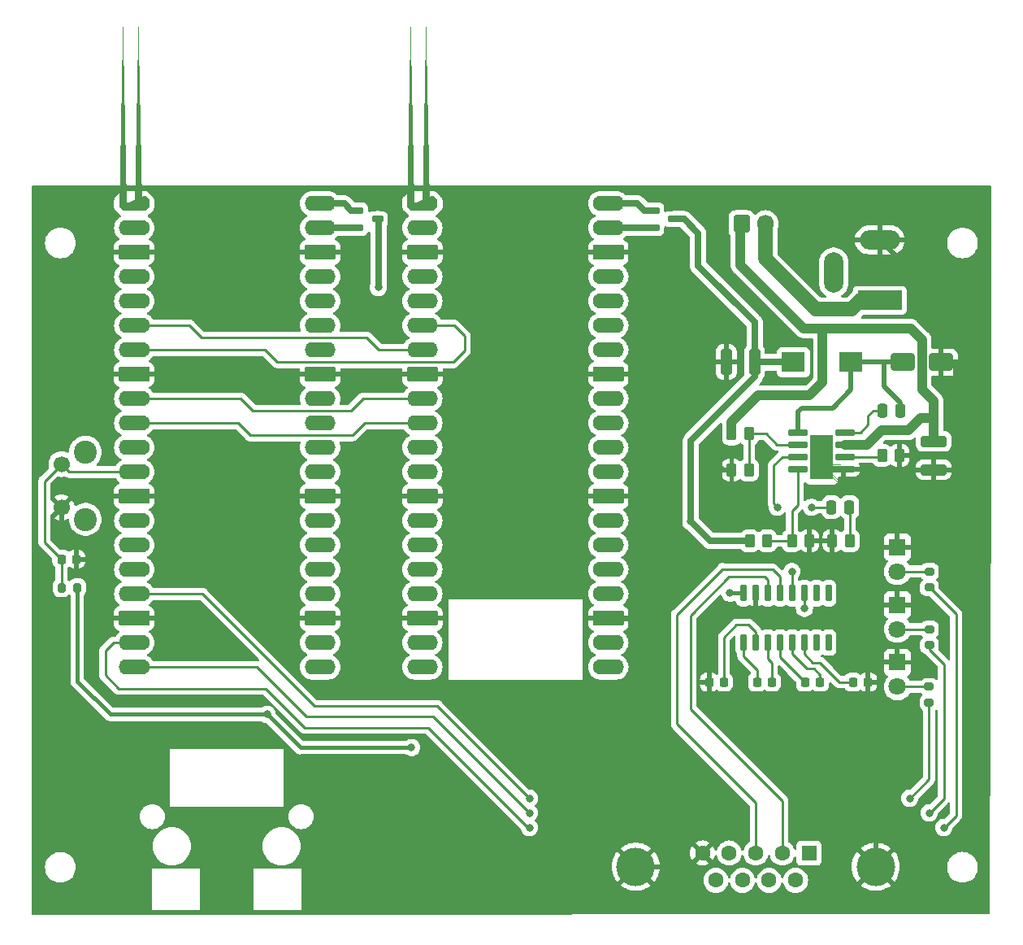
<source format=gtl>
%TF.GenerationSoftware,KiCad,Pcbnew,7.0.2*%
%TF.CreationDate,2023-05-08T05:26:30+09:00*%
%TF.ProjectId,pcb,7063622e-6b69-4636-9164-5f7063625858,rev?*%
%TF.SameCoordinates,Original*%
%TF.FileFunction,Copper,L1,Top*%
%TF.FilePolarity,Positive*%
%FSLAX46Y46*%
G04 Gerber Fmt 4.6, Leading zero omitted, Abs format (unit mm)*
G04 Created by KiCad (PCBNEW 7.0.2) date 2023-05-08 05:26:30*
%MOMM*%
%LPD*%
G01*
G04 APERTURE LIST*
G04 Aperture macros list*
%AMRoundRect*
0 Rectangle with rounded corners*
0 $1 Rounding radius*
0 $2 $3 $4 $5 $6 $7 $8 $9 X,Y pos of 4 corners*
0 Add a 4 corners polygon primitive as box body*
4,1,4,$2,$3,$4,$5,$6,$7,$8,$9,$2,$3,0*
0 Add four circle primitives for the rounded corners*
1,1,$1+$1,$2,$3*
1,1,$1+$1,$4,$5*
1,1,$1+$1,$6,$7*
1,1,$1+$1,$8,$9*
0 Add four rect primitives between the rounded corners*
20,1,$1+$1,$2,$3,$4,$5,0*
20,1,$1+$1,$4,$5,$6,$7,0*
20,1,$1+$1,$6,$7,$8,$9,0*
20,1,$1+$1,$8,$9,$2,$3,0*%
%AMFreePoly0*
4,1,58,1.881242,0.792533,1.914585,0.788777,1.924216,0.782725,1.935306,0.780194,1.961541,0.759271,1.989950,0.741421,2.341421,0.389950,2.359271,0.361541,2.380194,0.335306,2.382725,0.324216,2.388777,0.314585,2.392533,0.281242,2.400000,0.248529,2.400000,-0.248529,2.392533,-0.281242,2.388777,-0.314585,2.382725,-0.324216,2.380194,-0.335306,2.359271,-0.361541,2.341421,-0.389950,
1.989950,-0.741421,1.961541,-0.759271,1.935306,-0.780194,1.924216,-0.782725,1.914585,-0.788777,1.881242,-0.792533,1.848529,-0.800000,0.000000,-0.800000,-0.248529,-0.800000,-0.281242,-0.792533,-0.314585,-0.788777,-0.324216,-0.782725,-0.335306,-0.780194,-0.361541,-0.759271,-0.389950,-0.741421,-0.741421,-0.389950,-0.759271,-0.361541,-0.780194,-0.335306,-0.782725,-0.324216,-0.788777,-0.314585,
-0.792533,-0.281242,-0.800000,-0.248529,-0.800000,0.248529,-0.792533,0.281242,-0.788777,0.314585,-0.782725,0.324216,-0.780194,0.335306,-0.759271,0.361541,-0.741421,0.389950,-0.389950,0.741421,-0.361541,0.759271,-0.335306,0.780194,-0.324216,0.782725,-0.314585,0.788777,-0.281242,0.792533,-0.248529,0.800000,1.848529,0.800000,1.881242,0.792533,1.881242,0.792533,$1*%
%AMFreePoly1*
4,1,58,0.281242,0.792533,0.314585,0.788777,0.324216,0.782725,0.335306,0.780194,0.361541,0.759271,0.389950,0.741421,0.741421,0.389950,0.759271,0.361541,0.780194,0.335306,0.782725,0.324216,0.788777,0.314585,0.792533,0.281242,0.800000,0.248529,0.800000,-0.248529,0.792533,-0.281242,0.788777,-0.314585,0.782725,-0.324216,0.780194,-0.335306,0.759271,-0.361541,0.741421,-0.389950,
0.389950,-0.741421,0.361541,-0.759271,0.335306,-0.780194,0.324216,-0.782725,0.314585,-0.788777,0.281242,-0.792533,0.248529,-0.800000,0.000000,-0.800000,-0.248529,-0.800000,-0.281242,-0.792533,-0.314585,-0.788777,-0.324216,-0.782725,-0.335306,-0.780194,-0.361541,-0.759271,-0.389950,-0.741421,-0.741421,-0.389950,-0.759271,-0.361541,-0.780194,-0.335306,-0.782725,-0.324216,-0.788777,-0.314585,
-0.792533,-0.281242,-0.800000,-0.248529,-0.800000,0.248529,-0.792533,0.281242,-0.788777,0.314585,-0.782725,0.324216,-0.780194,0.335306,-0.759271,0.361541,-0.741421,0.389950,-0.389950,0.741421,-0.361541,0.759271,-0.335306,0.780194,-0.324216,0.782725,-0.314585,0.788777,-0.281242,0.792533,-0.248529,0.800000,0.248529,0.800000,0.281242,0.792533,0.281242,0.792533,$1*%
G04 Aperture macros list end*
%TA.AperFunction,SMDPad,CuDef*%
%ADD10RoundRect,0.096000X-0.889000X-0.204000X0.889000X-0.204000X0.889000X0.204000X-0.889000X0.204000X0*%
%TD*%
%TA.AperFunction,SMDPad,CuDef*%
%ADD11RoundRect,0.096000X-1.126000X-0.204000X1.126000X-0.204000X1.126000X0.204000X-1.126000X0.204000X0*%
%TD*%
%TA.AperFunction,SMDPad,CuDef*%
%ADD12R,2.410000X4.698000*%
%TD*%
%TA.AperFunction,SMDPad,CuDef*%
%ADD13RoundRect,0.150000X0.150000X-0.725000X0.150000X0.725000X-0.150000X0.725000X-0.150000X-0.725000X0*%
%TD*%
%TA.AperFunction,SMDPad,CuDef*%
%ADD14RoundRect,0.200000X-0.275000X0.200000X-0.275000X-0.200000X0.275000X-0.200000X0.275000X0.200000X0*%
%TD*%
%TA.AperFunction,ComponentPad*%
%ADD15C,1.600000*%
%TD*%
%TA.AperFunction,ComponentPad*%
%ADD16R,1.600000X1.600000*%
%TD*%
%TA.AperFunction,ComponentPad*%
%ADD17C,4.000000*%
%TD*%
%TA.AperFunction,ComponentPad*%
%ADD18R,1.800000X1.800000*%
%TD*%
%TA.AperFunction,ComponentPad*%
%ADD19C,1.800000*%
%TD*%
%TA.AperFunction,SMDPad,CuDef*%
%ADD20RoundRect,0.225000X-0.225000X-0.250000X0.225000X-0.250000X0.225000X0.250000X-0.225000X0.250000X0*%
%TD*%
%TA.AperFunction,SMDPad,CuDef*%
%ADD21RoundRect,0.250000X0.262500X0.450000X-0.262500X0.450000X-0.262500X-0.450000X0.262500X-0.450000X0*%
%TD*%
%TA.AperFunction,SMDPad,CuDef*%
%ADD22RoundRect,0.250000X-0.262500X-0.450000X0.262500X-0.450000X0.262500X0.450000X-0.262500X0.450000X0*%
%TD*%
%TA.AperFunction,SMDPad,CuDef*%
%ADD23RoundRect,0.250000X-0.250000X-0.475000X0.250000X-0.475000X0.250000X0.475000X-0.250000X0.475000X0*%
%TD*%
%TA.AperFunction,SMDPad,CuDef*%
%ADD24RoundRect,0.250000X-1.100000X0.325000X-1.100000X-0.325000X1.100000X-0.325000X1.100000X0.325000X0*%
%TD*%
%TA.AperFunction,SMDPad,CuDef*%
%ADD25RoundRect,0.200000X0.200000X0.275000X-0.200000X0.275000X-0.200000X-0.275000X0.200000X-0.275000X0*%
%TD*%
%TA.AperFunction,SMDPad,CuDef*%
%ADD26R,2.450000X2.100000*%
%TD*%
%TA.AperFunction,SMDPad,CuDef*%
%ADD27RoundRect,0.225000X0.225000X0.250000X-0.225000X0.250000X-0.225000X-0.250000X0.225000X-0.250000X0*%
%TD*%
%TA.AperFunction,SMDPad,CuDef*%
%ADD28FreePoly0,0.000000*%
%TD*%
%TA.AperFunction,ComponentPad*%
%ADD29FreePoly1,0.000000*%
%TD*%
%TA.AperFunction,SMDPad,CuDef*%
%ADD30O,3.200000X1.600000*%
%TD*%
%TA.AperFunction,SMDPad,CuDef*%
%ADD31RoundRect,0.200000X-1.400000X-0.600000X1.400000X-0.600000X1.400000X0.600000X-1.400000X0.600000X0*%
%TD*%
%TA.AperFunction,ComponentPad*%
%ADD32RoundRect,0.200000X-0.600000X-0.600000X0.600000X-0.600000X0.600000X0.600000X-0.600000X0.600000X0*%
%TD*%
%TA.AperFunction,SMDPad,CuDef*%
%ADD33RoundRect,0.250000X-1.000000X-0.650000X1.000000X-0.650000X1.000000X0.650000X-1.000000X0.650000X0*%
%TD*%
%TA.AperFunction,ComponentPad*%
%ADD34R,4.600000X2.000000*%
%TD*%
%TA.AperFunction,ComponentPad*%
%ADD35O,4.200000X2.000000*%
%TD*%
%TA.AperFunction,ComponentPad*%
%ADD36O,2.000000X4.200000*%
%TD*%
%TA.AperFunction,ComponentPad*%
%ADD37RoundRect,0.250000X-0.600000X-0.675000X0.600000X-0.675000X0.600000X0.675000X-0.600000X0.675000X0*%
%TD*%
%TA.AperFunction,ComponentPad*%
%ADD38O,1.700000X1.850000*%
%TD*%
%TA.AperFunction,ComponentPad*%
%ADD39C,2.400000*%
%TD*%
%TA.AperFunction,ComponentPad*%
%ADD40C,1.700000*%
%TD*%
%TA.AperFunction,SMDPad,CuDef*%
%ADD41RoundRect,0.048800X-0.541200X-0.256200X0.541200X-0.256200X0.541200X0.256200X-0.541200X0.256200X0*%
%TD*%
%TA.AperFunction,SMDPad,CuDef*%
%ADD42RoundRect,0.250000X0.325000X1.100000X-0.325000X1.100000X-0.325000X-1.100000X0.325000X-1.100000X0*%
%TD*%
%TA.AperFunction,ViaPad*%
%ADD43C,0.800000*%
%TD*%
%TA.AperFunction,Conductor*%
%ADD44C,0.250000*%
%TD*%
%TA.AperFunction,Conductor*%
%ADD45C,0.500000*%
%TD*%
%TA.AperFunction,Conductor*%
%ADD46C,0.400000*%
%TD*%
%TA.AperFunction,Conductor*%
%ADD47C,0.000000*%
%TD*%
%TA.AperFunction,Conductor*%
%ADD48C,0.700000*%
%TD*%
%TA.AperFunction,Conductor*%
%ADD49C,1.000000*%
%TD*%
%TA.AperFunction,Conductor*%
%ADD50C,1.500000*%
%TD*%
G04 APERTURE END LIST*
D10*
%TO.P,U1,1,SW*%
%TO.N,Net-(U1-SW)*%
X99847800Y-45715800D03*
%TO.P,U1,2,EN*%
%TO.N,Net-(U1-EN)*%
X99847800Y-46985800D03*
%TO.P,U1,3,COMP*%
%TO.N,Net-(U1-COMP)*%
X99847800Y-48255800D03*
%TO.P,U1,4,FB*%
%TO.N,Net-(U1-FB)*%
X99847800Y-49525800D03*
D11*
%TO.P,U1,5,GND*%
%TO.N,GND*%
X104560800Y-49525800D03*
D10*
%TO.P,U1,6,FREQ*%
%TO.N,Net-(U1-FREQ)*%
X104797800Y-48255800D03*
%TO.P,U1,7,VIN*%
%TO.N,+24V*%
X104797800Y-46985800D03*
%TO.P,U1,8,BST*%
%TO.N,Net-(U1-BST)*%
X104797800Y-45715800D03*
D12*
%TO.P,U1,9*%
%TO.N,N/C*%
X102322800Y-48319800D03*
%TD*%
D13*
%TO.P,U3,1,C1+*%
%TO.N,Net-(U3-C1+)*%
X94169400Y-67606200D03*
%TO.P,U3,2,VS+*%
%TO.N,Net-(U3-VS+)*%
X95439400Y-67606200D03*
%TO.P,U3,3,C1-*%
%TO.N,Net-(U3-C1-)*%
X96709400Y-67606200D03*
%TO.P,U3,4,C2+*%
%TO.N,Net-(U3-C2+)*%
X97979400Y-67606200D03*
%TO.P,U3,5,C2-*%
%TO.N,Net-(U3-C2-)*%
X99249400Y-67606200D03*
%TO.P,U3,6,VS-*%
%TO.N,Net-(U3-VS-)*%
X100519400Y-67606200D03*
%TO.P,U3,7,T2OUT*%
%TO.N,unconnected-(U3-T2OUT-Pad7)*%
X101789400Y-67606200D03*
%TO.P,U3,8,R2IN*%
%TO.N,unconnected-(U3-R2IN-Pad8)*%
X103059400Y-67606200D03*
%TO.P,U3,9,R2OUT*%
%TO.N,unconnected-(U3-R2OUT-Pad9)*%
X103059400Y-62456200D03*
%TO.P,U3,10,T2IN*%
%TO.N,unconnected-(U3-T2IN-Pad10)*%
X101789400Y-62456200D03*
%TO.P,U3,11,T1IN*%
%TO.N,UART0_TX*%
X100519400Y-62456200D03*
%TO.P,U3,12,R1OUT*%
%TO.N,UART0_RX*%
X99249400Y-62456200D03*
%TO.P,U3,13,R1IN*%
%TO.N,RS232_RX*%
X97979400Y-62456200D03*
%TO.P,U3,14,T1OUT*%
%TO.N,RS232_TX*%
X96709400Y-62456200D03*
%TO.P,U3,15,GND*%
%TO.N,GND*%
X95439400Y-62456200D03*
%TO.P,U3,16,VCC*%
%TO.N,+3.3V*%
X94169400Y-62456200D03*
%TD*%
D14*
%TO.P,R7,1*%
%TO.N,Net-(D2-A)*%
X113560000Y-60230000D03*
%TO.P,R7,2*%
%TO.N,Net-(U4-GPIO14)*%
X113560000Y-61880000D03*
%TD*%
D15*
%TO.P,J4,9,9*%
%TO.N,unconnected-(J4-Pad9)*%
X91305000Y-92353900D03*
%TO.P,J4,8,8*%
%TO.N,unconnected-(J4-Pad8)*%
X94075000Y-92353900D03*
%TO.P,J4,7,7*%
%TO.N,unconnected-(J4-Pad7)*%
X96845000Y-92353900D03*
%TO.P,J4,6,6*%
%TO.N,unconnected-(J4-Pad6)*%
X99615000Y-92353900D03*
%TO.P,J4,5,5*%
%TO.N,GND*%
X89920000Y-89513900D03*
%TO.P,J4,4,4*%
%TO.N,unconnected-(J4-Pad4)*%
X92690000Y-89513900D03*
%TO.P,J4,3,3*%
%TO.N,RS232_RX*%
X95460000Y-89513900D03*
%TO.P,J4,2,2*%
%TO.N,RS232_TX*%
X98230000Y-89513900D03*
D16*
%TO.P,J4,1,1*%
%TO.N,unconnected-(J4-Pad1)*%
X101000000Y-89513900D03*
D17*
%TO.P,J4,0,PAD*%
%TO.N,GND*%
X107960000Y-90933900D03*
X82960000Y-90933900D03*
%TD*%
D14*
%TO.P,R8,1*%
%TO.N,Net-(D3-A)*%
X113560000Y-66240000D03*
%TO.P,R8,2*%
%TO.N,Net-(U4-GPIO15)*%
X113560000Y-67890000D03*
%TD*%
D18*
%TO.P,D3,1,K*%
%TO.N,GND*%
X110220000Y-63670000D03*
D19*
%TO.P,D3,2,A*%
%TO.N,Net-(D3-A)*%
X110220000Y-66210000D03*
%TD*%
D20*
%TO.P,C8,1*%
%TO.N,Net-(U3-VS-)*%
X105598800Y-71727200D03*
%TO.P,C8,2*%
%TO.N,GND*%
X107148800Y-71727200D03*
%TD*%
%TO.P,C9,1*%
%TO.N,BTN*%
X23114000Y-58928000D03*
%TO.P,C9,2*%
%TO.N,GND*%
X24664000Y-58928000D03*
%TD*%
%TO.P,C5,1*%
%TO.N,Net-(U3-C1+)*%
X95598800Y-71727200D03*
%TO.P,C5,2*%
%TO.N,Net-(U3-C1-)*%
X97148800Y-71727200D03*
%TD*%
D21*
%TO.P,R2,1*%
%TO.N,Net-(U1-EN)*%
X94779000Y-49654600D03*
%TO.P,R2,2*%
%TO.N,GND*%
X92954000Y-49654600D03*
%TD*%
D22*
%TO.P,R6,1*%
%TO.N,Net-(U1-FB)*%
X99227800Y-57020600D03*
%TO.P,R6,2*%
%TO.N,GND*%
X101052800Y-57020600D03*
%TD*%
D23*
%TO.P,C3,1*%
%TO.N,Net-(U1-COMP)*%
X103328600Y-53513600D03*
%TO.P,C3,2*%
%TO.N,Net-(C3-Pad2)*%
X105228600Y-53513600D03*
%TD*%
D22*
%TO.P,R3,1*%
%TO.N,Net-(U1-FREQ)*%
X108623900Y-48130600D03*
%TO.P,R3,2*%
%TO.N,GND*%
X110448900Y-48130600D03*
%TD*%
D14*
%TO.P,R10,1*%
%TO.N,Net-(D4-A)*%
X113520000Y-72205000D03*
%TO.P,R10,2*%
%TO.N,Net-(U4-GPIO13)*%
X113520000Y-73855000D03*
%TD*%
D24*
%TO.P,C1,1*%
%TO.N,+24V*%
X114006800Y-46655600D03*
%TO.P,C1,2*%
%TO.N,GND*%
X114006800Y-49605600D03*
%TD*%
D25*
%TO.P,R9,1*%
%TO.N,+3.3V*%
X24764800Y-61899800D03*
%TO.P,R9,2*%
%TO.N,BTN*%
X23114800Y-61899800D03*
%TD*%
D19*
%TO.P,D2,2,A*%
%TO.N,Net-(D2-A)*%
X110220000Y-60210000D03*
D18*
%TO.P,D2,1,K*%
%TO.N,GND*%
X110220000Y-57670000D03*
%TD*%
D21*
%TO.P,R4,1*%
%TO.N,Net-(C3-Pad2)*%
X105267300Y-57020600D03*
%TO.P,R4,2*%
%TO.N,GND*%
X103442300Y-57020600D03*
%TD*%
D20*
%TO.P,C6,1*%
%TO.N,Net-(U3-C2+)*%
X100598800Y-71727200D03*
%TO.P,C6,2*%
%TO.N,Net-(U3-C2-)*%
X102148800Y-71727200D03*
%TD*%
D22*
%TO.P,R5,1*%
%TO.N,+5V*%
X94833600Y-57020600D03*
%TO.P,R5,2*%
%TO.N,Net-(U1-FB)*%
X96658600Y-57020600D03*
%TD*%
D26*
%TO.P,L1,1*%
%TO.N,Net-(U1-SW)*%
X105373600Y-38427800D03*
%TO.P,L1,2*%
%TO.N,+5V*%
X99373600Y-38427800D03*
%TD*%
D27*
%TO.P,C7,1*%
%TO.N,Net-(U3-VS+)*%
X92148800Y-71727200D03*
%TO.P,C7,2*%
%TO.N,GND*%
X90598800Y-71727200D03*
%TD*%
D28*
%TO.P,U2,1,GPIO0*%
%TO.N,unconnected-(U2-GPIO0-Pad1)*%
X59918800Y-21894800D03*
D29*
X61518800Y-21894800D03*
D30*
%TO.P,U2,2,GPIO1*%
%TO.N,unconnected-(U2-GPIO1-Pad2)*%
X60718800Y-24434800D03*
D15*
X61518800Y-24434800D03*
D31*
%TO.P,U2,3,GND_1*%
%TO.N,GND*%
X60718800Y-26974800D03*
D32*
X61518800Y-26974800D03*
D30*
%TO.P,U2,4,GPIO2*%
%TO.N,unconnected-(U2-GPIO2-Pad4)*%
X60718800Y-29514800D03*
D15*
X61518800Y-29514800D03*
D30*
%TO.P,U2,5,GPIO3*%
%TO.N,unconnected-(U2-GPIO3-Pad5)*%
X60718800Y-32054800D03*
D15*
X61518800Y-32054800D03*
D30*
%TO.P,U2,6,GPIO4*%
%TO.N,UART1_RX*%
X60718800Y-34594800D03*
D15*
X61518800Y-34594800D03*
D30*
%TO.P,U2,7,GPIO5*%
%TO.N,UART1_TX*%
X60718800Y-37134800D03*
D15*
X61518800Y-37134800D03*
D31*
%TO.P,U2,8,GND_2*%
%TO.N,GND*%
X60718800Y-39674800D03*
D32*
X61518800Y-39674800D03*
D30*
%TO.P,U2,9,GPIO6*%
%TO.N,P6*%
X60718800Y-42214800D03*
D15*
X61518800Y-42214800D03*
D30*
%TO.P,U2,10,GPIO7*%
%TO.N,P7*%
X60718800Y-44754800D03*
D15*
X61518800Y-44754800D03*
D30*
%TO.P,U2,11,GPIO8*%
%TO.N,unconnected-(U2-GPIO8-Pad11)*%
X60718800Y-47294800D03*
D15*
X61518800Y-47294800D03*
D30*
%TO.P,U2,12,GPIO9*%
%TO.N,unconnected-(U2-GPIO9-Pad12)*%
X60718800Y-49834800D03*
D15*
X61518800Y-49834800D03*
D31*
%TO.P,U2,13,GND_3*%
%TO.N,GND*%
X60718800Y-52374800D03*
D32*
X61518800Y-52374800D03*
D30*
%TO.P,U2,14,GPIO10*%
%TO.N,unconnected-(U2-GPIO10-Pad14)*%
X60718800Y-54914800D03*
D15*
X61518800Y-54914800D03*
D30*
%TO.P,U2,15,GPIO11*%
%TO.N,unconnected-(U2-GPIO11-Pad15)*%
X60718800Y-57454800D03*
D15*
X61518800Y-57454800D03*
D30*
%TO.P,U2,16,GPIO12*%
%TO.N,unconnected-(U2-GPIO12-Pad16)*%
X60718800Y-59994800D03*
D15*
X61518800Y-59994800D03*
D30*
%TO.P,U2,17,GPIO13*%
%TO.N,unconnected-(U2-GPIO13-Pad17)*%
X60718800Y-62534800D03*
D15*
X61518800Y-62534800D03*
D31*
%TO.P,U2,18,GND_4*%
%TO.N,GND*%
X60718800Y-65074800D03*
D32*
X61518800Y-65074800D03*
D30*
%TO.P,U2,19,GPIO14*%
%TO.N,unconnected-(U2-GPIO14-Pad19)*%
X60718800Y-67614800D03*
D15*
X61518800Y-67614800D03*
D30*
%TO.P,U2,20,GPIO15*%
%TO.N,unconnected-(U2-GPIO15-Pad20)*%
X60718800Y-70154800D03*
D15*
X61518800Y-70154800D03*
%TO.P,U2,21,GPIO16*%
%TO.N,unconnected-(U2-GPIO16-Pad21)*%
X79298800Y-70154800D03*
D30*
X80098800Y-70154800D03*
D15*
%TO.P,U2,22,GPIO17*%
%TO.N,unconnected-(U2-GPIO17-Pad22)*%
X79298800Y-67614800D03*
D30*
X80098800Y-67614800D03*
D32*
%TO.P,U2,23,GND_5*%
%TO.N,GND*%
X79298800Y-65074800D03*
D31*
X80098800Y-65074800D03*
D15*
%TO.P,U2,24,GPIO18*%
%TO.N,unconnected-(U2-GPIO18-Pad24)*%
X79298800Y-62534800D03*
D30*
X80098800Y-62534800D03*
D15*
%TO.P,U2,25,GPIO19*%
%TO.N,unconnected-(U2-GPIO19-Pad25)*%
X79298800Y-59994800D03*
D30*
X80098800Y-59994800D03*
D15*
%TO.P,U2,26,GPIO20*%
%TO.N,unconnected-(U2-GPIO20-Pad26)*%
X79298800Y-57454800D03*
D30*
X80098800Y-57454800D03*
D15*
%TO.P,U2,27,GPIO21*%
%TO.N,unconnected-(U2-GPIO21-Pad27)*%
X79298800Y-54914800D03*
D30*
X80098800Y-54914800D03*
D32*
%TO.P,U2,28,GND_6*%
%TO.N,GND*%
X79298800Y-52374800D03*
D31*
X80098800Y-52374800D03*
D15*
%TO.P,U2,29,GPIO22*%
%TO.N,unconnected-(U2-GPIO22-Pad29)*%
X79298800Y-49834800D03*
D30*
X80098800Y-49834800D03*
D15*
%TO.P,U2,30,RUN*%
%TO.N,unconnected-(U2-RUN-Pad30)*%
X79298800Y-47294800D03*
D30*
X80098800Y-47294800D03*
D15*
%TO.P,U2,31,GPIO26_ADC0*%
%TO.N,unconnected-(U2-GPIO26_ADC0-Pad31)*%
X79298800Y-44754800D03*
D30*
X80098800Y-44754800D03*
D15*
%TO.P,U2,32,GPIO27_ADC1*%
%TO.N,unconnected-(U2-GPIO27_ADC1-Pad32)*%
X79298800Y-42214800D03*
D30*
X80098800Y-42214800D03*
D32*
%TO.P,U2,33,AGND*%
%TO.N,GND*%
X79298800Y-39674800D03*
D31*
X80098800Y-39674800D03*
D15*
%TO.P,U2,34,GPIO28_ADC2*%
%TO.N,unconnected-(U2-GPIO28_ADC2-Pad34)*%
X79298800Y-37134800D03*
D30*
X80098800Y-37134800D03*
D15*
%TO.P,U2,35,ADC_VREF*%
%TO.N,unconnected-(U2-ADC_VREF-Pad35)*%
X79298800Y-34594800D03*
D30*
X80098800Y-34594800D03*
D15*
%TO.P,U2,36,3V3*%
%TO.N,unconnected-(U2-3V3-Pad36)*%
X79298800Y-32054800D03*
D30*
X80098800Y-32054800D03*
D15*
%TO.P,U2,37,3V3_EN*%
%TO.N,unconnected-(U2-3V3_EN-Pad37)*%
X79298800Y-29514800D03*
D30*
X80098800Y-29514800D03*
D32*
%TO.P,U2,38,GND_7*%
%TO.N,GND*%
X79298800Y-26974800D03*
D31*
X80098800Y-26974800D03*
D15*
%TO.P,U2,39,VSYS*%
%TO.N,Net-(U2-VSYS)*%
X79298800Y-24434800D03*
D30*
X80098800Y-24434800D03*
D15*
%TO.P,U2,40,VBUS*%
%TO.N,Net-(U2-VBUS)*%
X79298800Y-21894800D03*
D30*
X80098800Y-21894800D03*
%TD*%
D33*
%TO.P,D1,1*%
%TO.N,N/C*%
X110787600Y-38402400D03*
%TO.P,D1,2*%
%TO.N,GND*%
X114787600Y-38402400D03*
%TD*%
D34*
%TO.P,J1,1*%
%TO.N,+24VP*%
X108381800Y-31979400D03*
D35*
%TO.P,J1,2*%
%TO.N,GND*%
X108381800Y-25679400D03*
D36*
%TO.P,J1,3*%
%TO.N,N/C*%
X103581800Y-29079400D03*
%TD*%
D37*
%TO.P,J3,1,Pin_1*%
%TO.N,+24V*%
X93974600Y-24018000D03*
D38*
%TO.P,J3,2,Pin_2*%
%TO.N,+24VP*%
X96474600Y-24018000D03*
%TD*%
D39*
%TO.P,SW1,*%
%TO.N,*%
X25614000Y-54772000D03*
X25614000Y-47772000D03*
D40*
%TO.P,SW1,1,1*%
%TO.N,GND*%
X23114000Y-53522000D03*
%TO.P,SW1,2,2*%
%TO.N,BTN*%
X23114000Y-49022000D03*
%TD*%
D41*
%TO.P,Q2,1*%
%TO.N,Net-(U2-VBUS)*%
X84836000Y-22604800D03*
%TO.P,Q2,2*%
%TO.N,Net-(U2-VSYS)*%
X84836000Y-24434800D03*
%TO.P,Q2,3*%
%TO.N,+5V*%
X86886000Y-23519800D03*
%TD*%
%TO.P,Q1,1*%
%TO.N,Net-(U4-VBUS)*%
X53991400Y-22605400D03*
%TO.P,Q1,2*%
%TO.N,Net-(U4-VSYS)*%
X53991400Y-24435400D03*
%TO.P,Q1,3*%
%TO.N,+5V*%
X56041400Y-23520400D03*
%TD*%
D23*
%TO.P,C2,1*%
%TO.N,Net-(U1-BST)*%
X108662600Y-43431600D03*
%TO.P,C2,2*%
%TO.N,Net-(U1-SW)*%
X110562600Y-43431600D03*
%TD*%
D18*
%TO.P,D4,1,K*%
%TO.N,GND*%
X110220000Y-69670000D03*
D19*
%TO.P,D4,2,A*%
%TO.N,Net-(D4-A)*%
X110220000Y-72210000D03*
%TD*%
D22*
%TO.P,R1,1*%
%TO.N,+24V*%
X92954000Y-45870000D03*
%TO.P,R1,2*%
%TO.N,Net-(U1-EN)*%
X94779000Y-45870000D03*
%TD*%
D30*
%TO.P,U4,40,VBUS*%
%TO.N,Net-(U4-VBUS)*%
X50076000Y-21894800D03*
D15*
X49276000Y-21894800D03*
D30*
%TO.P,U4,39,VSYS*%
%TO.N,Net-(U4-VSYS)*%
X50076000Y-24434800D03*
D15*
X49276000Y-24434800D03*
D31*
%TO.P,U4,38,GND_7*%
%TO.N,GND*%
X50076000Y-26974800D03*
D32*
X49276000Y-26974800D03*
D30*
%TO.P,U4,37,3V3_EN*%
%TO.N,unconnected-(U4-3V3_EN-Pad37)*%
X50076000Y-29514800D03*
D15*
X49276000Y-29514800D03*
D30*
%TO.P,U4,36,3V3*%
%TO.N,+3.3V*%
X50076000Y-32054800D03*
D15*
X49276000Y-32054800D03*
D30*
%TO.P,U4,35,ADC_VREF*%
%TO.N,unconnected-(U4-ADC_VREF-Pad35)*%
X50076000Y-34594800D03*
D15*
X49276000Y-34594800D03*
D30*
%TO.P,U4,34,GPIO28_ADC2*%
%TO.N,unconnected-(U4-GPIO28_ADC2-Pad34)*%
X50076000Y-37134800D03*
D15*
X49276000Y-37134800D03*
D31*
%TO.P,U4,33,AGND*%
%TO.N,GND*%
X50076000Y-39674800D03*
D32*
X49276000Y-39674800D03*
D30*
%TO.P,U4,32,GPIO27_ADC1*%
%TO.N,unconnected-(U4-GPIO27_ADC1-Pad32)*%
X50076000Y-42214800D03*
D15*
X49276000Y-42214800D03*
D30*
%TO.P,U4,31,GPIO26_ADC0*%
%TO.N,unconnected-(U4-GPIO26_ADC0-Pad31)*%
X50076000Y-44754800D03*
D15*
X49276000Y-44754800D03*
D30*
%TO.P,U4,30,RUN*%
%TO.N,unconnected-(U4-RUN-Pad30)*%
X50076000Y-47294800D03*
D15*
X49276000Y-47294800D03*
D30*
%TO.P,U4,29,GPIO22*%
%TO.N,unconnected-(U4-GPIO22-Pad29)*%
X50076000Y-49834800D03*
D15*
X49276000Y-49834800D03*
D31*
%TO.P,U4,28,GND_6*%
%TO.N,GND*%
X50076000Y-52374800D03*
D32*
X49276000Y-52374800D03*
D30*
%TO.P,U4,27,GPIO21(INTn)*%
%TO.N,unconnected-(U4-GPIO21(INTn)-Pad27)*%
X50076000Y-54914800D03*
D15*
X49276000Y-54914800D03*
D30*
%TO.P,U4,26,GPIO20(RSTn)*%
%TO.N,unconnected-(U4-GPIO20(RSTn)-Pad26)*%
X50076000Y-57454800D03*
D15*
X49276000Y-57454800D03*
D30*
%TO.P,U4,25,GPIO19(MOSI)*%
%TO.N,unconnected-(U4-GPIO19(MOSI)-Pad25)*%
X50076000Y-59994800D03*
D15*
X49276000Y-59994800D03*
D30*
%TO.P,U4,24,GPIO18(SCLK)*%
%TO.N,unconnected-(U4-GPIO18(SCLK)-Pad24)*%
X50076000Y-62534800D03*
D15*
X49276000Y-62534800D03*
D31*
%TO.P,U4,23,GND_5*%
%TO.N,GND*%
X50076000Y-65074800D03*
D32*
X49276000Y-65074800D03*
D30*
%TO.P,U4,22,GPIO17(CSn)*%
%TO.N,unconnected-(U4-GPIO17(CSn)-Pad22)*%
X50076000Y-67614800D03*
D15*
X49276000Y-67614800D03*
D30*
%TO.P,U4,21,GPIO16(MISO)*%
%TO.N,unconnected-(U4-GPIO16(MISO)-Pad21)*%
X50076000Y-70154800D03*
D15*
X49276000Y-70154800D03*
%TO.P,U4,20,GPIO15*%
%TO.N,Net-(U4-GPIO15)*%
X31496000Y-70154800D03*
D30*
X30696000Y-70154800D03*
D15*
%TO.P,U4,19,GPIO14*%
%TO.N,Net-(U4-GPIO14)*%
X31496000Y-67614800D03*
D30*
X30696000Y-67614800D03*
D32*
%TO.P,U4,18,GND_4*%
%TO.N,GND*%
X31496000Y-65074800D03*
D31*
X30696000Y-65074800D03*
D15*
%TO.P,U4,17,GPIO13*%
%TO.N,Net-(U4-GPIO13)*%
X31496000Y-62534800D03*
D30*
X30696000Y-62534800D03*
D15*
%TO.P,U4,16,GPIO12*%
%TO.N,unconnected-(U4-GPIO12-Pad16)*%
X31496000Y-59994800D03*
D30*
X30696000Y-59994800D03*
D15*
%TO.P,U4,15,GPIO11*%
%TO.N,unconnected-(U4-GPIO11-Pad15)*%
X31496000Y-57454800D03*
D30*
X30696000Y-57454800D03*
D15*
%TO.P,U4,14,GPIO10*%
%TO.N,unconnected-(U4-GPIO10-Pad14)*%
X31496000Y-54914800D03*
D30*
X30696000Y-54914800D03*
D32*
%TO.P,U4,13,GND_3*%
%TO.N,GND*%
X31496000Y-52374800D03*
D31*
X30696000Y-52374800D03*
D15*
%TO.P,U4,12,GPIO9*%
%TO.N,BTN*%
X31496000Y-49834800D03*
D30*
X30696000Y-49834800D03*
D15*
%TO.P,U4,11,GPIO8*%
%TO.N,unconnected-(U4-GPIO8-Pad11)*%
X31496000Y-47294800D03*
D30*
X30696000Y-47294800D03*
D15*
%TO.P,U4,10,GPIO7*%
%TO.N,P7*%
X31496000Y-44754800D03*
D30*
X30696000Y-44754800D03*
D15*
%TO.P,U4,9,GPIO6*%
%TO.N,P6*%
X31496000Y-42214800D03*
D30*
X30696000Y-42214800D03*
D32*
%TO.P,U4,8,GND_2*%
%TO.N,GND*%
X31496000Y-39674800D03*
D31*
X30696000Y-39674800D03*
D15*
%TO.P,U4,7,GPIO5*%
%TO.N,UART1_RX*%
X31496000Y-37134800D03*
D30*
X30696000Y-37134800D03*
D15*
%TO.P,U4,6,GPIO4*%
%TO.N,UART1_TX*%
X31496000Y-34594800D03*
D30*
X30696000Y-34594800D03*
D15*
%TO.P,U4,5,GPIO3*%
%TO.N,unconnected-(U4-GPIO3-Pad5)*%
X31496000Y-32054800D03*
D30*
X30696000Y-32054800D03*
D15*
%TO.P,U4,4,GPIO2*%
%TO.N,unconnected-(U4-GPIO2-Pad4)*%
X31496000Y-29514800D03*
D30*
X30696000Y-29514800D03*
D32*
%TO.P,U4,3,GND_1*%
%TO.N,GND*%
X31496000Y-26974800D03*
D31*
X30696000Y-26974800D03*
D15*
%TO.P,U4,2,GPIO1*%
%TO.N,UART0_RX*%
X31496000Y-24434800D03*
D30*
X30696000Y-24434800D03*
D29*
%TO.P,U4,1,GPIO0*%
%TO.N,UART0_TX*%
X31496000Y-21894800D03*
D28*
X29896000Y-21894800D03*
%TD*%
D42*
%TO.P,C4,1*%
%TO.N,+5V*%
X95339600Y-38402400D03*
%TO.P,C4,2*%
%TO.N,GND*%
X92389600Y-38402400D03*
%TD*%
D43*
%TO.N,Net-(U4-GPIO14)*%
X115062000Y-86868000D03*
X71882000Y-86868000D03*
%TO.N,Net-(U4-GPIO13)*%
X111506000Y-83820000D03*
X71882000Y-83820000D03*
%TO.N,Net-(U4-GPIO15)*%
X113538000Y-85344000D03*
X71882000Y-85344000D03*
%TO.N,+5V*%
X56134000Y-30632400D03*
X88696800Y-55016400D03*
%TO.N,GND*%
X91223000Y-41526600D03*
X91223000Y-47978200D03*
%TO.N,+3.3V*%
X92772400Y-62456200D03*
X44551600Y-75082400D03*
X59588400Y-78536800D03*
%TO.N,UART0_TX*%
X100533200Y-64058800D03*
%TO.N,UART0_RX*%
X99224000Y-60221000D03*
%TO.N,Net-(U1-COMP)*%
X97700000Y-53515400D03*
X101281400Y-53515400D03*
%TD*%
D44*
%TO.N,Net-(D4-A)*%
X113515000Y-72210000D02*
X110220000Y-72210000D01*
X113520000Y-72205000D02*
X113515000Y-72210000D01*
%TO.N,Net-(D3-A)*%
X113530000Y-66210000D02*
X110220000Y-66210000D01*
X113560000Y-66240000D02*
X113530000Y-66210000D01*
%TO.N,Net-(D2-A)*%
X113540000Y-60210000D02*
X110220000Y-60210000D01*
X113560000Y-60230000D02*
X113540000Y-60210000D01*
D45*
%TO.N,GND*%
X107440000Y-57670000D02*
X110220000Y-57670000D01*
X107320000Y-57550000D02*
X107440000Y-57670000D01*
X106018000Y-63670000D02*
X110220000Y-63670000D01*
X105828000Y-63480000D02*
X106018000Y-63670000D01*
X107258800Y-69670000D02*
X110220000Y-69670000D01*
X107148800Y-69560000D02*
X107258800Y-69670000D01*
X114787600Y-32162400D02*
X114787600Y-38402400D01*
D44*
X114850000Y-32100000D02*
X114787600Y-32162400D01*
D45*
X108429400Y-25679400D02*
X114850000Y-32100000D01*
D44*
X108381800Y-25679400D02*
X108429400Y-25679400D01*
%TO.N,RS232_TX*%
X98230000Y-84093600D02*
X98230000Y-89513900D01*
X88657600Y-64793000D02*
X88657600Y-74521200D01*
X92696200Y-60754400D02*
X88657600Y-64793000D01*
X88657600Y-74521200D02*
X98230000Y-84093600D01*
X96709400Y-61110000D02*
X96353800Y-60754400D01*
X96709400Y-62456200D02*
X96709400Y-61110000D01*
X96353800Y-60754400D02*
X92696200Y-60754400D01*
%TO.N,RS232_RX*%
X87249100Y-76089100D02*
X95460000Y-84300000D01*
X92035800Y-59992400D02*
X91985000Y-59941600D01*
X97192000Y-59992400D02*
X92035800Y-59992400D01*
X97979400Y-60779800D02*
X97192000Y-59992400D01*
X97979400Y-62456200D02*
X97979400Y-60779800D01*
X91985000Y-59941600D02*
X87249100Y-64677500D01*
X87249100Y-64677500D02*
X87249100Y-76089100D01*
X95460000Y-84300000D02*
X95460000Y-89513900D01*
D45*
%TO.N,GND*%
X107960000Y-75194200D02*
X107960000Y-90933900D01*
X104405900Y-94488000D02*
X107960000Y-90933900D01*
X86514100Y-94488000D02*
X104405900Y-94488000D01*
X82960000Y-90933900D02*
X86514100Y-94488000D01*
X88500000Y-90933900D02*
X89920000Y-89513900D01*
X82960000Y-90933900D02*
X88500000Y-90933900D01*
D44*
%TO.N,Net-(U4-GPIO14)*%
X116332000Y-64652000D02*
X113560000Y-61880000D01*
X116332000Y-85598000D02*
X116332000Y-64652000D01*
X115062000Y-86868000D02*
X116332000Y-85598000D01*
X71704200Y-86868000D02*
X71882000Y-86868000D01*
X61290200Y-76454000D02*
X71704200Y-86868000D01*
X31496000Y-67614800D02*
X28549600Y-67614800D01*
X28549600Y-67614800D02*
X27686000Y-68478400D01*
X27686000Y-68478400D02*
X27686000Y-71018400D01*
X48463200Y-76454000D02*
X61290200Y-76454000D01*
X44399200Y-72390000D02*
X48463200Y-76454000D01*
X29057600Y-72390000D02*
X44399200Y-72390000D01*
X27686000Y-71018400D02*
X29057600Y-72390000D01*
%TO.N,Net-(U4-GPIO13)*%
X113520000Y-81806000D02*
X113520000Y-73855000D01*
X111506000Y-83820000D02*
X113520000Y-81806000D01*
X62292000Y-74230000D02*
X71882000Y-83820000D01*
%TO.N,Net-(U4-GPIO15)*%
X113560000Y-68348000D02*
X113560000Y-67890000D01*
X115062000Y-69850000D02*
X113560000Y-68348000D01*
X115062000Y-83820000D02*
X115062000Y-69850000D01*
X113538000Y-85344000D02*
X115062000Y-83820000D01*
X61848000Y-75310000D02*
X71882000Y-85344000D01*
X61690000Y-75310000D02*
X61848000Y-75310000D01*
%TO.N,Net-(U4-GPIO13)*%
X62100000Y-74230000D02*
X62292000Y-74230000D01*
%TO.N,Net-(U4-GPIO15)*%
X48640000Y-75310000D02*
X61690000Y-75310000D01*
X43484800Y-70154800D02*
X48640000Y-75310000D01*
%TO.N,Net-(U4-GPIO13)*%
X37814800Y-62534800D02*
X49510000Y-74230000D01*
X49510000Y-74230000D02*
X62100000Y-74230000D01*
X31496000Y-62534800D02*
X37814800Y-62534800D01*
D46*
%TO.N,+3.3V*%
X44551600Y-75082400D02*
X48006000Y-78536800D01*
X28194000Y-75082400D02*
X44551600Y-75082400D01*
D45*
%TO.N,GND*%
X107148800Y-74383000D02*
X107960000Y-75194200D01*
X107148800Y-69420000D02*
X107148800Y-69560000D01*
X107148800Y-67002800D02*
X107148800Y-69420000D01*
X107148800Y-70140000D02*
X107148800Y-71727200D01*
X107148800Y-69560000D02*
X107148800Y-70140000D01*
X107320000Y-57550000D02*
X107320000Y-49525800D01*
X107320000Y-59480000D02*
X107320000Y-57550000D01*
X105828000Y-63480000D02*
X105828000Y-64361200D01*
X105828000Y-61160800D02*
X105828000Y-63480000D01*
X107148800Y-74383000D02*
X107160000Y-74394200D01*
X107148800Y-71727200D02*
X107148800Y-74383000D01*
X91375400Y-74394200D02*
X107160000Y-74394200D01*
X105733600Y-61066400D02*
X107320000Y-59480000D01*
X104797800Y-49525800D02*
X107320000Y-49525800D01*
X105733600Y-61066400D02*
X105828000Y-61160800D01*
X107320000Y-49525800D02*
X110476200Y-49525800D01*
X103542000Y-58874800D02*
X105733600Y-61066400D01*
X114006800Y-49605600D02*
X114006800Y-49998800D01*
D47*
X104394000Y-51308000D02*
X104902000Y-51308000D01*
X102322800Y-49236800D02*
X104394000Y-51308000D01*
X102322800Y-48370800D02*
X102322800Y-49236800D01*
X102322800Y-48982800D02*
X104140000Y-50800000D01*
X102322800Y-48370800D02*
X102322800Y-48982800D01*
X102977800Y-49025800D02*
X104297800Y-49025800D01*
X102322800Y-48370800D02*
X102977800Y-49025800D01*
D46*
%TO.N,+3.3V*%
X24764800Y-71653200D02*
X24764800Y-61899800D01*
X28194000Y-75082400D02*
X24764800Y-71653200D01*
D48*
%TO.N,+5V*%
X90701000Y-57020600D02*
X94833600Y-57020600D01*
X95339600Y-39950000D02*
X95339600Y-38402400D01*
X89458800Y-28397200D02*
X89458800Y-24993600D01*
X95339600Y-38402400D02*
X95365000Y-38427800D01*
X88696800Y-46592800D02*
X95339600Y-39950000D01*
X56134000Y-23613000D02*
X56041400Y-23520400D01*
X87985000Y-23519800D02*
X86886000Y-23519800D01*
X95339600Y-34278000D02*
X89458800Y-28397200D01*
X89458800Y-24993600D02*
X87985000Y-23519800D01*
X95339600Y-38402400D02*
X95339600Y-34278000D01*
X88696800Y-55016400D02*
X88696800Y-46592800D01*
X56134000Y-30632400D02*
X56134000Y-23613000D01*
X95365000Y-38427800D02*
X99373600Y-38427800D01*
X88696800Y-55016400D02*
X90701000Y-57020600D01*
D44*
%TO.N,Net-(U1-FB)*%
X99249400Y-53871000D02*
X99249400Y-56999000D01*
X99847800Y-53272600D02*
X99249400Y-53871000D01*
X99847800Y-49525800D02*
X99847800Y-53272600D01*
X99249400Y-56999000D02*
X99227800Y-57020600D01*
X96658600Y-57020600D02*
X99227800Y-57020600D01*
%TO.N,Net-(C3-Pad2)*%
X105267300Y-57020600D02*
X105267300Y-53552300D01*
X105267300Y-53552300D02*
X105228600Y-53513600D01*
D45*
%TO.N,GND*%
X83917600Y-65129600D02*
X80187800Y-65129600D01*
X110448900Y-49498500D02*
X110476200Y-49525800D01*
X91223000Y-41526600D02*
X91399000Y-41526600D01*
X103442300Y-57020600D02*
X103442300Y-58775100D01*
X105904200Y-65758200D02*
X107148800Y-67002800D01*
X101052800Y-57020600D02*
X103442300Y-57020600D01*
X112049200Y-49525800D02*
X112129000Y-49605600D01*
X90598800Y-73617600D02*
X91375400Y-74394200D01*
X23114000Y-55626000D02*
X24664000Y-57176000D01*
X23114000Y-53522000D02*
X23114000Y-55626000D01*
X92975600Y-64361200D02*
X95439400Y-64361200D01*
X90598800Y-71727200D02*
X90598800Y-73617600D01*
X24664000Y-57176000D02*
X24664000Y-58928000D01*
X92954000Y-49654600D02*
X92086600Y-49654600D01*
X116242600Y-38404800D02*
X116242600Y-49425400D01*
X95439400Y-64361200D02*
X95439400Y-64615200D01*
X116062400Y-49605600D02*
X114006800Y-49605600D01*
X105853400Y-65758200D02*
X105904200Y-65758200D01*
X105828000Y-65732800D02*
X105853400Y-65758200D01*
X95439400Y-64361200D02*
X95439400Y-62456200D01*
X95439400Y-64615200D02*
X96582400Y-65758200D01*
X110476200Y-49525800D02*
X112049200Y-49525800D01*
X91248400Y-48816400D02*
X91248400Y-48003600D01*
X96582400Y-65758200D02*
X105853400Y-65758200D01*
X90598800Y-66738000D02*
X92975600Y-64361200D01*
X92086600Y-49654600D02*
X91248400Y-48816400D01*
X89990600Y-59056600D02*
X83917600Y-65129600D01*
X90598800Y-71727200D02*
X90598800Y-66738000D01*
X84429600Y-26974800D02*
X80898800Y-26974800D01*
X105828000Y-64361200D02*
X105828000Y-65732800D01*
X103442300Y-58775100D02*
X103542000Y-58874800D01*
X91399000Y-41526600D02*
X92389600Y-40536000D01*
X24261200Y-52374800D02*
X23114000Y-53522000D01*
X116242600Y-38404800D02*
X114790000Y-38404800D01*
X114790000Y-38404800D02*
X114787600Y-38402400D01*
X112129000Y-49605600D02*
X114006800Y-49605600D01*
X91248400Y-48003600D02*
X91223000Y-47978200D01*
X92389600Y-38402400D02*
X92389600Y-34934800D01*
X103360200Y-59056600D02*
X89990600Y-59056600D01*
X92389600Y-38402400D02*
X92389600Y-40536000D01*
X92389600Y-34934800D02*
X84429600Y-26974800D01*
X116242600Y-49425400D02*
X116062400Y-49605600D01*
X110448900Y-48130600D02*
X110448900Y-49498500D01*
X103542000Y-58874800D02*
X103360200Y-59056600D01*
X31496000Y-52374800D02*
X24261200Y-52374800D01*
D44*
%TO.N,Net-(U1-FREQ)*%
X108498700Y-48255800D02*
X108623900Y-48130600D01*
X104797800Y-48255800D02*
X108498700Y-48255800D01*
%TO.N,Net-(U1-EN)*%
X97647400Y-46985800D02*
X96531600Y-45870000D01*
X99847800Y-46985800D02*
X97647400Y-46985800D01*
X94779000Y-45870000D02*
X94779000Y-49654600D01*
X96531600Y-45870000D02*
X94779000Y-45870000D01*
D49*
%TO.N,+24V*%
X95718800Y-41856800D02*
X92954000Y-44621600D01*
X92954000Y-44621600D02*
X92954000Y-45870000D01*
X112776000Y-36081800D02*
X111591400Y-34897200D01*
X100454600Y-34897200D02*
X102424400Y-34897200D01*
X93853000Y-28295600D02*
X100454600Y-34897200D01*
X107072600Y-46987600D02*
X108545800Y-45514400D01*
X108545800Y-45514400D02*
X111339800Y-45514400D01*
X104797800Y-46985800D02*
X104799600Y-46987600D01*
X112609800Y-44244400D02*
X114006800Y-44244400D01*
X112776000Y-41235600D02*
X112776000Y-36081800D01*
X104799600Y-46987600D02*
X107072600Y-46987600D01*
X111591400Y-34897200D02*
X102424400Y-34897200D01*
X93853000Y-24139600D02*
X93974600Y-24018000D01*
X111339800Y-45514400D02*
X112609800Y-44244400D01*
X114006800Y-46655600D02*
X114006800Y-44244400D01*
X93853000Y-28295600D02*
X93853000Y-24139600D01*
X102424400Y-34897200D02*
X102424400Y-40510600D01*
X114006800Y-42466400D02*
X112776000Y-41235600D01*
X101078200Y-41856800D02*
X95718800Y-41856800D01*
X114006800Y-44244400D02*
X114006800Y-42466400D01*
X102424400Y-40510600D02*
X101078200Y-41856800D01*
D46*
%TO.N,+3.3V*%
X48006000Y-78536800D02*
X59588400Y-78536800D01*
X94169400Y-62456200D02*
X92772400Y-62456200D01*
D44*
%TO.N,BTN*%
X23114000Y-49022000D02*
X21336000Y-50800000D01*
X23114000Y-58928000D02*
X23114000Y-61899000D01*
X21336000Y-50800000D02*
X21336000Y-57150000D01*
X23114000Y-61899000D02*
X23114800Y-61899800D01*
X23926800Y-49834800D02*
X23114000Y-49022000D01*
X31496000Y-49834800D02*
X23926800Y-49834800D01*
X21336000Y-57150000D02*
X23114000Y-58928000D01*
%TO.N,Net-(U4-GPIO15)*%
X31496000Y-70154800D02*
X43484800Y-70154800D01*
%TO.N,Net-(U3-C1+)*%
X95598800Y-70475600D02*
X95598800Y-71727200D01*
X95617200Y-70457200D02*
X95598800Y-70475600D01*
X94169400Y-67606200D02*
X94169400Y-69009400D01*
X94169400Y-69009400D02*
X95617200Y-70457200D01*
%TO.N,Net-(U3-VS+)*%
X94702800Y-65758200D02*
X95439400Y-66494800D01*
X95439400Y-66494800D02*
X95439400Y-67606200D01*
X92148800Y-67067600D02*
X93458200Y-65758200D01*
X93458200Y-65758200D02*
X94702800Y-65758200D01*
X92148800Y-71727200D02*
X92148800Y-67067600D01*
%TO.N,Net-(U3-C1-)*%
X97141200Y-71719600D02*
X97148800Y-71727200D01*
X96709400Y-69314200D02*
X97141200Y-69746000D01*
X96709400Y-67606200D02*
X96709400Y-69314200D01*
X97141200Y-69746000D02*
X97141200Y-71719600D01*
%TO.N,Net-(U3-C2+)*%
X97979400Y-69107800D02*
X100598800Y-71727200D01*
X97979400Y-67606200D02*
X97979400Y-69107800D01*
%TO.N,Net-(U3-C2-)*%
X99249400Y-68806200D02*
X100773400Y-70330200D01*
X101510000Y-70330200D02*
X102148800Y-70969000D01*
X102148800Y-70969000D02*
X102148800Y-71727200D01*
X99249400Y-67606200D02*
X99249400Y-68806200D01*
X100773400Y-70330200D02*
X101510000Y-70330200D01*
%TO.N,Net-(U3-VS-)*%
X102119600Y-69695200D02*
X104151600Y-71727200D01*
X104151600Y-71727200D02*
X105598800Y-71727200D01*
X100519400Y-68806200D02*
X101408400Y-69695200D01*
X101408400Y-69695200D02*
X102119600Y-69695200D01*
X100519400Y-67606200D02*
X100519400Y-68806200D01*
%TO.N,UART0_TX*%
X100533200Y-64058800D02*
X100533200Y-62470000D01*
X100533200Y-62470000D02*
X100519400Y-62456200D01*
%TO.N,UART0_RX*%
X99249400Y-60246400D02*
X99224000Y-60221000D01*
X99249400Y-62456200D02*
X99249400Y-60246400D01*
%TO.N,Net-(U1-BST)*%
X106337800Y-45715800D02*
X107148800Y-44904800D01*
X107148800Y-43990400D02*
X107148800Y-44904800D01*
X107707600Y-43431600D02*
X107148800Y-43990400D01*
X104797800Y-45715800D02*
X106337800Y-45715800D01*
X108662600Y-43431600D02*
X107707600Y-43431600D01*
D45*
%TO.N,Net-(U1-SW)*%
X108864400Y-38427800D02*
X105373600Y-38427800D01*
X110562600Y-42629000D02*
X108864400Y-40930800D01*
X99847800Y-45715800D02*
X99847800Y-43569800D01*
X110562600Y-43431600D02*
X110562600Y-42629000D01*
X108864400Y-40930800D02*
X108864400Y-38427800D01*
X105373600Y-41295200D02*
X105373600Y-38427800D01*
X99847800Y-43569800D02*
X100240000Y-43177600D01*
X103491200Y-43177600D02*
X105373600Y-41295200D01*
X100240000Y-43177600D02*
X103491200Y-43177600D01*
X108864400Y-38427800D02*
X110762200Y-38427800D01*
D44*
%TO.N,Net-(U1-COMP)*%
X101281400Y-53515400D02*
X103326800Y-53515400D01*
X103326800Y-53515400D02*
X103328600Y-53513600D01*
X97344400Y-49172000D02*
X97344400Y-53159800D01*
X99847800Y-48255800D02*
X98260600Y-48255800D01*
X98260600Y-48255800D02*
X97344400Y-49172000D01*
X97344400Y-53159800D02*
X97700000Y-53515400D01*
%TO.N,UART1_RX*%
X65125600Y-37236400D02*
X63957200Y-38404800D01*
X61518800Y-34594800D02*
X64008000Y-34594800D01*
X45618400Y-38404800D02*
X44348400Y-37134800D01*
X63957200Y-38404800D02*
X45618400Y-38404800D01*
X65125600Y-35712400D02*
X65125600Y-37236400D01*
X64008000Y-34594800D02*
X65125600Y-35712400D01*
X44348400Y-37134800D02*
X31496000Y-37134800D01*
%TO.N,UART1_TX*%
X36423600Y-34594800D02*
X37693600Y-35864800D01*
X56184800Y-37134800D02*
X61518800Y-37134800D01*
X37693600Y-35864800D02*
X54914800Y-35864800D01*
X31496000Y-34594800D02*
X36423600Y-34594800D01*
X54914800Y-35864800D02*
X56184800Y-37134800D01*
%TO.N,P6*%
X43078400Y-43484800D02*
X53289200Y-43484800D01*
X31496000Y-42214800D02*
X41808400Y-42214800D01*
X53289200Y-43484800D02*
X54559200Y-42214800D01*
X54559200Y-42214800D02*
X61518800Y-42214800D01*
X41808400Y-42214800D02*
X43078400Y-43484800D01*
%TO.N,P7*%
X54711600Y-44754800D02*
X61518800Y-44754800D01*
X42773600Y-46024800D02*
X53441600Y-46024800D01*
X31496000Y-44754800D02*
X41503600Y-44754800D01*
X41503600Y-44754800D02*
X42773600Y-46024800D01*
X53441600Y-46024800D02*
X54711600Y-44754800D01*
D48*
%TO.N,Net-(U2-VSYS)*%
X79298800Y-24434800D02*
X84836000Y-24434800D01*
%TO.N,Net-(U2-VBUS)*%
X83818800Y-22604800D02*
X84836000Y-22604800D01*
X79298800Y-21894800D02*
X83108800Y-21894800D01*
X83108800Y-21894800D02*
X83818800Y-22604800D01*
%TO.N,Net-(U4-VSYS)*%
X53990800Y-24434800D02*
X53991400Y-24435400D01*
X49276000Y-24434800D02*
X53990800Y-24434800D01*
%TO.N,Net-(U4-VBUS)*%
X49276000Y-21894800D02*
X52578000Y-21894800D01*
X53288600Y-22605400D02*
X53991400Y-22605400D01*
X52578000Y-21894800D02*
X53288600Y-22605400D01*
D50*
%TO.N,+24VP*%
X108381800Y-31979400D02*
X107060200Y-31979400D01*
X101701600Y-32918400D02*
X105460800Y-32918400D01*
X96474600Y-27629800D02*
X96474600Y-24018000D01*
X105460800Y-32918400D02*
X106399800Y-31979400D01*
X96443800Y-27660600D02*
X96474600Y-27629800D01*
X106399800Y-31979400D02*
X108381800Y-31979400D01*
X96443800Y-27660600D02*
X101701600Y-32918400D01*
%TD*%
%TA.AperFunction,Conductor*%
%TO.N,GND*%
G36*
X37571387Y-63179985D02*
G01*
X37592029Y-63196619D01*
X43728376Y-69332967D01*
X43761861Y-69394290D01*
X43756877Y-69463982D01*
X43715005Y-69519915D01*
X43649541Y-69544332D01*
X43621289Y-69543120D01*
X43619360Y-69542814D01*
X43617552Y-69542528D01*
X43606124Y-69540161D01*
X43563819Y-69529300D01*
X43543784Y-69529300D01*
X43524386Y-69527773D01*
X43516962Y-69526597D01*
X43504605Y-69524640D01*
X43504604Y-69524640D01*
X43471551Y-69527764D01*
X43461125Y-69528750D01*
X43449456Y-69529300D01*
X32710188Y-69529300D01*
X32643149Y-69509615D01*
X32608613Y-69476423D01*
X32496046Y-69315659D01*
X32335140Y-69154753D01*
X32148733Y-69024231D01*
X32090725Y-68997182D01*
X32038285Y-68951010D01*
X32019133Y-68883817D01*
X32039348Y-68816935D01*
X32090725Y-68772418D01*
X32148734Y-68745368D01*
X32335139Y-68614847D01*
X32496047Y-68453939D01*
X32626568Y-68267534D01*
X32722739Y-68061296D01*
X32781635Y-67841492D01*
X32801468Y-67614800D01*
X32781635Y-67388108D01*
X32722739Y-67168304D01*
X32626568Y-66962066D01*
X32615511Y-66946274D01*
X32496046Y-66775659D01*
X32335140Y-66614753D01*
X32263999Y-66564940D01*
X32220374Y-66510363D01*
X32213180Y-66440865D01*
X32244703Y-66378510D01*
X32298232Y-66344979D01*
X32385400Y-66317816D01*
X32530875Y-66229874D01*
X32651074Y-66109675D01*
X32739019Y-65964196D01*
X32789590Y-65801906D01*
X32795744Y-65734184D01*
X32796000Y-65728555D01*
X32796000Y-65324800D01*
X31929686Y-65324800D01*
X31955493Y-65284644D01*
X31996000Y-65146689D01*
X31996000Y-65002911D01*
X31955493Y-64864956D01*
X31929686Y-64824800D01*
X32795999Y-64824800D01*
X32795999Y-64421046D01*
X32795743Y-64415410D01*
X32789591Y-64347695D01*
X32739018Y-64185402D01*
X32651074Y-64039924D01*
X32530875Y-63919725D01*
X32385397Y-63831781D01*
X32298231Y-63804619D01*
X32240084Y-63765881D01*
X32212110Y-63701856D01*
X32223192Y-63632871D01*
X32263998Y-63584659D01*
X32335139Y-63534847D01*
X32496047Y-63373939D01*
X32571864Y-63265660D01*
X32608613Y-63213177D01*
X32663189Y-63169552D01*
X32710188Y-63160300D01*
X37504348Y-63160300D01*
X37571387Y-63179985D01*
G37*
%TD.AperFunction*%
%TA.AperFunction,Conductor*%
G36*
X44104987Y-37779985D02*
G01*
X44125629Y-37796619D01*
X45117596Y-38788587D01*
X45130496Y-38804688D01*
X45181623Y-38852700D01*
X45184420Y-38855411D01*
X45203929Y-38874920D01*
X45207109Y-38877387D01*
X45215971Y-38884955D01*
X45247818Y-38914862D01*
X45265370Y-38924511D01*
X45281638Y-38935197D01*
X45297464Y-38947473D01*
X45337546Y-38964817D01*
X45348033Y-38969955D01*
X45386307Y-38990997D01*
X45394810Y-38993179D01*
X45405708Y-38995978D01*
X45424113Y-39002278D01*
X45442504Y-39010237D01*
X45485650Y-39017070D01*
X45497068Y-39019435D01*
X45539381Y-39030300D01*
X45559416Y-39030300D01*
X45578815Y-39031827D01*
X45598596Y-39034960D01*
X45642074Y-39030850D01*
X45653744Y-39030300D01*
X47852000Y-39030300D01*
X47919039Y-39049985D01*
X47964794Y-39102789D01*
X47976000Y-39154300D01*
X47976000Y-39424800D01*
X48842314Y-39424800D01*
X48816507Y-39464956D01*
X48776000Y-39602911D01*
X48776000Y-39746689D01*
X48816507Y-39884644D01*
X48842314Y-39924800D01*
X47976001Y-39924800D01*
X47976001Y-40328553D01*
X47976256Y-40334189D01*
X47982408Y-40401904D01*
X48032981Y-40564197D01*
X48120925Y-40709675D01*
X48241124Y-40829874D01*
X48386599Y-40917816D01*
X48473767Y-40944979D01*
X48531915Y-40983717D01*
X48559889Y-41047742D01*
X48548808Y-41116727D01*
X48508001Y-41164940D01*
X48436857Y-41214755D01*
X48275953Y-41375659D01*
X48145432Y-41562064D01*
X48049261Y-41768302D01*
X47990364Y-41988110D01*
X47970531Y-42214799D01*
X47990364Y-42441489D01*
X48049261Y-42661297D01*
X48059333Y-42682895D01*
X48069825Y-42751973D01*
X48041305Y-42815757D01*
X47982829Y-42853996D01*
X47946951Y-42859300D01*
X43388853Y-42859300D01*
X43321814Y-42839615D01*
X43301172Y-42822981D01*
X42309202Y-41831011D01*
X42296306Y-41814913D01*
X42245175Y-41766898D01*
X42242378Y-41764187D01*
X42225627Y-41747436D01*
X42222871Y-41744680D01*
X42219690Y-41742212D01*
X42210822Y-41734637D01*
X42178982Y-41704738D01*
X42161424Y-41695085D01*
X42145164Y-41684404D01*
X42129336Y-41672127D01*
X42089251Y-41654780D01*
X42078761Y-41649641D01*
X42040491Y-41628602D01*
X42021091Y-41623621D01*
X42002684Y-41617319D01*
X41984297Y-41609362D01*
X41941158Y-41602529D01*
X41929724Y-41600161D01*
X41887419Y-41589300D01*
X41867384Y-41589300D01*
X41847986Y-41587773D01*
X41840562Y-41586597D01*
X41828205Y-41584640D01*
X41828204Y-41584640D01*
X41801884Y-41587128D01*
X41784725Y-41588750D01*
X41773056Y-41589300D01*
X32710188Y-41589300D01*
X32643149Y-41569615D01*
X32608613Y-41536423D01*
X32496046Y-41375659D01*
X32335140Y-41214753D01*
X32263999Y-41164940D01*
X32220374Y-41110363D01*
X32213180Y-41040865D01*
X32244703Y-40978510D01*
X32298232Y-40944979D01*
X32385400Y-40917816D01*
X32530875Y-40829874D01*
X32651074Y-40709675D01*
X32739019Y-40564196D01*
X32789590Y-40401906D01*
X32795744Y-40334184D01*
X32796000Y-40328555D01*
X32796000Y-39924800D01*
X31929686Y-39924800D01*
X31955493Y-39884644D01*
X31996000Y-39746689D01*
X31996000Y-39602911D01*
X31955493Y-39464956D01*
X31929686Y-39424800D01*
X32795999Y-39424800D01*
X32795999Y-39021046D01*
X32795743Y-39015410D01*
X32789591Y-38947695D01*
X32739018Y-38785402D01*
X32651074Y-38639924D01*
X32530875Y-38519725D01*
X32385397Y-38431781D01*
X32298231Y-38404619D01*
X32240084Y-38365881D01*
X32212110Y-38301856D01*
X32223192Y-38232871D01*
X32263998Y-38184659D01*
X32335139Y-38134847D01*
X32496047Y-37973939D01*
X32608612Y-37813177D01*
X32663189Y-37769552D01*
X32710188Y-37760300D01*
X44037948Y-37760300D01*
X44104987Y-37779985D01*
G37*
%TD.AperFunction*%
%TA.AperFunction,Conductor*%
G36*
X58561839Y-39049985D02*
G01*
X58607594Y-39102789D01*
X58618800Y-39154300D01*
X58618800Y-39424800D01*
X61085114Y-39424800D01*
X61059307Y-39464956D01*
X61018800Y-39602911D01*
X61018800Y-39746689D01*
X61059307Y-39884644D01*
X61085114Y-39924800D01*
X58618801Y-39924800D01*
X58618801Y-40328553D01*
X58619056Y-40334189D01*
X58625208Y-40401904D01*
X58675781Y-40564197D01*
X58763725Y-40709675D01*
X58883924Y-40829874D01*
X59029399Y-40917816D01*
X59116567Y-40944979D01*
X59174715Y-40983717D01*
X59202689Y-41047742D01*
X59191608Y-41116727D01*
X59150801Y-41164940D01*
X59079657Y-41214755D01*
X58918753Y-41375659D01*
X58806187Y-41536423D01*
X58751611Y-41580048D01*
X58704612Y-41589300D01*
X54641940Y-41589300D01*
X54621436Y-41587036D01*
X54551344Y-41589239D01*
X54547450Y-41589300D01*
X54519850Y-41589300D01*
X54515999Y-41589786D01*
X54515968Y-41589788D01*
X54515840Y-41589805D01*
X54504228Y-41590718D01*
X54460568Y-41592090D01*
X54441328Y-41597680D01*
X54422281Y-41601625D01*
X54402409Y-41604135D01*
X54361799Y-41620213D01*
X54350754Y-41623994D01*
X54308811Y-41636180D01*
X54291569Y-41646378D01*
X54274097Y-41654938D01*
X54255466Y-41662314D01*
X54220138Y-41687981D01*
X54210380Y-41694391D01*
X54172779Y-41716629D01*
X54158610Y-41730798D01*
X54143822Y-41743428D01*
X54127613Y-41755205D01*
X54099772Y-41788858D01*
X54091911Y-41797496D01*
X53066428Y-42822981D01*
X53005105Y-42856466D01*
X52978747Y-42859300D01*
X52205049Y-42859300D01*
X52138010Y-42839615D01*
X52092255Y-42786811D01*
X52082311Y-42717653D01*
X52092667Y-42682895D01*
X52102739Y-42661296D01*
X52161635Y-42441492D01*
X52181468Y-42214800D01*
X52176609Y-42159267D01*
X52161635Y-41988110D01*
X52161635Y-41988108D01*
X52102739Y-41768304D01*
X52006568Y-41562066D01*
X52000664Y-41553633D01*
X51876046Y-41375659D01*
X51715140Y-41214753D01*
X51643999Y-41164940D01*
X51600374Y-41110363D01*
X51593180Y-41040865D01*
X51624703Y-40978510D01*
X51678232Y-40944979D01*
X51765400Y-40917816D01*
X51910875Y-40829874D01*
X52031074Y-40709675D01*
X52119019Y-40564196D01*
X52169590Y-40401906D01*
X52175744Y-40334184D01*
X52176000Y-40328555D01*
X52176000Y-39924800D01*
X49709686Y-39924800D01*
X49735493Y-39884644D01*
X49776000Y-39746689D01*
X49776000Y-39602911D01*
X49735493Y-39464956D01*
X49709686Y-39424800D01*
X52175999Y-39424800D01*
X52175999Y-39154300D01*
X52195684Y-39087261D01*
X52248488Y-39041506D01*
X52299999Y-39030300D01*
X58494800Y-39030300D01*
X58561839Y-39049985D01*
G37*
%TD.AperFunction*%
%TA.AperFunction,Conductor*%
G36*
X91872834Y-44722067D02*
G01*
X91928767Y-44763939D01*
X91953184Y-44829403D01*
X91953500Y-44838249D01*
X91953500Y-45241317D01*
X91952858Y-45253919D01*
X91941319Y-45366859D01*
X91941318Y-45366877D01*
X91941000Y-45369991D01*
X91941000Y-45373138D01*
X91941000Y-45373139D01*
X91941000Y-46366859D01*
X91941000Y-46366878D01*
X91941001Y-46370008D01*
X91941320Y-46373140D01*
X91941321Y-46373141D01*
X91951500Y-46472796D01*
X92006686Y-46639334D01*
X92098788Y-46788657D01*
X92222842Y-46912711D01*
X92268857Y-46941093D01*
X92372166Y-47004814D01*
X92454534Y-47032108D01*
X92538702Y-47059999D01*
X92638358Y-47070180D01*
X92638359Y-47070180D01*
X92641491Y-47070500D01*
X93266508Y-47070499D01*
X93369297Y-47059999D01*
X93535834Y-47004814D01*
X93685156Y-46912712D01*
X93778820Y-46819047D01*
X93840141Y-46785564D01*
X93909833Y-46790548D01*
X93954181Y-46819048D01*
X94047844Y-46912712D01*
X94094596Y-46941548D01*
X94141321Y-46993495D01*
X94153500Y-47047087D01*
X94153500Y-48477511D01*
X94133815Y-48544550D01*
X94094598Y-48583049D01*
X94047844Y-48611887D01*
X93953827Y-48705904D01*
X93892504Y-48739388D01*
X93822812Y-48734404D01*
X93778465Y-48705903D01*
X93684845Y-48612283D01*
X93535622Y-48520242D01*
X93369196Y-48465093D01*
X93269609Y-48454919D01*
X93263332Y-48454600D01*
X93204000Y-48454600D01*
X93204000Y-50854599D01*
X93263329Y-50854599D01*
X93269611Y-50854278D01*
X93369195Y-50844106D01*
X93535622Y-50788957D01*
X93684844Y-50696916D01*
X93778464Y-50603296D01*
X93839787Y-50569810D01*
X93909478Y-50574794D01*
X93953825Y-50603293D01*
X94017774Y-50667242D01*
X94047845Y-50697313D01*
X94118700Y-50741016D01*
X94197166Y-50789414D01*
X94300553Y-50823673D01*
X94363702Y-50844599D01*
X94463358Y-50854780D01*
X94463359Y-50854780D01*
X94466491Y-50855100D01*
X95091508Y-50855099D01*
X95194297Y-50844599D01*
X95360834Y-50789414D01*
X95510156Y-50697312D01*
X95634212Y-50573256D01*
X95726314Y-50423934D01*
X95781499Y-50257397D01*
X95792000Y-50154609D01*
X95791999Y-49154592D01*
X95781499Y-49051803D01*
X95726314Y-48885266D01*
X95634212Y-48735944D01*
X95634211Y-48735942D01*
X95510157Y-48611888D01*
X95463402Y-48583049D01*
X95416678Y-48531101D01*
X95404500Y-48477511D01*
X95404500Y-47047087D01*
X95424185Y-46980048D01*
X95463403Y-46941548D01*
X95510156Y-46912712D01*
X95634212Y-46788656D01*
X95726314Y-46639334D01*
X95745811Y-46580495D01*
X95785584Y-46523051D01*
X95850100Y-46496228D01*
X95863517Y-46495500D01*
X96221148Y-46495500D01*
X96288187Y-46515185D01*
X96308828Y-46531818D01*
X96754889Y-46977880D01*
X97146596Y-47369587D01*
X97159496Y-47385688D01*
X97210623Y-47433700D01*
X97213420Y-47436411D01*
X97232929Y-47455920D01*
X97236109Y-47458387D01*
X97244971Y-47465955D01*
X97276818Y-47495862D01*
X97294370Y-47505511D01*
X97310638Y-47516197D01*
X97326464Y-47528473D01*
X97366546Y-47545817D01*
X97377033Y-47550955D01*
X97415307Y-47571997D01*
X97423810Y-47574179D01*
X97434708Y-47576978D01*
X97453113Y-47583278D01*
X97471504Y-47591237D01*
X97514650Y-47598070D01*
X97526068Y-47600435D01*
X97568381Y-47611300D01*
X97588417Y-47611300D01*
X97607814Y-47612826D01*
X97627596Y-47615960D01*
X97668120Y-47612128D01*
X97671072Y-47611850D01*
X97682742Y-47611300D01*
X97718466Y-47611300D01*
X97785505Y-47630985D01*
X97831260Y-47683789D01*
X97841204Y-47752947D01*
X97814007Y-47814344D01*
X97801171Y-47829859D01*
X97793311Y-47838496D01*
X96960608Y-48671199D01*
X96944510Y-48684096D01*
X96896496Y-48735225D01*
X96893792Y-48738016D01*
X96877028Y-48754780D01*
X96877021Y-48754787D01*
X96874280Y-48757529D01*
X96871899Y-48760597D01*
X96871890Y-48760608D01*
X96871811Y-48760711D01*
X96864242Y-48769572D01*
X96834335Y-48801420D01*
X96824685Y-48818974D01*
X96814009Y-48835228D01*
X96801726Y-48851063D01*
X96784375Y-48891158D01*
X96779238Y-48901644D01*
X96758202Y-48939907D01*
X96753221Y-48959309D01*
X96746920Y-48977711D01*
X96738961Y-48996102D01*
X96732128Y-49039242D01*
X96729760Y-49050674D01*
X96718899Y-49092977D01*
X96718900Y-49113016D01*
X96717372Y-49132414D01*
X96714240Y-49152196D01*
X96717064Y-49182066D01*
X96718350Y-49195673D01*
X96718900Y-49207343D01*
X96718900Y-53077056D01*
X96716635Y-53097566D01*
X96718839Y-53167672D01*
X96718900Y-53171567D01*
X96718900Y-53199150D01*
X96719388Y-53203019D01*
X96719389Y-53203025D01*
X96719404Y-53203143D01*
X96720318Y-53214767D01*
X96721690Y-53258426D01*
X96727279Y-53277660D01*
X96731225Y-53296716D01*
X96733735Y-53316592D01*
X96749814Y-53357204D01*
X96753597Y-53368251D01*
X96765782Y-53410191D01*
X96775980Y-53427435D01*
X96784535Y-53444897D01*
X96787081Y-53451326D01*
X96795113Y-53509937D01*
X96794539Y-53515394D01*
X96814326Y-53703657D01*
X96872820Y-53883684D01*
X96967466Y-54047616D01*
X97094129Y-54188289D01*
X97247269Y-54299551D01*
X97420197Y-54376544D01*
X97605352Y-54415900D01*
X97605354Y-54415900D01*
X97794648Y-54415900D01*
X97918084Y-54389662D01*
X97979803Y-54376544D01*
X98152730Y-54299551D01*
X98254109Y-54225895D01*
X98305870Y-54188289D01*
X98305873Y-54188286D01*
X98407750Y-54075139D01*
X98467237Y-54038491D01*
X98537094Y-54039822D01*
X98595142Y-54078708D01*
X98622952Y-54142805D01*
X98623900Y-54158112D01*
X98623900Y-55830188D01*
X98604215Y-55897227D01*
X98564997Y-55935726D01*
X98496644Y-55977886D01*
X98372588Y-56101942D01*
X98280486Y-56251265D01*
X98260989Y-56310104D01*
X98221216Y-56367549D01*
X98156700Y-56394372D01*
X98143283Y-56395100D01*
X97743117Y-56395100D01*
X97676078Y-56375415D01*
X97630323Y-56322611D01*
X97625411Y-56310104D01*
X97621129Y-56297181D01*
X97605914Y-56251266D01*
X97524080Y-56118591D01*
X97513811Y-56101942D01*
X97389757Y-55977888D01*
X97240434Y-55885786D01*
X97073897Y-55830600D01*
X96974241Y-55820419D01*
X96974222Y-55820418D01*
X96971109Y-55820100D01*
X96967960Y-55820100D01*
X96349241Y-55820100D01*
X96349221Y-55820100D01*
X96346092Y-55820101D01*
X96342960Y-55820420D01*
X96342958Y-55820421D01*
X96243303Y-55830600D01*
X96076765Y-55885786D01*
X95927442Y-55977888D01*
X95833781Y-56071550D01*
X95772458Y-56105035D01*
X95702766Y-56100051D01*
X95658419Y-56071550D01*
X95564757Y-55977888D01*
X95415434Y-55885786D01*
X95248897Y-55830600D01*
X95149241Y-55820419D01*
X95149222Y-55820418D01*
X95146109Y-55820100D01*
X95142960Y-55820100D01*
X94524241Y-55820100D01*
X94524221Y-55820100D01*
X94521092Y-55820101D01*
X94517960Y-55820420D01*
X94517958Y-55820421D01*
X94418303Y-55830600D01*
X94251765Y-55885786D01*
X94102442Y-55977888D01*
X93978388Y-56101942D01*
X93972681Y-56111196D01*
X93920734Y-56157921D01*
X93867142Y-56170100D01*
X91104651Y-56170100D01*
X91037612Y-56150415D01*
X91016970Y-56133781D01*
X90395077Y-55511888D01*
X89583616Y-54700426D01*
X89550133Y-54639106D01*
X89547299Y-54612757D01*
X89547299Y-49904600D01*
X91941501Y-49904600D01*
X91941501Y-50151429D01*
X91941821Y-50157711D01*
X91951993Y-50257295D01*
X92007142Y-50423722D01*
X92099183Y-50572945D01*
X92223154Y-50696916D01*
X92372377Y-50788957D01*
X92538803Y-50844106D01*
X92638391Y-50854280D01*
X92644667Y-50854599D01*
X92703999Y-50854598D01*
X92704000Y-50854598D01*
X92704000Y-49904600D01*
X91941501Y-49904600D01*
X89547299Y-49904600D01*
X89547299Y-49404600D01*
X91941500Y-49404600D01*
X92704000Y-49404600D01*
X92704000Y-48454600D01*
X92703999Y-48454599D01*
X92644671Y-48454600D01*
X92638388Y-48454921D01*
X92538804Y-48465093D01*
X92372377Y-48520242D01*
X92223154Y-48612283D01*
X92099183Y-48736254D01*
X92007142Y-48885477D01*
X91951993Y-49051903D01*
X91941819Y-49151490D01*
X91941500Y-49157768D01*
X91941500Y-49404600D01*
X89547299Y-49404600D01*
X89547299Y-46996449D01*
X89566984Y-46929411D01*
X89583618Y-46908769D01*
X90737541Y-45754846D01*
X91741821Y-44750566D01*
X91803142Y-44717083D01*
X91872834Y-44722067D01*
G37*
%TD.AperFunction*%
%TA.AperFunction,Conductor*%
G36*
X119942539Y-20020185D02*
G01*
X119988294Y-20072989D01*
X119999500Y-20124500D01*
X119999500Y-47350240D01*
X119837612Y-95786939D01*
X119817704Y-95853913D01*
X119764747Y-95899491D01*
X119713739Y-95910525D01*
X32162800Y-95999500D01*
X20124500Y-95999500D01*
X20057461Y-95979815D01*
X20011706Y-95927011D01*
X20000500Y-95875500D01*
X20000500Y-95440689D01*
X32535416Y-95440689D01*
X32535459Y-95464800D01*
X32535501Y-95464901D01*
X32535616Y-95465182D01*
X32535618Y-95465184D01*
X32535808Y-95465262D01*
X32536000Y-95465341D01*
X32536002Y-95465339D01*
X32560616Y-95465324D01*
X32560616Y-95465328D01*
X32560760Y-95465300D01*
X37511240Y-95465300D01*
X37511383Y-95465328D01*
X37511384Y-95465324D01*
X37535997Y-95465339D01*
X37536000Y-95465341D01*
X37536383Y-95465183D01*
X37536500Y-95464899D01*
X37536541Y-95464800D01*
X37536540Y-95464797D01*
X37536583Y-95440689D01*
X43135416Y-95440689D01*
X43135459Y-95464800D01*
X43135501Y-95464901D01*
X43135616Y-95465182D01*
X43135618Y-95465184D01*
X43135808Y-95465262D01*
X43136000Y-95465341D01*
X43136002Y-95465339D01*
X43160616Y-95465324D01*
X43160616Y-95465328D01*
X43160760Y-95465300D01*
X48111240Y-95465300D01*
X48111383Y-95465328D01*
X48111384Y-95465324D01*
X48135997Y-95465339D01*
X48136000Y-95465341D01*
X48136383Y-95465183D01*
X48136500Y-95464899D01*
X48136541Y-95464800D01*
X48136540Y-95464797D01*
X48136583Y-95440689D01*
X48136500Y-95440267D01*
X48136500Y-91189559D01*
X48136528Y-91189416D01*
X48136524Y-91189416D01*
X48136539Y-91164802D01*
X48136541Y-91164800D01*
X48136462Y-91164608D01*
X48136384Y-91164418D01*
X48136383Y-91164417D01*
X48136379Y-91164415D01*
X48136097Y-91164299D01*
X48136000Y-91164259D01*
X48111446Y-91164259D01*
X48111240Y-91164300D01*
X43160760Y-91164300D01*
X43160554Y-91164259D01*
X43135999Y-91164259D01*
X43135900Y-91164300D01*
X43135618Y-91164415D01*
X43135615Y-91164418D01*
X43135459Y-91164799D01*
X43135476Y-91189416D01*
X43135471Y-91189416D01*
X43135500Y-91189559D01*
X43135500Y-95440267D01*
X43135416Y-95440689D01*
X37536583Y-95440689D01*
X37536500Y-95440267D01*
X37536500Y-91189559D01*
X37536528Y-91189416D01*
X37536524Y-91189416D01*
X37536539Y-91164802D01*
X37536541Y-91164800D01*
X37536462Y-91164608D01*
X37536384Y-91164418D01*
X37536383Y-91164417D01*
X37536379Y-91164415D01*
X37536097Y-91164299D01*
X37536000Y-91164259D01*
X37511446Y-91164259D01*
X37511240Y-91164300D01*
X32560760Y-91164300D01*
X32560554Y-91164259D01*
X32535999Y-91164259D01*
X32535900Y-91164300D01*
X32535618Y-91164415D01*
X32535615Y-91164418D01*
X32535459Y-91164799D01*
X32535476Y-91189416D01*
X32535471Y-91189416D01*
X32535499Y-91189559D01*
X32535500Y-95440267D01*
X32535416Y-95440689D01*
X20000500Y-95440689D01*
X20000500Y-91000000D01*
X21394551Y-91000000D01*
X21414317Y-91251149D01*
X21473126Y-91496110D01*
X21480851Y-91514759D01*
X21569534Y-91728859D01*
X21701164Y-91943659D01*
X21864776Y-92135224D01*
X22056341Y-92298836D01*
X22271141Y-92430466D01*
X22503889Y-92526873D01*
X22748852Y-92585683D01*
X23000000Y-92605449D01*
X23251148Y-92585683D01*
X23496111Y-92526873D01*
X23728859Y-92430466D01*
X23943659Y-92298836D01*
X24135224Y-92135224D01*
X24298836Y-91943659D01*
X24430466Y-91728859D01*
X24526873Y-91496111D01*
X24585683Y-91251148D01*
X24605449Y-91000000D01*
X24600553Y-90937794D01*
X80455302Y-90937794D01*
X80474564Y-91243959D01*
X80475538Y-91251679D01*
X80533023Y-91553024D01*
X80534959Y-91560563D01*
X80629759Y-91852326D01*
X80632622Y-91859557D01*
X80763243Y-92137140D01*
X80766987Y-92143951D01*
X80931368Y-92402975D01*
X80935949Y-92409280D01*
X81024286Y-92516060D01*
X81662266Y-91878080D01*
X81825130Y-92068770D01*
X82015818Y-92231632D01*
X81374971Y-92872479D01*
X81374972Y-92872480D01*
X81614620Y-93046594D01*
X81621210Y-93050776D01*
X81890032Y-93198562D01*
X81897071Y-93201875D01*
X82182307Y-93314807D01*
X82189702Y-93317210D01*
X82486837Y-93393502D01*
X82494495Y-93394963D01*
X82798846Y-93433411D01*
X82806608Y-93433900D01*
X83113392Y-93433900D01*
X83121153Y-93433411D01*
X83425504Y-93394963D01*
X83433162Y-93393502D01*
X83730297Y-93317210D01*
X83737692Y-93314807D01*
X84022928Y-93201875D01*
X84029967Y-93198562D01*
X84298798Y-93050772D01*
X84305368Y-93046602D01*
X84545026Y-92872479D01*
X84545027Y-92872479D01*
X83904180Y-92231633D01*
X84094870Y-92068770D01*
X84257733Y-91878081D01*
X84895712Y-92516060D01*
X84984054Y-92409274D01*
X84988630Y-92402976D01*
X85019775Y-92353900D01*
X89999531Y-92353900D01*
X90019364Y-92580589D01*
X90078261Y-92800397D01*
X90174432Y-93006635D01*
X90304953Y-93193040D01*
X90465859Y-93353946D01*
X90652264Y-93484467D01*
X90652265Y-93484467D01*
X90652266Y-93484468D01*
X90858504Y-93580639D01*
X91078308Y-93639535D01*
X91229435Y-93652756D01*
X91304999Y-93659368D01*
X91304999Y-93659367D01*
X91305000Y-93659368D01*
X91531692Y-93639535D01*
X91751496Y-93580639D01*
X91957734Y-93484468D01*
X92144139Y-93353947D01*
X92305047Y-93193039D01*
X92435568Y-93006634D01*
X92531739Y-92800396D01*
X92570224Y-92656764D01*
X92606590Y-92597103D01*
X92669437Y-92566574D01*
X92738812Y-92574869D01*
X92792690Y-92619354D01*
X92809775Y-92656764D01*
X92848261Y-92800396D01*
X92944432Y-93006635D01*
X93074953Y-93193040D01*
X93235859Y-93353946D01*
X93422264Y-93484467D01*
X93422265Y-93484467D01*
X93422266Y-93484468D01*
X93628504Y-93580639D01*
X93848308Y-93639535D01*
X94075000Y-93659368D01*
X94301692Y-93639535D01*
X94521496Y-93580639D01*
X94727734Y-93484468D01*
X94914139Y-93353947D01*
X95075047Y-93193039D01*
X95205568Y-93006634D01*
X95301739Y-92800396D01*
X95340224Y-92656764D01*
X95376590Y-92597103D01*
X95439437Y-92566574D01*
X95508812Y-92574869D01*
X95562690Y-92619354D01*
X95579775Y-92656764D01*
X95618261Y-92800396D01*
X95714432Y-93006635D01*
X95844953Y-93193040D01*
X96005859Y-93353946D01*
X96192264Y-93484467D01*
X96192265Y-93484467D01*
X96192266Y-93484468D01*
X96398504Y-93580639D01*
X96618308Y-93639535D01*
X96769436Y-93652756D01*
X96844999Y-93659368D01*
X96844999Y-93659367D01*
X96845000Y-93659368D01*
X97071692Y-93639535D01*
X97291496Y-93580639D01*
X97497734Y-93484468D01*
X97684139Y-93353947D01*
X97845047Y-93193039D01*
X97975568Y-93006634D01*
X98071739Y-92800396D01*
X98110224Y-92656764D01*
X98146590Y-92597103D01*
X98209437Y-92566574D01*
X98278812Y-92574869D01*
X98332690Y-92619354D01*
X98349775Y-92656764D01*
X98388261Y-92800396D01*
X98484432Y-93006635D01*
X98614953Y-93193040D01*
X98775859Y-93353946D01*
X98962264Y-93484467D01*
X98962265Y-93484467D01*
X98962266Y-93484468D01*
X99168504Y-93580639D01*
X99388308Y-93639535D01*
X99615000Y-93659368D01*
X99841692Y-93639535D01*
X100061496Y-93580639D01*
X100267734Y-93484468D01*
X100454139Y-93353947D01*
X100615047Y-93193039D01*
X100745568Y-93006634D01*
X100841739Y-92800396D01*
X100900635Y-92580592D01*
X100920468Y-92353900D01*
X100900635Y-92127208D01*
X100841739Y-91907404D01*
X100745568Y-91701166D01*
X100615047Y-91514761D01*
X100615046Y-91514759D01*
X100454140Y-91353853D01*
X100267735Y-91223332D01*
X100061497Y-91127161D01*
X99841689Y-91068264D01*
X99615000Y-91048431D01*
X99388310Y-91068264D01*
X99168502Y-91127161D01*
X98962264Y-91223332D01*
X98775859Y-91353853D01*
X98614953Y-91514759D01*
X98484432Y-91701164D01*
X98388261Y-91907402D01*
X98349775Y-92051036D01*
X98313410Y-92110696D01*
X98250563Y-92141225D01*
X98181187Y-92132930D01*
X98127309Y-92088445D01*
X98110225Y-92051036D01*
X98081453Y-91943657D01*
X98071739Y-91907404D01*
X97975568Y-91701166D01*
X97845047Y-91514761D01*
X97845046Y-91514759D01*
X97684140Y-91353853D01*
X97497735Y-91223332D01*
X97291497Y-91127161D01*
X97071689Y-91068264D01*
X96845000Y-91048431D01*
X96618310Y-91068264D01*
X96398502Y-91127161D01*
X96192264Y-91223332D01*
X96005859Y-91353853D01*
X95844953Y-91514759D01*
X95714432Y-91701164D01*
X95618261Y-91907402D01*
X95579775Y-92051036D01*
X95543410Y-92110696D01*
X95480563Y-92141225D01*
X95411187Y-92132930D01*
X95357309Y-92088445D01*
X95340225Y-92051036D01*
X95311453Y-91943657D01*
X95301739Y-91907404D01*
X95205568Y-91701166D01*
X95075047Y-91514761D01*
X95075046Y-91514759D01*
X94914140Y-91353853D01*
X94727735Y-91223332D01*
X94521497Y-91127161D01*
X94301689Y-91068264D01*
X94075000Y-91048431D01*
X93848310Y-91068264D01*
X93628502Y-91127161D01*
X93422264Y-91223332D01*
X93235859Y-91353853D01*
X93074953Y-91514759D01*
X92944432Y-91701164D01*
X92848261Y-91907402D01*
X92809775Y-92051036D01*
X92773410Y-92110696D01*
X92710563Y-92141225D01*
X92641187Y-92132930D01*
X92587309Y-92088445D01*
X92570225Y-92051036D01*
X92541453Y-91943657D01*
X92531739Y-91907404D01*
X92435568Y-91701166D01*
X92305047Y-91514761D01*
X92305046Y-91514759D01*
X92144140Y-91353853D01*
X91957735Y-91223332D01*
X91751497Y-91127161D01*
X91531689Y-91068264D01*
X91304999Y-91048431D01*
X91078310Y-91068264D01*
X90858502Y-91127161D01*
X90652264Y-91223332D01*
X90465859Y-91353853D01*
X90304953Y-91514759D01*
X90174432Y-91701164D01*
X90078261Y-91907402D01*
X90019364Y-92127210D01*
X89999531Y-92353900D01*
X85019775Y-92353900D01*
X85153012Y-92143951D01*
X85156756Y-92137140D01*
X85287377Y-91859557D01*
X85290240Y-91852326D01*
X85385040Y-91560563D01*
X85386976Y-91553024D01*
X85444461Y-91251679D01*
X85445435Y-91243959D01*
X85464698Y-90937794D01*
X105455302Y-90937794D01*
X105474564Y-91243959D01*
X105475538Y-91251679D01*
X105533023Y-91553024D01*
X105534959Y-91560563D01*
X105629759Y-91852326D01*
X105632622Y-91859557D01*
X105763243Y-92137140D01*
X105766987Y-92143951D01*
X105931368Y-92402975D01*
X105935949Y-92409280D01*
X106024286Y-92516060D01*
X106662266Y-91878080D01*
X106825130Y-92068770D01*
X107015818Y-92231632D01*
X106374971Y-92872479D01*
X106374972Y-92872480D01*
X106614620Y-93046594D01*
X106621210Y-93050776D01*
X106890032Y-93198562D01*
X106897071Y-93201875D01*
X107182307Y-93314807D01*
X107189702Y-93317210D01*
X107486837Y-93393502D01*
X107494495Y-93394963D01*
X107798846Y-93433411D01*
X107806608Y-93433900D01*
X108113392Y-93433900D01*
X108121153Y-93433411D01*
X108425504Y-93394963D01*
X108433162Y-93393502D01*
X108730297Y-93317210D01*
X108737692Y-93314807D01*
X109022928Y-93201875D01*
X109029967Y-93198562D01*
X109298798Y-93050772D01*
X109305368Y-93046602D01*
X109545026Y-92872479D01*
X109545027Y-92872479D01*
X108904180Y-92231633D01*
X109094870Y-92068770D01*
X109257733Y-91878081D01*
X109895712Y-92516060D01*
X109984054Y-92409274D01*
X109988630Y-92402976D01*
X110153012Y-92143951D01*
X110156756Y-92137140D01*
X110287377Y-91859557D01*
X110290240Y-91852326D01*
X110385040Y-91560563D01*
X110386976Y-91553024D01*
X110444461Y-91251679D01*
X110445435Y-91243959D01*
X110460784Y-90999999D01*
X115394551Y-90999999D01*
X115414317Y-91251149D01*
X115473126Y-91496110D01*
X115480851Y-91514759D01*
X115569534Y-91728859D01*
X115701164Y-91943659D01*
X115864776Y-92135224D01*
X116056341Y-92298836D01*
X116271141Y-92430466D01*
X116503889Y-92526873D01*
X116748852Y-92585683D01*
X117000000Y-92605449D01*
X117251148Y-92585683D01*
X117496111Y-92526873D01*
X117728859Y-92430466D01*
X117943659Y-92298836D01*
X118135224Y-92135224D01*
X118298836Y-91943659D01*
X118430466Y-91728859D01*
X118526873Y-91496111D01*
X118585683Y-91251148D01*
X118605449Y-91000000D01*
X118585683Y-90748852D01*
X118526873Y-90503889D01*
X118430466Y-90271141D01*
X118298836Y-90056341D01*
X118135224Y-89864776D01*
X117943659Y-89701164D01*
X117728859Y-89569534D01*
X117594544Y-89513899D01*
X117496110Y-89473126D01*
X117251149Y-89414317D01*
X117000000Y-89394551D01*
X116748850Y-89414317D01*
X116503889Y-89473126D01*
X116271139Y-89569535D01*
X116056342Y-89701163D01*
X115864776Y-89864776D01*
X115701163Y-90056342D01*
X115569535Y-90271139D01*
X115473126Y-90503889D01*
X115414317Y-90748850D01*
X115394551Y-90999999D01*
X110460784Y-90999999D01*
X110464698Y-90937794D01*
X110464698Y-90930005D01*
X110445435Y-90623840D01*
X110444461Y-90616120D01*
X110386976Y-90314775D01*
X110385040Y-90307236D01*
X110290240Y-90015473D01*
X110287377Y-90008242D01*
X110156756Y-89730659D01*
X110153012Y-89723848D01*
X109988631Y-89464824D01*
X109984050Y-89458519D01*
X109895712Y-89351738D01*
X109257732Y-89989718D01*
X109094870Y-89799030D01*
X108904180Y-89636166D01*
X109545027Y-88995319D01*
X109545026Y-88995318D01*
X109305379Y-88821205D01*
X109298789Y-88817023D01*
X109029967Y-88669237D01*
X109022928Y-88665924D01*
X108737692Y-88552992D01*
X108730297Y-88550589D01*
X108433162Y-88474297D01*
X108425504Y-88472836D01*
X108121153Y-88434388D01*
X108113392Y-88433900D01*
X107806608Y-88433900D01*
X107798846Y-88434388D01*
X107494495Y-88472836D01*
X107486837Y-88474297D01*
X107189702Y-88550589D01*
X107182307Y-88552992D01*
X106897071Y-88665924D01*
X106890032Y-88669237D01*
X106621210Y-88817023D01*
X106614631Y-88821198D01*
X106374971Y-88995319D01*
X107015819Y-89636166D01*
X106825130Y-89799030D01*
X106662266Y-89989718D01*
X106024286Y-89351738D01*
X106024285Y-89351738D01*
X105935940Y-89458531D01*
X105931373Y-89464817D01*
X105766987Y-89723848D01*
X105763243Y-89730659D01*
X105632622Y-90008242D01*
X105629759Y-90015473D01*
X105534959Y-90307236D01*
X105533023Y-90314775D01*
X105475538Y-90616120D01*
X105474564Y-90623840D01*
X105455302Y-90930005D01*
X105455302Y-90937794D01*
X85464698Y-90937794D01*
X85464698Y-90930005D01*
X85445435Y-90623840D01*
X85444461Y-90616120D01*
X85386976Y-90314775D01*
X85385040Y-90307236D01*
X85290240Y-90015473D01*
X85287377Y-90008242D01*
X85156756Y-89730659D01*
X85153012Y-89723848D01*
X84988631Y-89464824D01*
X84984050Y-89458519D01*
X84895712Y-89351738D01*
X84257732Y-89989718D01*
X84094870Y-89799030D01*
X83904180Y-89636166D01*
X84545027Y-88995319D01*
X84545026Y-88995318D01*
X84305379Y-88821205D01*
X84298789Y-88817023D01*
X84029967Y-88669237D01*
X84022928Y-88665924D01*
X83737692Y-88552992D01*
X83730297Y-88550589D01*
X83433162Y-88474297D01*
X83425504Y-88472836D01*
X83121153Y-88434388D01*
X83113392Y-88433900D01*
X82806608Y-88433900D01*
X82798846Y-88434388D01*
X82494495Y-88472836D01*
X82486837Y-88474297D01*
X82189702Y-88550589D01*
X82182307Y-88552992D01*
X81897071Y-88665924D01*
X81890032Y-88669237D01*
X81621210Y-88817023D01*
X81614631Y-88821198D01*
X81374971Y-88995319D01*
X82015819Y-89636166D01*
X81825130Y-89799030D01*
X81662266Y-89989718D01*
X81024286Y-89351738D01*
X81024285Y-89351738D01*
X80935940Y-89458531D01*
X80931373Y-89464817D01*
X80766987Y-89723848D01*
X80763243Y-89730659D01*
X80632622Y-90008242D01*
X80629759Y-90015473D01*
X80534959Y-90307236D01*
X80533023Y-90314775D01*
X80475538Y-90616120D01*
X80474564Y-90623840D01*
X80455302Y-90930005D01*
X80455302Y-90937794D01*
X24600553Y-90937794D01*
X24585683Y-90748852D01*
X24526873Y-90503889D01*
X24430466Y-90271141D01*
X24298836Y-90056341D01*
X24135224Y-89864776D01*
X23943659Y-89701164D01*
X23728859Y-89569534D01*
X23594544Y-89513899D01*
X23496110Y-89473126D01*
X23251149Y-89414317D01*
X23075588Y-89400500D01*
X23000000Y-89394551D01*
X22999999Y-89394551D01*
X22748850Y-89414317D01*
X22503889Y-89473126D01*
X22271139Y-89569535D01*
X22056342Y-89701163D01*
X21864776Y-89864776D01*
X21701163Y-90056342D01*
X21569535Y-90271139D01*
X21473126Y-90503889D01*
X21414317Y-90748850D01*
X21394551Y-91000000D01*
X20000500Y-91000000D01*
X20000500Y-88814800D01*
X32615389Y-88814800D01*
X32635804Y-89100229D01*
X32696629Y-89379841D01*
X32796634Y-89647963D01*
X32933772Y-89899113D01*
X33015465Y-90008242D01*
X33105261Y-90128195D01*
X33307605Y-90330539D01*
X33479414Y-90459154D01*
X33536686Y-90502027D01*
X33676435Y-90578335D01*
X33787839Y-90639167D01*
X34055954Y-90739169D01*
X34055957Y-90739169D01*
X34055958Y-90739170D01*
X34100457Y-90748850D01*
X34335572Y-90799996D01*
X34621000Y-90820410D01*
X34906428Y-90799996D01*
X35186046Y-90739169D01*
X35454161Y-90639167D01*
X35705315Y-90502026D01*
X35934395Y-90330539D01*
X36136739Y-90128195D01*
X36308226Y-89899115D01*
X36445367Y-89647961D01*
X36545369Y-89379846D01*
X36606196Y-89100228D01*
X36626610Y-88814800D01*
X44045389Y-88814800D01*
X44065804Y-89100229D01*
X44126629Y-89379841D01*
X44226634Y-89647963D01*
X44363772Y-89899113D01*
X44445465Y-90008242D01*
X44535261Y-90128195D01*
X44737605Y-90330539D01*
X44909414Y-90459154D01*
X44966686Y-90502027D01*
X45106435Y-90578335D01*
X45217839Y-90639167D01*
X45485954Y-90739169D01*
X45485957Y-90739169D01*
X45485958Y-90739170D01*
X45530457Y-90748850D01*
X45765572Y-90799996D01*
X46051000Y-90820410D01*
X46336428Y-90799996D01*
X46616046Y-90739169D01*
X46884161Y-90639167D01*
X47135315Y-90502026D01*
X47364395Y-90330539D01*
X47566739Y-90128195D01*
X47738226Y-89899115D01*
X47875367Y-89647961D01*
X47975369Y-89379846D01*
X48036196Y-89100228D01*
X48056610Y-88814800D01*
X48036196Y-88529372D01*
X47975369Y-88249754D01*
X47875367Y-87981639D01*
X47758984Y-87768500D01*
X47738227Y-87730486D01*
X47596296Y-87540889D01*
X47566739Y-87501405D01*
X47364395Y-87299061D01*
X47249855Y-87213317D01*
X47135313Y-87127572D01*
X46884163Y-86990434D01*
X46884162Y-86990433D01*
X46884161Y-86990433D01*
X46709123Y-86925147D01*
X46616041Y-86890429D01*
X46336429Y-86829604D01*
X46051000Y-86809189D01*
X45765570Y-86829604D01*
X45485958Y-86890429D01*
X45217836Y-86990434D01*
X44966686Y-87127572D01*
X44737602Y-87299063D01*
X44535263Y-87501402D01*
X44363772Y-87730486D01*
X44226634Y-87981636D01*
X44126629Y-88249758D01*
X44065804Y-88529370D01*
X44045389Y-88814800D01*
X36626610Y-88814800D01*
X36606196Y-88529372D01*
X36545369Y-88249754D01*
X36445367Y-87981639D01*
X36328984Y-87768500D01*
X36308227Y-87730486D01*
X36166296Y-87540889D01*
X36136739Y-87501405D01*
X35934395Y-87299061D01*
X35819855Y-87213317D01*
X35705313Y-87127572D01*
X35454163Y-86990434D01*
X35454162Y-86990433D01*
X35454161Y-86990433D01*
X35279123Y-86925147D01*
X35186041Y-86890429D01*
X34906429Y-86829604D01*
X34621000Y-86809189D01*
X34335570Y-86829604D01*
X34055958Y-86890429D01*
X33787836Y-86990434D01*
X33536686Y-87127572D01*
X33307602Y-87299063D01*
X33105263Y-87501402D01*
X32933772Y-87730486D01*
X32796634Y-87981636D01*
X32696629Y-88249758D01*
X32635804Y-88529370D01*
X32615389Y-88814800D01*
X20000500Y-88814800D01*
X20000500Y-85724800D01*
X31270531Y-85724800D01*
X31290364Y-85951489D01*
X31349261Y-86171297D01*
X31445432Y-86377535D01*
X31575953Y-86563940D01*
X31736859Y-86724846D01*
X31923264Y-86855367D01*
X31923265Y-86855367D01*
X31923266Y-86855368D01*
X32129504Y-86951539D01*
X32349308Y-87010435D01*
X32576000Y-87030268D01*
X32802692Y-87010435D01*
X33022496Y-86951539D01*
X33228734Y-86855368D01*
X33415139Y-86724847D01*
X33576047Y-86563939D01*
X33706568Y-86377534D01*
X33802739Y-86171296D01*
X33861635Y-85951492D01*
X33881468Y-85724800D01*
X46790531Y-85724800D01*
X46810364Y-85951489D01*
X46869261Y-86171297D01*
X46965432Y-86377535D01*
X47095953Y-86563940D01*
X47256859Y-86724846D01*
X47443264Y-86855367D01*
X47443265Y-86855367D01*
X47443266Y-86855368D01*
X47649504Y-86951539D01*
X47869308Y-87010435D01*
X48096000Y-87030268D01*
X48322692Y-87010435D01*
X48542496Y-86951539D01*
X48748734Y-86855368D01*
X48935139Y-86724847D01*
X49096047Y-86563939D01*
X49226568Y-86377534D01*
X49322739Y-86171296D01*
X49381635Y-85951492D01*
X49401468Y-85724800D01*
X49381635Y-85498108D01*
X49322739Y-85278304D01*
X49226568Y-85072066D01*
X49096047Y-84885661D01*
X49096046Y-84885659D01*
X48935140Y-84724753D01*
X48748735Y-84594232D01*
X48542497Y-84498061D01*
X48322689Y-84439164D01*
X48096000Y-84419331D01*
X47869310Y-84439164D01*
X47649502Y-84498061D01*
X47443264Y-84594232D01*
X47256859Y-84724753D01*
X47095953Y-84885659D01*
X46965432Y-85072064D01*
X46869261Y-85278302D01*
X46810364Y-85498110D01*
X46790531Y-85724800D01*
X33881468Y-85724800D01*
X33861635Y-85498108D01*
X33802739Y-85278304D01*
X33706568Y-85072066D01*
X33576047Y-84885661D01*
X33576046Y-84885659D01*
X33415140Y-84724753D01*
X33295083Y-84640689D01*
X34435416Y-84640689D01*
X34435459Y-84664800D01*
X34435501Y-84664901D01*
X34435616Y-84665182D01*
X34435618Y-84665184D01*
X34435808Y-84665262D01*
X34436000Y-84665341D01*
X34436002Y-84665339D01*
X34460616Y-84665324D01*
X34460616Y-84665328D01*
X34460760Y-84665300D01*
X46211240Y-84665300D01*
X46211383Y-84665328D01*
X46211384Y-84665324D01*
X46235997Y-84665339D01*
X46236000Y-84665341D01*
X46236383Y-84665183D01*
X46236500Y-84664899D01*
X46236541Y-84664800D01*
X46236540Y-84664797D01*
X46236583Y-84640689D01*
X46236500Y-84640267D01*
X46236500Y-78689559D01*
X46236528Y-78689416D01*
X46236524Y-78689416D01*
X46236539Y-78664802D01*
X46236541Y-78664800D01*
X46236462Y-78664608D01*
X46236384Y-78664418D01*
X46236383Y-78664417D01*
X46236379Y-78664415D01*
X46236097Y-78664299D01*
X46236000Y-78664259D01*
X46211446Y-78664259D01*
X46211240Y-78664300D01*
X34460760Y-78664300D01*
X34460554Y-78664259D01*
X34435999Y-78664259D01*
X34435900Y-78664300D01*
X34435618Y-78664415D01*
X34435615Y-78664418D01*
X34435459Y-78664799D01*
X34435476Y-78689416D01*
X34435471Y-78689416D01*
X34435500Y-78689559D01*
X34435500Y-84640267D01*
X34435416Y-84640689D01*
X33295083Y-84640689D01*
X33228735Y-84594232D01*
X33022497Y-84498061D01*
X32802689Y-84439164D01*
X32576000Y-84419331D01*
X32349310Y-84439164D01*
X32129502Y-84498061D01*
X31923264Y-84594232D01*
X31736859Y-84724753D01*
X31575953Y-84885659D01*
X31445432Y-85072064D01*
X31349261Y-85278302D01*
X31290364Y-85498110D01*
X31270531Y-85724800D01*
X20000500Y-85724800D01*
X20000500Y-50780196D01*
X20705840Y-50780196D01*
X20709950Y-50823673D01*
X20710500Y-50835343D01*
X20710500Y-57067256D01*
X20708235Y-57087766D01*
X20710439Y-57157872D01*
X20710500Y-57161767D01*
X20710500Y-57189350D01*
X20710988Y-57193219D01*
X20710989Y-57193225D01*
X20711004Y-57193343D01*
X20711918Y-57204967D01*
X20713290Y-57248626D01*
X20718879Y-57267860D01*
X20722825Y-57286916D01*
X20725335Y-57306792D01*
X20741414Y-57347404D01*
X20745197Y-57358451D01*
X20757382Y-57400391D01*
X20767580Y-57417635D01*
X20776136Y-57435100D01*
X20783514Y-57453732D01*
X20783515Y-57453733D01*
X20809180Y-57489059D01*
X20815593Y-57498822D01*
X20837826Y-57536416D01*
X20837829Y-57536419D01*
X20837830Y-57536420D01*
X20851995Y-57550585D01*
X20864627Y-57565375D01*
X20876406Y-57581587D01*
X20910058Y-57609426D01*
X20918699Y-57617289D01*
X22127181Y-58825771D01*
X22160666Y-58887094D01*
X22163500Y-58913452D01*
X22163500Y-59223194D01*
X22163500Y-59223213D01*
X22163501Y-59226344D01*
X22163820Y-59229476D01*
X22163821Y-59229477D01*
X22173650Y-59325707D01*
X22226997Y-59486699D01*
X22316029Y-59631041D01*
X22316031Y-59631043D01*
X22316032Y-59631044D01*
X22435956Y-59750968D01*
X22435958Y-59750969D01*
X22446205Y-59761216D01*
X22444171Y-59763249D01*
X22476315Y-59798978D01*
X22488500Y-59852583D01*
X22488500Y-61009080D01*
X22468815Y-61076119D01*
X22452181Y-61096761D01*
X22359328Y-61189613D01*
X22271323Y-61335192D01*
X22220713Y-61497606D01*
X22218538Y-61521547D01*
X22214300Y-61568184D01*
X22214300Y-62231416D01*
X22214554Y-62234220D01*
X22214555Y-62234224D01*
X22220713Y-62301993D01*
X22220714Y-62301996D01*
X22271322Y-62464406D01*
X22271323Y-62464407D01*
X22359328Y-62609986D01*
X22479613Y-62730271D01*
X22479615Y-62730272D01*
X22625194Y-62818278D01*
X22787604Y-62868886D01*
X22858184Y-62875300D01*
X22861003Y-62875300D01*
X23368597Y-62875300D01*
X23371416Y-62875300D01*
X23441996Y-62868886D01*
X23604406Y-62818278D01*
X23749985Y-62730272D01*
X23852120Y-62628136D01*
X23913441Y-62594653D01*
X23983133Y-62599637D01*
X24027392Y-62628049D01*
X24027894Y-62628551D01*
X24061440Y-62689839D01*
X24064300Y-62716318D01*
X24064300Y-71628279D01*
X24064074Y-71635766D01*
X24060441Y-71695807D01*
X24071283Y-71754971D01*
X24072410Y-71762372D01*
X24079660Y-71822073D01*
X24083250Y-71831539D01*
X24089275Y-71853152D01*
X24091103Y-71863129D01*
X24115791Y-71917983D01*
X24118656Y-71924901D01*
X24139060Y-71978700D01*
X24139982Y-71981130D01*
X24145741Y-71989473D01*
X24156761Y-72009013D01*
X24160920Y-72018254D01*
X24160921Y-72018255D01*
X24160922Y-72018257D01*
X24175535Y-72036909D01*
X24198016Y-72065605D01*
X24202451Y-72071632D01*
X24236617Y-72121129D01*
X24281647Y-72161022D01*
X24287083Y-72166140D01*
X27681058Y-75560115D01*
X27686178Y-75565553D01*
X27726071Y-75610583D01*
X27775577Y-75644754D01*
X27781596Y-75649185D01*
X27825178Y-75683328D01*
X27828943Y-75686278D01*
X27838190Y-75690439D01*
X27857726Y-75701458D01*
X27866070Y-75707218D01*
X27922334Y-75728555D01*
X27929195Y-75731397D01*
X27984068Y-75756094D01*
X27994036Y-75757920D01*
X28015652Y-75763946D01*
X28025128Y-75767540D01*
X28084856Y-75774792D01*
X28092201Y-75775909D01*
X28151394Y-75786757D01*
X28211422Y-75783126D01*
X28218910Y-75782900D01*
X43943444Y-75782900D01*
X44010483Y-75802585D01*
X44016322Y-75806576D01*
X44098870Y-75866551D01*
X44098871Y-75866551D01*
X44098872Y-75866552D01*
X44271797Y-75943544D01*
X44426726Y-75976475D01*
X44488208Y-76009667D01*
X44488627Y-76010084D01*
X47493058Y-79014515D01*
X47498178Y-79019953D01*
X47538071Y-79064983D01*
X47538072Y-79064984D01*
X47587569Y-79099149D01*
X47593602Y-79103588D01*
X47640943Y-79140677D01*
X47650174Y-79144831D01*
X47669726Y-79155858D01*
X47678070Y-79161618D01*
X47734322Y-79182951D01*
X47741228Y-79185812D01*
X47796068Y-79210494D01*
X47806030Y-79212319D01*
X47827650Y-79218346D01*
X47837125Y-79221939D01*
X47837128Y-79221940D01*
X47896856Y-79229192D01*
X47904201Y-79230309D01*
X47963394Y-79241157D01*
X48023422Y-79237526D01*
X48030910Y-79237300D01*
X58980244Y-79237300D01*
X59047283Y-79256985D01*
X59053122Y-79260976D01*
X59135670Y-79320951D01*
X59135671Y-79320951D01*
X59135672Y-79320952D01*
X59308597Y-79397944D01*
X59493752Y-79437300D01*
X59493754Y-79437300D01*
X59683048Y-79437300D01*
X59806483Y-79411062D01*
X59868203Y-79397944D01*
X60041130Y-79320951D01*
X60129172Y-79256985D01*
X60194270Y-79209689D01*
X60237554Y-79161618D01*
X60320933Y-79069016D01*
X60415579Y-78905084D01*
X60474074Y-78725056D01*
X60493860Y-78536800D01*
X60474074Y-78348544D01*
X60415579Y-78168516D01*
X60415579Y-78168515D01*
X60320933Y-78004583D01*
X60194270Y-77863910D01*
X60041130Y-77752648D01*
X59868202Y-77675655D01*
X59683048Y-77636300D01*
X59683046Y-77636300D01*
X59493754Y-77636300D01*
X59493752Y-77636300D01*
X59308597Y-77675655D01*
X59135672Y-77752647D01*
X59053130Y-77812618D01*
X58987323Y-77836098D01*
X58980244Y-77836300D01*
X48347519Y-77836300D01*
X48280480Y-77816615D01*
X48259838Y-77799981D01*
X45478103Y-75018246D01*
X45444618Y-74956923D01*
X45442465Y-74943543D01*
X45437274Y-74894144D01*
X45378779Y-74714116D01*
X45378779Y-74714115D01*
X45284133Y-74550183D01*
X45157470Y-74409510D01*
X45004330Y-74298248D01*
X44831402Y-74221255D01*
X44646248Y-74181900D01*
X44646246Y-74181900D01*
X44456954Y-74181900D01*
X44456952Y-74181900D01*
X44271797Y-74221255D01*
X44098872Y-74298247D01*
X44016330Y-74358218D01*
X43950523Y-74381698D01*
X43943444Y-74381900D01*
X28535519Y-74381900D01*
X28468480Y-74362215D01*
X28447838Y-74345581D01*
X25501619Y-71399362D01*
X25468134Y-71338039D01*
X25465300Y-71311681D01*
X25465300Y-62716319D01*
X25484985Y-62649280D01*
X25501615Y-62628641D01*
X25520272Y-62609985D01*
X25608278Y-62464406D01*
X25658886Y-62301996D01*
X25665300Y-62231416D01*
X25665300Y-61568184D01*
X25658886Y-61497604D01*
X25608278Y-61335194D01*
X25520272Y-61189615D01*
X25520271Y-61189613D01*
X25399986Y-61069328D01*
X25276777Y-60994846D01*
X25254406Y-60981322D01*
X25091996Y-60930714D01*
X25091993Y-60930713D01*
X25024224Y-60924555D01*
X25024220Y-60924554D01*
X25021416Y-60924300D01*
X24508184Y-60924300D01*
X24505380Y-60924554D01*
X24505375Y-60924555D01*
X24437606Y-60930713D01*
X24356398Y-60956017D01*
X24275194Y-60981322D01*
X24275192Y-60981322D01*
X24275192Y-60981323D01*
X24129613Y-61069328D01*
X24027481Y-61171461D01*
X23966158Y-61204946D01*
X23896466Y-61199962D01*
X23852119Y-61171461D01*
X23775819Y-61095161D01*
X23742334Y-61033838D01*
X23739500Y-61007480D01*
X23739500Y-59852584D01*
X23759185Y-59785545D01*
X23782870Y-59762295D01*
X23781794Y-59761219D01*
X23801670Y-59741342D01*
X23862992Y-59707855D01*
X23932684Y-59712838D01*
X23977034Y-59741340D01*
X23986267Y-59750573D01*
X24130513Y-59839546D01*
X24291393Y-59892856D01*
X24387536Y-59902678D01*
X24393851Y-59902999D01*
X24414000Y-59902999D01*
X24414000Y-59178000D01*
X24914000Y-59178000D01*
X24914000Y-59902999D01*
X24934165Y-59902999D01*
X24940447Y-59902678D01*
X25036605Y-59892856D01*
X25197486Y-59839546D01*
X25341732Y-59750573D01*
X25461573Y-59630732D01*
X25550546Y-59486486D01*
X25603856Y-59325606D01*
X25613680Y-59229445D01*
X25614000Y-59223167D01*
X25614000Y-59178000D01*
X24914000Y-59178000D01*
X24414000Y-59178000D01*
X24414000Y-58677999D01*
X24913999Y-58677999D01*
X24914000Y-58678000D01*
X25613999Y-58678000D01*
X25613999Y-58632834D01*
X25613678Y-58626552D01*
X25603856Y-58530394D01*
X25550546Y-58369513D01*
X25461573Y-58225267D01*
X25341732Y-58105426D01*
X25197486Y-58016453D01*
X25036606Y-57963143D01*
X24940445Y-57953319D01*
X24934168Y-57953000D01*
X24914000Y-57953000D01*
X24913999Y-58677999D01*
X24414000Y-58677999D01*
X24414000Y-57953000D01*
X24393836Y-57953000D01*
X24387550Y-57953321D01*
X24291394Y-57963143D01*
X24130513Y-58016453D01*
X23986266Y-58105426D01*
X23977032Y-58114661D01*
X23915708Y-58148145D01*
X23846016Y-58143159D01*
X23801672Y-58114659D01*
X23792044Y-58105031D01*
X23647699Y-58015997D01*
X23486707Y-57962650D01*
X23390477Y-57952819D01*
X23390458Y-57952818D01*
X23387345Y-57952500D01*
X23384196Y-57952500D01*
X23074452Y-57952500D01*
X23007413Y-57932815D01*
X22986771Y-57916181D01*
X21997819Y-56927228D01*
X21964334Y-56865905D01*
X21961500Y-56839547D01*
X21961500Y-54372309D01*
X21981185Y-54305270D01*
X21997819Y-54284628D01*
X22630923Y-53651523D01*
X22654507Y-53731844D01*
X22732239Y-53852798D01*
X22840900Y-53946952D01*
X22971685Y-54006680D01*
X22981466Y-54008086D01*
X22352625Y-54636925D01*
X22436420Y-54695599D01*
X22650507Y-54795430D01*
X22878681Y-54856569D01*
X23113999Y-54877157D01*
X23349318Y-54856569D01*
X23577492Y-54795430D01*
X23736596Y-54721238D01*
X23805673Y-54710746D01*
X23869457Y-54739265D01*
X23907697Y-54797742D01*
X23912654Y-54824353D01*
X23927777Y-55026154D01*
X23984492Y-55274637D01*
X24077608Y-55511891D01*
X24205038Y-55732607D01*
X24205041Y-55732612D01*
X24363950Y-55931877D01*
X24550783Y-56105232D01*
X24761366Y-56248805D01*
X24990996Y-56359389D01*
X25234542Y-56434513D01*
X25486565Y-56472500D01*
X25741435Y-56472500D01*
X25993458Y-56434513D01*
X26237004Y-56359389D01*
X26466634Y-56248805D01*
X26677217Y-56105232D01*
X26864050Y-55931877D01*
X27022959Y-55732612D01*
X27150393Y-55511888D01*
X27243508Y-55274637D01*
X27300222Y-55026157D01*
X27319268Y-54772000D01*
X27300222Y-54517843D01*
X27243508Y-54269363D01*
X27150393Y-54032112D01*
X27022959Y-53811388D01*
X26864050Y-53612123D01*
X26677217Y-53438768D01*
X26466634Y-53295195D01*
X26237004Y-53184611D01*
X25993458Y-53109487D01*
X25741435Y-53071500D01*
X25486565Y-53071500D01*
X25234542Y-53109487D01*
X24990996Y-53184611D01*
X24778315Y-53287033D01*
X24761366Y-53295195D01*
X24641805Y-53376709D01*
X24575328Y-53398209D01*
X24507778Y-53380355D01*
X24460604Y-53328815D01*
X24451765Y-53297053D01*
X24451377Y-53297158D01*
X24387430Y-53058507D01*
X24287599Y-52844421D01*
X24228926Y-52760626D01*
X24228925Y-52760625D01*
X23597076Y-53392475D01*
X23573493Y-53312156D01*
X23495761Y-53191202D01*
X23387100Y-53097048D01*
X23256315Y-53037320D01*
X23246531Y-53035913D01*
X23875373Y-52407073D01*
X23875373Y-52407072D01*
X23791580Y-52348400D01*
X23577492Y-52248569D01*
X23349318Y-52187430D01*
X23113999Y-52166842D01*
X22878681Y-52187430D01*
X22650507Y-52248569D01*
X22436422Y-52348399D01*
X22352626Y-52407072D01*
X22352625Y-52407073D01*
X22981466Y-53035913D01*
X22971685Y-53037320D01*
X22840900Y-53097048D01*
X22732239Y-53191202D01*
X22654507Y-53312156D01*
X22630923Y-53392476D01*
X21997819Y-52759372D01*
X21964334Y-52698049D01*
X21961500Y-52671691D01*
X21961500Y-51110450D01*
X21981185Y-51043411D01*
X21997814Y-51022774D01*
X22658353Y-50362235D01*
X22719674Y-50328752D01*
X22778125Y-50330142D01*
X22878592Y-50357063D01*
X23114000Y-50377659D01*
X23349408Y-50357063D01*
X23455221Y-50328710D01*
X23525069Y-50330373D01*
X23547051Y-50339823D01*
X23573772Y-50354513D01*
X23590036Y-50365196D01*
X23605864Y-50377472D01*
X23605864Y-50377473D01*
X23645948Y-50394818D01*
X23656428Y-50399952D01*
X23694708Y-50420997D01*
X23699554Y-50422241D01*
X23714113Y-50425980D01*
X23732516Y-50432280D01*
X23750905Y-50440238D01*
X23794054Y-50447071D01*
X23805480Y-50449438D01*
X23808833Y-50450299D01*
X23847780Y-50460300D01*
X23847781Y-50460300D01*
X23867816Y-50460300D01*
X23887213Y-50461826D01*
X23906996Y-50464960D01*
X23950474Y-50460850D01*
X23962144Y-50460300D01*
X28681812Y-50460300D01*
X28748851Y-50479985D01*
X28783387Y-50513177D01*
X28895953Y-50673940D01*
X29056859Y-50834846D01*
X29128000Y-50884659D01*
X29171625Y-50939235D01*
X29178819Y-51008734D01*
X29147297Y-51071089D01*
X29093768Y-51104619D01*
X29006602Y-51131781D01*
X28861124Y-51219725D01*
X28740925Y-51339924D01*
X28652980Y-51485403D01*
X28602409Y-51647693D01*
X28596255Y-51715415D01*
X28596000Y-51721044D01*
X28596000Y-52124800D01*
X31062314Y-52124800D01*
X31036507Y-52164956D01*
X30996000Y-52302911D01*
X30996000Y-52446689D01*
X31036507Y-52584644D01*
X31062314Y-52624800D01*
X28596001Y-52624800D01*
X28596001Y-53028553D01*
X28596256Y-53034189D01*
X28602408Y-53101904D01*
X28652981Y-53264197D01*
X28740925Y-53409675D01*
X28861124Y-53529874D01*
X29006599Y-53617816D01*
X29093767Y-53644979D01*
X29151915Y-53683717D01*
X29179889Y-53747742D01*
X29168808Y-53816727D01*
X29128001Y-53864940D01*
X29056857Y-53914755D01*
X28895953Y-54075659D01*
X28765432Y-54262064D01*
X28669261Y-54468302D01*
X28610364Y-54688110D01*
X28590531Y-54914799D01*
X28610364Y-55141489D01*
X28669261Y-55361297D01*
X28765432Y-55567535D01*
X28895953Y-55753940D01*
X29056859Y-55914846D01*
X29243263Y-56045366D01*
X29243266Y-56045368D01*
X29301275Y-56072418D01*
X29353714Y-56118591D01*
X29372865Y-56185785D01*
X29352649Y-56252666D01*
X29301275Y-56297182D01*
X29243263Y-56324233D01*
X29056859Y-56454753D01*
X28895953Y-56615659D01*
X28765432Y-56802064D01*
X28669261Y-57008302D01*
X28610364Y-57228110D01*
X28590531Y-57454800D01*
X28610364Y-57681489D01*
X28669261Y-57901297D01*
X28765432Y-58107535D01*
X28895953Y-58293940D01*
X29056859Y-58454846D01*
X29164754Y-58530394D01*
X29243266Y-58585368D01*
X29301275Y-58612418D01*
X29353714Y-58658591D01*
X29372865Y-58725785D01*
X29352649Y-58792666D01*
X29301275Y-58837182D01*
X29243263Y-58864233D01*
X29056859Y-58994753D01*
X28895953Y-59155659D01*
X28765432Y-59342064D01*
X28669261Y-59548302D01*
X28610364Y-59768110D01*
X28590531Y-59994799D01*
X28610364Y-60221489D01*
X28669261Y-60441297D01*
X28765432Y-60647535D01*
X28895953Y-60833940D01*
X29056859Y-60994846D01*
X29203890Y-61097797D01*
X29243266Y-61125368D01*
X29301275Y-61152418D01*
X29353714Y-61198591D01*
X29372865Y-61265785D01*
X29352649Y-61332666D01*
X29301275Y-61377182D01*
X29243263Y-61404233D01*
X29056859Y-61534753D01*
X28895953Y-61695659D01*
X28765432Y-61882064D01*
X28669261Y-62088302D01*
X28610364Y-62308110D01*
X28590531Y-62534800D01*
X28610364Y-62761489D01*
X28669261Y-62981297D01*
X28765432Y-63187535D01*
X28895953Y-63373940D01*
X29056859Y-63534846D01*
X29128000Y-63584659D01*
X29171625Y-63639235D01*
X29178819Y-63708734D01*
X29147297Y-63771089D01*
X29093768Y-63804619D01*
X29006602Y-63831781D01*
X28861124Y-63919725D01*
X28740925Y-64039924D01*
X28652980Y-64185403D01*
X28602409Y-64347693D01*
X28596255Y-64415415D01*
X28596000Y-64421044D01*
X28596000Y-64824800D01*
X31062314Y-64824800D01*
X31036507Y-64864956D01*
X30996000Y-65002911D01*
X30996000Y-65146689D01*
X31036507Y-65284644D01*
X31062314Y-65324800D01*
X28596001Y-65324800D01*
X28596001Y-65728553D01*
X28596256Y-65734189D01*
X28602408Y-65801904D01*
X28652981Y-65964197D01*
X28740925Y-66109675D01*
X28861124Y-66229874D01*
X29006599Y-66317816D01*
X29093767Y-66344979D01*
X29151915Y-66383717D01*
X29179889Y-66447742D01*
X29168808Y-66516727D01*
X29128001Y-66564940D01*
X29056857Y-66614755D01*
X28895953Y-66775659D01*
X28783387Y-66936423D01*
X28728811Y-66980048D01*
X28681812Y-66989300D01*
X28632344Y-66989300D01*
X28611837Y-66987035D01*
X28541727Y-66989239D01*
X28537832Y-66989300D01*
X28510250Y-66989300D01*
X28506405Y-66989785D01*
X28506380Y-66989787D01*
X28506253Y-66989804D01*
X28494633Y-66990718D01*
X28450969Y-66992090D01*
X28431729Y-66997680D01*
X28412681Y-67001625D01*
X28392809Y-67004135D01*
X28352199Y-67020213D01*
X28341154Y-67023994D01*
X28299210Y-67036181D01*
X28281965Y-67046379D01*
X28264504Y-67054933D01*
X28245867Y-67062312D01*
X28210531Y-67087985D01*
X28200774Y-67094395D01*
X28163180Y-67116629D01*
X28149013Y-67130796D01*
X28134224Y-67143426D01*
X28118013Y-67155204D01*
X28090172Y-67188858D01*
X28082311Y-67197497D01*
X27302208Y-67977599D01*
X27286110Y-67990496D01*
X27238096Y-68041625D01*
X27235392Y-68044416D01*
X27218628Y-68061180D01*
X27218621Y-68061187D01*
X27215880Y-68063929D01*
X27213499Y-68066997D01*
X27213490Y-68067008D01*
X27213411Y-68067111D01*
X27205842Y-68075972D01*
X27175935Y-68107820D01*
X27166285Y-68125374D01*
X27155609Y-68141628D01*
X27143326Y-68157463D01*
X27125975Y-68197558D01*
X27120838Y-68208044D01*
X27099802Y-68246307D01*
X27094821Y-68265709D01*
X27088520Y-68284111D01*
X27080561Y-68302502D01*
X27073728Y-68345642D01*
X27071360Y-68357074D01*
X27060500Y-68399377D01*
X27060500Y-68419416D01*
X27058973Y-68438814D01*
X27055840Y-68458594D01*
X27059950Y-68502073D01*
X27060500Y-68513743D01*
X27060500Y-70935656D01*
X27058235Y-70956166D01*
X27060439Y-71026272D01*
X27060500Y-71030167D01*
X27060500Y-71057750D01*
X27060988Y-71061619D01*
X27060989Y-71061625D01*
X27061004Y-71061743D01*
X27061918Y-71073367D01*
X27063290Y-71117026D01*
X27068879Y-71136260D01*
X27072825Y-71155316D01*
X27075335Y-71175192D01*
X27091414Y-71215804D01*
X27095197Y-71226851D01*
X27107382Y-71268791D01*
X27117580Y-71286035D01*
X27126136Y-71303500D01*
X27133514Y-71322132D01*
X27144066Y-71336656D01*
X27159180Y-71357459D01*
X27165593Y-71367222D01*
X27187826Y-71404816D01*
X27187829Y-71404819D01*
X27187830Y-71404820D01*
X27201995Y-71418985D01*
X27214627Y-71433775D01*
X27226406Y-71449987D01*
X27260058Y-71477826D01*
X27268699Y-71485689D01*
X28556796Y-72773787D01*
X28569696Y-72789888D01*
X28620823Y-72837900D01*
X28623620Y-72840611D01*
X28643129Y-72860120D01*
X28646309Y-72862587D01*
X28655171Y-72870155D01*
X28678091Y-72891679D01*
X28687018Y-72900062D01*
X28704570Y-72909711D01*
X28720838Y-72920397D01*
X28736664Y-72932673D01*
X28776746Y-72950017D01*
X28787233Y-72955155D01*
X28825507Y-72976197D01*
X28834010Y-72978379D01*
X28844908Y-72981178D01*
X28863313Y-72987478D01*
X28881704Y-72995437D01*
X28924850Y-73002270D01*
X28936268Y-73004635D01*
X28978581Y-73015500D01*
X28998616Y-73015500D01*
X29018015Y-73017027D01*
X29037796Y-73020160D01*
X29081274Y-73016050D01*
X29092944Y-73015500D01*
X44088748Y-73015500D01*
X44155787Y-73035185D01*
X44176428Y-73051818D01*
X46077396Y-74952787D01*
X47962396Y-76837787D01*
X47975296Y-76853888D01*
X48026423Y-76901900D01*
X48029220Y-76904611D01*
X48048729Y-76924120D01*
X48051909Y-76926587D01*
X48060771Y-76934155D01*
X48092618Y-76964062D01*
X48110172Y-76973712D01*
X48126436Y-76984396D01*
X48138172Y-76993499D01*
X48142264Y-76996673D01*
X48167109Y-77007424D01*
X48182352Y-77014021D01*
X48192831Y-77019154D01*
X48231108Y-77040197D01*
X48250506Y-77045177D01*
X48268908Y-77051477D01*
X48287304Y-77059438D01*
X48330461Y-77066273D01*
X48341864Y-77068634D01*
X48384181Y-77079500D01*
X48404216Y-77079500D01*
X48423613Y-77081026D01*
X48443396Y-77084160D01*
X48486874Y-77080050D01*
X48498544Y-77079500D01*
X60979748Y-77079500D01*
X61046787Y-77099185D01*
X61067429Y-77115819D01*
X70969721Y-87018112D01*
X70999971Y-87067475D01*
X71054820Y-87236284D01*
X71149466Y-87400216D01*
X71276129Y-87540889D01*
X71429269Y-87652151D01*
X71602197Y-87729144D01*
X71787352Y-87768500D01*
X71787354Y-87768500D01*
X71976648Y-87768500D01*
X72100084Y-87742262D01*
X72161803Y-87729144D01*
X72334730Y-87652151D01*
X72487871Y-87540888D01*
X72614533Y-87400216D01*
X72709179Y-87236284D01*
X72767674Y-87056256D01*
X72787460Y-86868000D01*
X72767674Y-86679744D01*
X72730047Y-86563940D01*
X72709179Y-86499715D01*
X72614535Y-86335786D01*
X72598108Y-86317542D01*
X72487871Y-86195112D01*
X72487867Y-86195109D01*
X72482342Y-86188973D01*
X72452112Y-86125981D01*
X72460737Y-86056646D01*
X72482342Y-86023027D01*
X72487867Y-86016890D01*
X72487871Y-86016888D01*
X72614533Y-85876216D01*
X72709179Y-85712284D01*
X72767674Y-85532256D01*
X72787460Y-85344000D01*
X72767674Y-85155744D01*
X72709179Y-84975716D01*
X72709179Y-84975715D01*
X72614535Y-84811786D01*
X72540286Y-84729325D01*
X72487871Y-84671112D01*
X72487867Y-84671109D01*
X72482342Y-84664973D01*
X72452112Y-84601981D01*
X72460737Y-84532646D01*
X72482342Y-84499027D01*
X72487867Y-84492890D01*
X72487871Y-84492888D01*
X72614533Y-84352216D01*
X72641340Y-84305786D01*
X72709179Y-84188284D01*
X72724563Y-84140936D01*
X72767674Y-84008256D01*
X72787460Y-83820000D01*
X72767674Y-83631744D01*
X72709179Y-83451716D01*
X72709179Y-83451715D01*
X72614533Y-83287783D01*
X72487870Y-83147110D01*
X72334730Y-83035848D01*
X72161802Y-82958855D01*
X71976648Y-82919500D01*
X71976646Y-82919500D01*
X71917452Y-82919500D01*
X71850413Y-82899815D01*
X71829771Y-82883181D01*
X62792802Y-73846211D01*
X62779906Y-73830113D01*
X62728775Y-73782098D01*
X62725978Y-73779387D01*
X62709227Y-73762636D01*
X62706471Y-73759880D01*
X62703290Y-73757412D01*
X62694422Y-73749837D01*
X62662582Y-73719938D01*
X62645024Y-73710285D01*
X62628764Y-73699604D01*
X62612936Y-73687327D01*
X62572851Y-73669980D01*
X62562361Y-73664841D01*
X62524091Y-73643802D01*
X62504691Y-73638821D01*
X62486284Y-73632519D01*
X62467897Y-73624562D01*
X62424758Y-73617729D01*
X62413324Y-73615361D01*
X62371019Y-73604500D01*
X62350984Y-73604500D01*
X62331586Y-73602973D01*
X62320410Y-73601203D01*
X62311805Y-73599840D01*
X62311804Y-73599840D01*
X62278751Y-73602964D01*
X62268325Y-73603950D01*
X62256656Y-73604500D01*
X49820453Y-73604500D01*
X49753414Y-73584815D01*
X49732772Y-73568181D01*
X38315602Y-62151011D01*
X38302706Y-62134913D01*
X38251575Y-62086898D01*
X38248778Y-62084187D01*
X38232027Y-62067436D01*
X38229271Y-62064680D01*
X38226090Y-62062212D01*
X38217222Y-62054637D01*
X38185382Y-62024738D01*
X38167824Y-62015085D01*
X38151564Y-62004404D01*
X38135736Y-61992127D01*
X38095651Y-61974780D01*
X38085161Y-61969641D01*
X38046891Y-61948602D01*
X38027491Y-61943621D01*
X38009084Y-61937319D01*
X37990697Y-61929362D01*
X37947558Y-61922529D01*
X37936124Y-61920161D01*
X37893819Y-61909300D01*
X37873784Y-61909300D01*
X37854386Y-61907773D01*
X37846962Y-61906597D01*
X37834605Y-61904640D01*
X37834604Y-61904640D01*
X37801551Y-61907764D01*
X37791125Y-61908750D01*
X37779456Y-61909300D01*
X32710188Y-61909300D01*
X32643149Y-61889615D01*
X32608613Y-61856423D01*
X32496046Y-61695659D01*
X32335140Y-61534753D01*
X32148733Y-61404231D01*
X32090725Y-61377182D01*
X32038285Y-61331010D01*
X32019133Y-61263817D01*
X32039348Y-61196935D01*
X32090725Y-61152418D01*
X32148734Y-61125368D01*
X32335139Y-60994847D01*
X32496047Y-60833939D01*
X32626568Y-60647534D01*
X32722739Y-60441296D01*
X32781635Y-60221492D01*
X32801468Y-59994800D01*
X32781635Y-59768108D01*
X32722739Y-59548304D01*
X32626568Y-59342066D01*
X32624707Y-59339407D01*
X32496046Y-59155659D01*
X32335140Y-58994753D01*
X32148733Y-58864231D01*
X32090725Y-58837182D01*
X32038285Y-58791010D01*
X32019133Y-58723817D01*
X32039348Y-58656935D01*
X32090725Y-58612418D01*
X32148734Y-58585368D01*
X32335139Y-58454847D01*
X32496047Y-58293939D01*
X32626568Y-58107534D01*
X32722739Y-57901296D01*
X32781635Y-57681492D01*
X32801468Y-57454800D01*
X32781635Y-57228108D01*
X32722739Y-57008304D01*
X32626568Y-56802066D01*
X32604536Y-56770600D01*
X32496046Y-56615659D01*
X32335140Y-56454753D01*
X32148733Y-56324231D01*
X32090725Y-56297182D01*
X32038285Y-56251010D01*
X32019133Y-56183817D01*
X32039348Y-56116935D01*
X32090725Y-56072418D01*
X32148734Y-56045368D01*
X32335139Y-55914847D01*
X32496047Y-55753939D01*
X32626568Y-55567534D01*
X32722739Y-55361296D01*
X32781635Y-55141492D01*
X32801468Y-54914800D01*
X32781635Y-54688108D01*
X32722739Y-54468304D01*
X32626568Y-54262066D01*
X32592485Y-54213389D01*
X32496046Y-54075659D01*
X32335140Y-53914753D01*
X32263999Y-53864940D01*
X32220374Y-53810363D01*
X32213180Y-53740865D01*
X32244703Y-53678510D01*
X32298232Y-53644979D01*
X32385400Y-53617816D01*
X32530875Y-53529874D01*
X32651074Y-53409675D01*
X32739019Y-53264196D01*
X32789590Y-53101906D01*
X32795744Y-53034184D01*
X32796000Y-53028555D01*
X32796000Y-52624800D01*
X31929686Y-52624800D01*
X31955493Y-52584644D01*
X31996000Y-52446689D01*
X31996000Y-52302911D01*
X31955493Y-52164956D01*
X31929686Y-52124800D01*
X32795999Y-52124800D01*
X32795999Y-51721046D01*
X32795743Y-51715410D01*
X32789591Y-51647695D01*
X32739018Y-51485402D01*
X32651074Y-51339924D01*
X32530875Y-51219725D01*
X32385397Y-51131781D01*
X32298231Y-51104619D01*
X32240084Y-51065881D01*
X32212110Y-51001856D01*
X32223192Y-50932871D01*
X32263998Y-50884659D01*
X32335139Y-50834847D01*
X32496047Y-50673939D01*
X32626568Y-50487534D01*
X32722739Y-50281296D01*
X32781635Y-50061492D01*
X32801468Y-49834800D01*
X32781635Y-49608108D01*
X32722739Y-49388304D01*
X32626568Y-49182066D01*
X32620440Y-49173313D01*
X32496046Y-48995659D01*
X32335140Y-48834753D01*
X32148736Y-48704233D01*
X32114531Y-48688283D01*
X32090722Y-48677180D01*
X32038284Y-48631008D01*
X32019133Y-48563814D01*
X32039349Y-48496933D01*
X32090721Y-48452419D01*
X32148734Y-48425368D01*
X32335139Y-48294847D01*
X32496047Y-48133939D01*
X32626568Y-47947534D01*
X32722739Y-47741296D01*
X32781635Y-47521492D01*
X32801468Y-47294800D01*
X32799242Y-47269362D01*
X32783400Y-47088281D01*
X32781635Y-47068108D01*
X32722739Y-46848304D01*
X32626568Y-46642066D01*
X32626468Y-46641922D01*
X32496046Y-46455659D01*
X32335140Y-46294753D01*
X32148733Y-46164231D01*
X32090725Y-46137182D01*
X32038285Y-46091010D01*
X32019133Y-46023817D01*
X32039348Y-45956935D01*
X32090725Y-45912418D01*
X32148734Y-45885368D01*
X32335139Y-45754847D01*
X32496047Y-45593939D01*
X32608612Y-45433177D01*
X32663189Y-45389552D01*
X32710188Y-45380300D01*
X41193148Y-45380300D01*
X41260187Y-45399985D01*
X41280828Y-45416618D01*
X41819048Y-45954839D01*
X42272796Y-46408587D01*
X42285696Y-46424688D01*
X42287813Y-46426676D01*
X42287814Y-46426677D01*
X42319273Y-46456219D01*
X42336823Y-46472700D01*
X42339620Y-46475411D01*
X42359129Y-46494920D01*
X42362309Y-46497387D01*
X42371171Y-46504955D01*
X42399778Y-46531819D01*
X42403018Y-46534862D01*
X42420570Y-46544511D01*
X42436838Y-46555197D01*
X42452664Y-46567473D01*
X42492746Y-46584817D01*
X42503233Y-46589955D01*
X42541507Y-46610997D01*
X42545893Y-46612123D01*
X42560908Y-46615978D01*
X42579313Y-46622278D01*
X42597704Y-46630237D01*
X42640850Y-46637070D01*
X42652268Y-46639435D01*
X42694581Y-46650300D01*
X42714616Y-46650300D01*
X42734015Y-46651827D01*
X42753796Y-46654960D01*
X42797274Y-46650850D01*
X42808944Y-46650300D01*
X47946951Y-46650300D01*
X48013990Y-46669985D01*
X48059745Y-46722789D01*
X48069689Y-46791947D01*
X48059333Y-46826705D01*
X48049261Y-46848302D01*
X47990364Y-47068110D01*
X47970531Y-47294799D01*
X47990364Y-47521489D01*
X48049261Y-47741297D01*
X48145432Y-47947535D01*
X48275953Y-48133940D01*
X48436859Y-48294846D01*
X48559330Y-48380600D01*
X48623266Y-48425368D01*
X48681275Y-48452418D01*
X48733714Y-48498591D01*
X48752865Y-48565785D01*
X48732649Y-48632666D01*
X48681275Y-48677181D01*
X48666448Y-48684096D01*
X48623263Y-48704233D01*
X48436859Y-48834753D01*
X48275953Y-48995659D01*
X48145432Y-49182064D01*
X48049261Y-49388302D01*
X47990364Y-49608110D01*
X47970531Y-49834800D01*
X47990364Y-50061489D01*
X48049261Y-50281297D01*
X48145432Y-50487535D01*
X48275953Y-50673940D01*
X48436859Y-50834846D01*
X48508000Y-50884659D01*
X48551625Y-50939235D01*
X48558819Y-51008734D01*
X48527297Y-51071089D01*
X48473768Y-51104619D01*
X48386602Y-51131781D01*
X48241124Y-51219725D01*
X48120925Y-51339924D01*
X48032980Y-51485403D01*
X47982409Y-51647693D01*
X47976255Y-51715415D01*
X47976000Y-51721044D01*
X47976000Y-52124800D01*
X48842314Y-52124800D01*
X48816507Y-52164956D01*
X48776000Y-52302911D01*
X48776000Y-52446689D01*
X48816507Y-52584644D01*
X48842314Y-52624800D01*
X47976001Y-52624800D01*
X47976001Y-53028553D01*
X47976256Y-53034189D01*
X47982408Y-53101904D01*
X48032981Y-53264197D01*
X48120925Y-53409675D01*
X48241124Y-53529874D01*
X48386599Y-53617816D01*
X48473767Y-53644979D01*
X48531915Y-53683717D01*
X48559889Y-53747742D01*
X48548808Y-53816727D01*
X48508001Y-53864940D01*
X48436857Y-53914755D01*
X48275953Y-54075659D01*
X48145432Y-54262064D01*
X48049261Y-54468302D01*
X47990364Y-54688110D01*
X47970531Y-54914800D01*
X47990364Y-55141489D01*
X48049261Y-55361297D01*
X48145432Y-55567535D01*
X48275953Y-55753940D01*
X48436859Y-55914846D01*
X48623263Y-56045366D01*
X48623266Y-56045368D01*
X48681275Y-56072418D01*
X48733714Y-56118591D01*
X48752865Y-56185785D01*
X48732649Y-56252666D01*
X48681275Y-56297182D01*
X48623263Y-56324233D01*
X48436859Y-56454753D01*
X48275953Y-56615659D01*
X48145432Y-56802064D01*
X48049261Y-57008302D01*
X47990364Y-57228110D01*
X47970531Y-57454799D01*
X47990364Y-57681489D01*
X48049261Y-57901297D01*
X48145432Y-58107535D01*
X48275953Y-58293940D01*
X48436859Y-58454846D01*
X48544754Y-58530394D01*
X48623266Y-58585368D01*
X48681275Y-58612418D01*
X48733714Y-58658591D01*
X48752865Y-58725785D01*
X48732649Y-58792666D01*
X48681275Y-58837182D01*
X48623263Y-58864233D01*
X48436859Y-58994753D01*
X48275953Y-59155659D01*
X48145432Y-59342064D01*
X48049261Y-59548302D01*
X47990364Y-59768110D01*
X47970531Y-59994800D01*
X47990364Y-60221489D01*
X48049261Y-60441297D01*
X48145432Y-60647535D01*
X48275953Y-60833940D01*
X48436859Y-60994846D01*
X48583890Y-61097797D01*
X48623266Y-61125368D01*
X48681275Y-61152418D01*
X48733714Y-61198591D01*
X48752865Y-61265785D01*
X48732649Y-61332666D01*
X48681275Y-61377182D01*
X48623263Y-61404233D01*
X48436859Y-61534753D01*
X48275953Y-61695659D01*
X48145432Y-61882064D01*
X48049261Y-62088302D01*
X47990364Y-62308110D01*
X47970531Y-62534799D01*
X47990364Y-62761489D01*
X48049261Y-62981297D01*
X48145432Y-63187535D01*
X48275953Y-63373940D01*
X48436859Y-63534846D01*
X48508000Y-63584659D01*
X48551625Y-63639235D01*
X48558819Y-63708734D01*
X48527297Y-63771089D01*
X48473768Y-63804619D01*
X48386602Y-63831781D01*
X48241124Y-63919725D01*
X48120925Y-64039924D01*
X48032980Y-64185403D01*
X47982409Y-64347693D01*
X47976255Y-64415415D01*
X47976000Y-64421044D01*
X47976000Y-64824800D01*
X48842314Y-64824800D01*
X48816507Y-64864956D01*
X48776000Y-65002911D01*
X48776000Y-65146689D01*
X48816507Y-65284644D01*
X48842314Y-65324800D01*
X47976001Y-65324800D01*
X47976001Y-65728553D01*
X47976256Y-65734189D01*
X47982408Y-65801904D01*
X48032981Y-65964197D01*
X48120925Y-66109675D01*
X48241124Y-66229874D01*
X48386599Y-66317816D01*
X48473767Y-66344979D01*
X48531915Y-66383717D01*
X48559889Y-66447742D01*
X48548808Y-66516727D01*
X48508001Y-66564940D01*
X48436857Y-66614755D01*
X48275953Y-66775659D01*
X48145432Y-66962064D01*
X48049261Y-67168302D01*
X47990364Y-67388110D01*
X47970531Y-67614799D01*
X47990364Y-67841489D01*
X48049261Y-68061297D01*
X48145432Y-68267535D01*
X48275953Y-68453940D01*
X48436859Y-68614846D01*
X48594864Y-68725481D01*
X48623266Y-68745368D01*
X48681275Y-68772418D01*
X48733714Y-68818591D01*
X48752865Y-68885785D01*
X48732649Y-68952666D01*
X48681275Y-68997182D01*
X48623263Y-69024233D01*
X48436859Y-69154753D01*
X48275953Y-69315659D01*
X48145432Y-69502064D01*
X48049261Y-69708302D01*
X47990364Y-69928110D01*
X47970531Y-70154800D01*
X47990364Y-70381489D01*
X48049261Y-70601297D01*
X48145432Y-70807535D01*
X48275953Y-70993940D01*
X48436859Y-71154846D01*
X48623264Y-71285367D01*
X48623265Y-71285367D01*
X48623266Y-71285368D01*
X48829504Y-71381539D01*
X49049308Y-71440435D01*
X49158488Y-71449987D01*
X49275999Y-71460268D01*
X49275999Y-71460267D01*
X49276000Y-71460268D01*
X49327389Y-71455771D01*
X49338197Y-71455300D01*
X50930075Y-71455300D01*
X50932784Y-71455300D01*
X51102692Y-71440435D01*
X51322496Y-71381539D01*
X51528734Y-71285368D01*
X51715139Y-71154847D01*
X51876047Y-70993939D01*
X52006568Y-70807534D01*
X52102739Y-70601296D01*
X52161635Y-70381492D01*
X52181468Y-70154800D01*
X52161635Y-69928108D01*
X52102739Y-69708304D01*
X52006568Y-69502066D01*
X51985903Y-69472552D01*
X51876046Y-69315659D01*
X51715140Y-69154753D01*
X51528733Y-69024231D01*
X51470725Y-68997182D01*
X51418285Y-68951010D01*
X51399133Y-68883817D01*
X51419348Y-68816935D01*
X51470725Y-68772418D01*
X51528734Y-68745368D01*
X51715139Y-68614847D01*
X51876047Y-68453939D01*
X52006568Y-68267534D01*
X52102739Y-68061296D01*
X52161635Y-67841492D01*
X52181468Y-67614800D01*
X52161635Y-67388108D01*
X52102739Y-67168304D01*
X52006568Y-66962066D01*
X51995511Y-66946274D01*
X51876046Y-66775659D01*
X51715140Y-66614753D01*
X51643999Y-66564940D01*
X51600374Y-66510363D01*
X51593180Y-66440865D01*
X51624703Y-66378510D01*
X51678232Y-66344979D01*
X51765400Y-66317816D01*
X51910875Y-66229874D01*
X52031074Y-66109675D01*
X52119019Y-65964196D01*
X52169590Y-65801906D01*
X52175744Y-65734184D01*
X52176000Y-65728555D01*
X52176000Y-65324800D01*
X49709686Y-65324800D01*
X49735493Y-65284644D01*
X49776000Y-65146689D01*
X49776000Y-65002911D01*
X49735493Y-64864956D01*
X49709686Y-64824800D01*
X52175999Y-64824800D01*
X52175999Y-64421046D01*
X52175743Y-64415410D01*
X52169591Y-64347695D01*
X52119018Y-64185402D01*
X52031074Y-64039924D01*
X51910875Y-63919725D01*
X51765397Y-63831781D01*
X51678231Y-63804619D01*
X51620084Y-63765881D01*
X51592110Y-63701856D01*
X51603192Y-63632871D01*
X51643998Y-63584659D01*
X51715139Y-63534847D01*
X51876047Y-63373939D01*
X52006568Y-63187534D01*
X52102739Y-62981296D01*
X52161635Y-62761492D01*
X52181468Y-62534800D01*
X52177983Y-62494972D01*
X52161635Y-62308110D01*
X52161635Y-62308108D01*
X52102739Y-62088304D01*
X52006568Y-61882066D01*
X51918087Y-61755700D01*
X51876046Y-61695659D01*
X51715140Y-61534753D01*
X51528733Y-61404231D01*
X51470725Y-61377182D01*
X51418285Y-61331010D01*
X51399133Y-61263817D01*
X51419348Y-61196935D01*
X51470725Y-61152418D01*
X51528734Y-61125368D01*
X51715139Y-60994847D01*
X51876047Y-60833939D01*
X52006568Y-60647534D01*
X52102739Y-60441296D01*
X52161635Y-60221492D01*
X52181468Y-59994800D01*
X52161635Y-59768108D01*
X52102739Y-59548304D01*
X52006568Y-59342066D01*
X52004707Y-59339407D01*
X51876046Y-59155659D01*
X51715140Y-58994753D01*
X51528733Y-58864231D01*
X51470725Y-58837182D01*
X51418285Y-58791010D01*
X51399133Y-58723817D01*
X51419348Y-58656935D01*
X51470725Y-58612418D01*
X51528734Y-58585368D01*
X51715139Y-58454847D01*
X51876047Y-58293939D01*
X52006568Y-58107534D01*
X52102739Y-57901296D01*
X52161635Y-57681492D01*
X52181468Y-57454800D01*
X52161635Y-57228108D01*
X52102739Y-57008304D01*
X52006568Y-56802066D01*
X51984536Y-56770600D01*
X51876046Y-56615659D01*
X51715140Y-56454753D01*
X51528733Y-56324231D01*
X51470725Y-56297182D01*
X51418285Y-56251010D01*
X51399133Y-56183817D01*
X51419348Y-56116935D01*
X51470725Y-56072418D01*
X51528734Y-56045368D01*
X51715139Y-55914847D01*
X51876047Y-55753939D01*
X52006568Y-55567534D01*
X52102739Y-55361296D01*
X52161635Y-55141492D01*
X52181468Y-54914800D01*
X52161635Y-54688108D01*
X52102739Y-54468304D01*
X52006568Y-54262066D01*
X51972485Y-54213389D01*
X51876046Y-54075659D01*
X51715140Y-53914753D01*
X51643999Y-53864940D01*
X51600374Y-53810363D01*
X51593180Y-53740865D01*
X51624703Y-53678510D01*
X51678232Y-53644979D01*
X51765400Y-53617816D01*
X51910875Y-53529874D01*
X52031074Y-53409675D01*
X52119019Y-53264196D01*
X52169590Y-53101906D01*
X52175744Y-53034184D01*
X52176000Y-53028555D01*
X52176000Y-52624800D01*
X49709686Y-52624800D01*
X49735493Y-52584644D01*
X49776000Y-52446689D01*
X49776000Y-52302911D01*
X49735493Y-52164956D01*
X49709686Y-52124800D01*
X52175999Y-52124800D01*
X52175999Y-51721046D01*
X52175743Y-51715410D01*
X52169591Y-51647695D01*
X52119018Y-51485402D01*
X52031074Y-51339924D01*
X51910875Y-51219725D01*
X51765397Y-51131781D01*
X51678231Y-51104619D01*
X51620084Y-51065881D01*
X51592110Y-51001856D01*
X51603192Y-50932871D01*
X51643998Y-50884659D01*
X51715139Y-50834847D01*
X51876047Y-50673939D01*
X52006568Y-50487534D01*
X52102739Y-50281296D01*
X52161635Y-50061492D01*
X52181468Y-49834800D01*
X52161635Y-49608108D01*
X52102739Y-49388304D01*
X52006568Y-49182066D01*
X52000440Y-49173313D01*
X51876046Y-48995659D01*
X51715140Y-48834753D01*
X51528733Y-48704231D01*
X51485552Y-48684096D01*
X51470724Y-48677181D01*
X51418285Y-48631010D01*
X51399133Y-48563817D01*
X51419348Y-48496935D01*
X51470725Y-48452418D01*
X51528734Y-48425368D01*
X51715139Y-48294847D01*
X51876047Y-48133939D01*
X52006568Y-47947534D01*
X52102739Y-47741296D01*
X52161635Y-47521492D01*
X52181468Y-47294800D01*
X52161635Y-47068108D01*
X52102739Y-46848304D01*
X52092666Y-46826704D01*
X52082175Y-46757627D01*
X52110695Y-46693843D01*
X52169171Y-46655604D01*
X52205049Y-46650300D01*
X53358856Y-46650300D01*
X53379362Y-46652564D01*
X53382265Y-46652472D01*
X53382267Y-46652473D01*
X53449472Y-46650361D01*
X53453368Y-46650300D01*
X53477048Y-46650300D01*
X53480950Y-46650300D01*
X53484913Y-46649799D01*
X53496562Y-46648880D01*
X53540227Y-46647509D01*
X53559459Y-46641920D01*
X53578518Y-46637974D01*
X53585699Y-46637067D01*
X53598392Y-46635464D01*
X53639007Y-46619382D01*
X53650044Y-46615603D01*
X53691990Y-46603418D01*
X53709229Y-46593222D01*
X53726702Y-46584662D01*
X53731079Y-46582929D01*
X53745332Y-46577286D01*
X53780664Y-46551614D01*
X53790430Y-46545200D01*
X53828018Y-46522971D01*
X53828017Y-46522971D01*
X53828020Y-46522970D01*
X53842185Y-46508804D01*
X53856973Y-46496173D01*
X53873187Y-46484394D01*
X53901038Y-46450726D01*
X53908879Y-46442109D01*
X54934371Y-45416619D01*
X54995695Y-45383134D01*
X55022053Y-45380300D01*
X58704612Y-45380300D01*
X58771651Y-45399985D01*
X58806187Y-45433177D01*
X58918753Y-45593940D01*
X59079659Y-45754846D01*
X59232610Y-45861942D01*
X59266066Y-45885368D01*
X59324075Y-45912418D01*
X59376514Y-45958591D01*
X59395665Y-46025785D01*
X59375449Y-46092666D01*
X59324075Y-46137182D01*
X59266063Y-46164233D01*
X59079659Y-46294753D01*
X58918753Y-46455659D01*
X58788232Y-46642064D01*
X58692061Y-46848302D01*
X58633164Y-47068110D01*
X58613331Y-47294799D01*
X58633164Y-47521489D01*
X58692061Y-47741297D01*
X58788232Y-47947535D01*
X58918753Y-48133940D01*
X59079659Y-48294846D01*
X59202130Y-48380600D01*
X59266066Y-48425368D01*
X59324075Y-48452418D01*
X59376514Y-48498591D01*
X59395665Y-48565785D01*
X59375449Y-48632666D01*
X59324075Y-48677181D01*
X59309248Y-48684096D01*
X59266063Y-48704233D01*
X59079659Y-48834753D01*
X58918753Y-48995659D01*
X58788232Y-49182064D01*
X58692061Y-49388302D01*
X58633164Y-49608110D01*
X58613331Y-49834800D01*
X58633164Y-50061489D01*
X58692061Y-50281297D01*
X58788232Y-50487535D01*
X58918753Y-50673940D01*
X59079659Y-50834846D01*
X59150800Y-50884659D01*
X59194425Y-50939235D01*
X59201619Y-51008734D01*
X59170097Y-51071089D01*
X59116568Y-51104619D01*
X59029402Y-51131781D01*
X58883924Y-51219725D01*
X58763725Y-51339924D01*
X58675780Y-51485403D01*
X58625209Y-51647693D01*
X58619055Y-51715415D01*
X58618800Y-51721044D01*
X58618800Y-52124800D01*
X61085114Y-52124800D01*
X61059307Y-52164956D01*
X61018800Y-52302911D01*
X61018800Y-52446689D01*
X61059307Y-52584644D01*
X61085114Y-52624800D01*
X58618801Y-52624800D01*
X58618801Y-53028553D01*
X58619056Y-53034189D01*
X58625208Y-53101904D01*
X58675781Y-53264197D01*
X58763725Y-53409675D01*
X58883924Y-53529874D01*
X59029399Y-53617816D01*
X59116567Y-53644979D01*
X59174715Y-53683717D01*
X59202689Y-53747742D01*
X59191608Y-53816727D01*
X59150801Y-53864940D01*
X59079657Y-53914755D01*
X58918753Y-54075659D01*
X58788232Y-54262064D01*
X58692061Y-54468302D01*
X58633164Y-54688110D01*
X58613331Y-54914800D01*
X58633164Y-55141489D01*
X58692061Y-55361297D01*
X58788232Y-55567535D01*
X58918753Y-55753940D01*
X59079659Y-55914846D01*
X59266063Y-56045366D01*
X59266066Y-56045368D01*
X59324075Y-56072418D01*
X59376514Y-56118591D01*
X59395665Y-56185785D01*
X59375449Y-56252666D01*
X59324075Y-56297182D01*
X59266063Y-56324233D01*
X59079659Y-56454753D01*
X58918753Y-56615659D01*
X58788232Y-56802064D01*
X58692061Y-57008302D01*
X58633164Y-57228110D01*
X58613331Y-57454799D01*
X58633164Y-57681489D01*
X58692061Y-57901297D01*
X58788232Y-58107535D01*
X58918753Y-58293940D01*
X59079659Y-58454846D01*
X59187554Y-58530394D01*
X59266066Y-58585368D01*
X59324075Y-58612418D01*
X59376514Y-58658591D01*
X59395665Y-58725785D01*
X59375449Y-58792666D01*
X59324075Y-58837182D01*
X59266063Y-58864233D01*
X59079659Y-58994753D01*
X58918753Y-59155659D01*
X58788232Y-59342064D01*
X58692061Y-59548302D01*
X58633164Y-59768110D01*
X58613331Y-59994800D01*
X58633164Y-60221489D01*
X58692061Y-60441297D01*
X58788232Y-60647535D01*
X58918753Y-60833940D01*
X59079659Y-60994846D01*
X59226690Y-61097797D01*
X59266066Y-61125368D01*
X59324075Y-61152418D01*
X59376514Y-61198591D01*
X59395665Y-61265785D01*
X59375449Y-61332666D01*
X59324075Y-61377182D01*
X59266063Y-61404233D01*
X59079659Y-61534753D01*
X58918753Y-61695659D01*
X58788232Y-61882064D01*
X58692061Y-62088302D01*
X58633164Y-62308110D01*
X58613331Y-62534799D01*
X58633164Y-62761489D01*
X58692061Y-62981297D01*
X58788232Y-63187535D01*
X58918753Y-63373940D01*
X59079659Y-63534846D01*
X59150800Y-63584659D01*
X59194425Y-63639235D01*
X59201619Y-63708734D01*
X59170097Y-63771089D01*
X59116568Y-63804619D01*
X59029402Y-63831781D01*
X58883924Y-63919725D01*
X58763725Y-64039924D01*
X58675780Y-64185403D01*
X58625209Y-64347693D01*
X58619055Y-64415415D01*
X58618800Y-64421044D01*
X58618800Y-64824800D01*
X61085114Y-64824800D01*
X61059307Y-64864956D01*
X61018800Y-65002911D01*
X61018800Y-65146689D01*
X61059307Y-65284644D01*
X61085114Y-65324800D01*
X58618801Y-65324800D01*
X58618801Y-65728553D01*
X58619056Y-65734189D01*
X58625208Y-65801904D01*
X58675781Y-65964197D01*
X58763725Y-66109675D01*
X58883924Y-66229874D01*
X59029399Y-66317816D01*
X59116567Y-66344979D01*
X59174715Y-66383717D01*
X59202689Y-66447742D01*
X59191608Y-66516727D01*
X59150801Y-66564940D01*
X59079657Y-66614755D01*
X58918753Y-66775659D01*
X58788232Y-66962064D01*
X58692061Y-67168302D01*
X58633164Y-67388110D01*
X58613331Y-67614799D01*
X58633164Y-67841489D01*
X58692061Y-68061297D01*
X58788232Y-68267535D01*
X58918753Y-68453940D01*
X59079659Y-68614846D01*
X59237664Y-68725481D01*
X59266066Y-68745368D01*
X59324075Y-68772418D01*
X59376514Y-68818591D01*
X59395665Y-68885785D01*
X59375449Y-68952666D01*
X59324075Y-68997182D01*
X59266063Y-69024233D01*
X59079659Y-69154753D01*
X58918753Y-69315659D01*
X58788232Y-69502064D01*
X58692061Y-69708302D01*
X58633164Y-69928110D01*
X58613331Y-70154800D01*
X58633164Y-70381489D01*
X58692061Y-70601297D01*
X58788232Y-70807535D01*
X58918753Y-70993940D01*
X59079659Y-71154846D01*
X59266064Y-71285367D01*
X59266065Y-71285367D01*
X59266066Y-71285368D01*
X59472304Y-71381539D01*
X59692108Y-71440435D01*
X59862016Y-71455300D01*
X61456603Y-71455300D01*
X61467410Y-71455771D01*
X61518800Y-71460268D01*
X61745492Y-71440435D01*
X61965296Y-71381539D01*
X62171534Y-71285368D01*
X62357939Y-71154847D01*
X62518847Y-70993939D01*
X62649368Y-70807534D01*
X62745539Y-70601296D01*
X62804435Y-70381492D01*
X62824268Y-70154800D01*
X62804435Y-69928108D01*
X62745539Y-69708304D01*
X62649368Y-69502066D01*
X62628703Y-69472552D01*
X62518846Y-69315659D01*
X62357940Y-69154753D01*
X62171533Y-69024231D01*
X62113525Y-68997182D01*
X62061085Y-68951010D01*
X62041933Y-68883817D01*
X62062148Y-68816935D01*
X62113525Y-68772418D01*
X62171534Y-68745368D01*
X62357939Y-68614847D01*
X62518847Y-68453939D01*
X62649368Y-68267534D01*
X62745539Y-68061296D01*
X62804435Y-67841492D01*
X62824268Y-67614800D01*
X62820549Y-67572297D01*
X62804435Y-67388110D01*
X62804435Y-67388108D01*
X62745539Y-67168304D01*
X62649368Y-66962066D01*
X62638311Y-66946274D01*
X62518846Y-66775659D01*
X62357940Y-66614753D01*
X62286799Y-66564940D01*
X62243174Y-66510363D01*
X62235980Y-66440865D01*
X62267503Y-66378510D01*
X62321032Y-66344979D01*
X62408200Y-66317816D01*
X62553675Y-66229874D01*
X62673874Y-66109675D01*
X62761819Y-65964196D01*
X62812390Y-65801906D01*
X62818544Y-65734184D01*
X62818800Y-65728555D01*
X62818800Y-65324800D01*
X61952486Y-65324800D01*
X61978293Y-65284644D01*
X62018800Y-65146689D01*
X62018800Y-65002911D01*
X61978293Y-64864956D01*
X61952486Y-64824800D01*
X62818799Y-64824800D01*
X62818799Y-64421046D01*
X62818543Y-64415410D01*
X62812391Y-64347695D01*
X62761818Y-64185402D01*
X62673874Y-64039924D01*
X62553675Y-63919725D01*
X62408197Y-63831781D01*
X62321031Y-63804619D01*
X62262884Y-63765881D01*
X62234910Y-63701856D01*
X62245992Y-63632871D01*
X62286798Y-63584659D01*
X62357939Y-63534847D01*
X62518847Y-63373939D01*
X62649368Y-63187534D01*
X62678622Y-63124800D01*
X63408800Y-63124800D01*
X63408800Y-71524800D01*
X77408800Y-71524800D01*
X77408800Y-70154800D01*
X77993331Y-70154800D01*
X78013164Y-70381489D01*
X78072061Y-70601297D01*
X78168232Y-70807535D01*
X78298753Y-70993940D01*
X78459659Y-71154846D01*
X78646064Y-71285367D01*
X78646065Y-71285367D01*
X78646066Y-71285368D01*
X78852304Y-71381539D01*
X79072108Y-71440435D01*
X79181288Y-71449987D01*
X79298799Y-71460268D01*
X79298799Y-71460267D01*
X79298800Y-71460268D01*
X79350189Y-71455771D01*
X79360997Y-71455300D01*
X80952875Y-71455300D01*
X80955584Y-71455300D01*
X81125492Y-71440435D01*
X81345296Y-71381539D01*
X81551534Y-71285368D01*
X81737939Y-71154847D01*
X81898847Y-70993939D01*
X82029368Y-70807534D01*
X82125539Y-70601296D01*
X82184435Y-70381492D01*
X82204268Y-70154800D01*
X82184435Y-69928108D01*
X82125539Y-69708304D01*
X82029368Y-69502066D01*
X82008703Y-69472552D01*
X81898846Y-69315659D01*
X81737940Y-69154753D01*
X81551533Y-69024231D01*
X81493525Y-68997182D01*
X81441085Y-68951010D01*
X81421933Y-68883817D01*
X81442148Y-68816935D01*
X81493525Y-68772418D01*
X81551534Y-68745368D01*
X81737939Y-68614847D01*
X81898847Y-68453939D01*
X82029368Y-68267534D01*
X82125539Y-68061296D01*
X82184435Y-67841492D01*
X82204268Y-67614800D01*
X82200549Y-67572297D01*
X82184435Y-67388110D01*
X82184435Y-67388108D01*
X82125539Y-67168304D01*
X82029368Y-66962066D01*
X82018311Y-66946274D01*
X81898846Y-66775659D01*
X81737940Y-66614753D01*
X81666799Y-66564940D01*
X81623174Y-66510363D01*
X81615980Y-66440865D01*
X81647503Y-66378510D01*
X81701032Y-66344979D01*
X81788200Y-66317816D01*
X81933675Y-66229874D01*
X82053874Y-66109675D01*
X82141819Y-65964196D01*
X82192390Y-65801906D01*
X82198544Y-65734184D01*
X82198800Y-65728555D01*
X82198800Y-65324800D01*
X79732486Y-65324800D01*
X79758293Y-65284644D01*
X79798800Y-65146689D01*
X79798800Y-65002911D01*
X79758293Y-64864956D01*
X79732486Y-64824800D01*
X82198799Y-64824800D01*
X82198799Y-64657694D01*
X86618940Y-64657694D01*
X86623050Y-64701173D01*
X86623600Y-64712843D01*
X86623599Y-76006356D01*
X86621335Y-76026863D01*
X86623539Y-76096972D01*
X86623600Y-76100867D01*
X86623600Y-76128450D01*
X86624088Y-76132319D01*
X86624089Y-76132325D01*
X86624104Y-76132443D01*
X86625018Y-76144067D01*
X86626390Y-76187726D01*
X86631979Y-76206960D01*
X86635925Y-76226016D01*
X86638435Y-76245892D01*
X86654514Y-76286504D01*
X86658297Y-76297551D01*
X86670482Y-76339491D01*
X86680680Y-76356735D01*
X86689236Y-76374200D01*
X86696614Y-76392832D01*
X86696615Y-76392833D01*
X86722280Y-76428159D01*
X86728693Y-76437922D01*
X86750926Y-76475516D01*
X86750929Y-76475519D01*
X86750930Y-76475520D01*
X86765095Y-76489685D01*
X86777727Y-76504475D01*
X86789506Y-76520687D01*
X86823158Y-76548526D01*
X86831799Y-76556389D01*
X94798181Y-84522771D01*
X94831666Y-84584094D01*
X94834500Y-84610452D01*
X94834500Y-88299712D01*
X94814815Y-88366751D01*
X94781623Y-88401287D01*
X94620859Y-88513853D01*
X94459953Y-88674759D01*
X94329432Y-88861164D01*
X94233261Y-89067402D01*
X94194775Y-89211036D01*
X94158410Y-89270696D01*
X94095563Y-89301225D01*
X94026187Y-89292930D01*
X93972309Y-89248445D01*
X93955225Y-89211036D01*
X93925301Y-89099359D01*
X93916739Y-89067404D01*
X93820568Y-88861166D01*
X93792588Y-88821205D01*
X93690046Y-88674759D01*
X93529140Y-88513853D01*
X93342735Y-88383332D01*
X93136497Y-88287161D01*
X92916689Y-88228264D01*
X92689999Y-88208431D01*
X92463310Y-88228264D01*
X92243502Y-88287161D01*
X92037264Y-88383332D01*
X91850859Y-88513853D01*
X91689953Y-88674759D01*
X91559432Y-88861164D01*
X91463261Y-89067402D01*
X91424516Y-89212001D01*
X91388151Y-89271661D01*
X91325304Y-89302190D01*
X91255928Y-89293895D01*
X91202050Y-89249410D01*
X91184966Y-89212001D01*
X91146266Y-89067573D01*
X91050133Y-88861415D01*
X90999025Y-88788426D01*
X90403076Y-89384375D01*
X90379493Y-89304056D01*
X90301761Y-89183102D01*
X90193100Y-89088948D01*
X90062315Y-89029220D01*
X90052533Y-89027813D01*
X90645472Y-88434874D01*
X90645471Y-88434872D01*
X90572484Y-88383766D01*
X90366326Y-88287633D01*
X90146602Y-88228758D01*
X89920000Y-88208933D01*
X89693397Y-88228758D01*
X89473672Y-88287633D01*
X89267516Y-88383765D01*
X89194527Y-88434873D01*
X89194526Y-88434873D01*
X89787467Y-89027813D01*
X89777685Y-89029220D01*
X89646900Y-89088948D01*
X89538239Y-89183102D01*
X89460507Y-89304056D01*
X89436923Y-89384376D01*
X88840973Y-88788426D01*
X88840973Y-88788427D01*
X88789865Y-88861416D01*
X88693733Y-89067572D01*
X88634858Y-89287297D01*
X88615033Y-89513900D01*
X88634858Y-89740502D01*
X88693733Y-89960226D01*
X88789866Y-90166384D01*
X88840972Y-90239371D01*
X88840974Y-90239372D01*
X89436922Y-89643423D01*
X89460507Y-89723744D01*
X89538239Y-89844698D01*
X89646900Y-89938852D01*
X89777685Y-89998580D01*
X89787466Y-89999986D01*
X89194526Y-90592925D01*
X89194526Y-90592926D01*
X89267515Y-90644033D01*
X89473673Y-90740166D01*
X89693397Y-90799041D01*
X89920000Y-90818866D01*
X90146602Y-90799041D01*
X90366326Y-90740166D01*
X90572480Y-90644034D01*
X90645472Y-90592925D01*
X90052534Y-89999986D01*
X90062315Y-89998580D01*
X90193100Y-89938852D01*
X90301761Y-89844698D01*
X90379493Y-89723744D01*
X90403076Y-89643423D01*
X90999025Y-90239372D01*
X91050134Y-90166380D01*
X91146266Y-89960227D01*
X91184966Y-89815798D01*
X91221331Y-89756138D01*
X91284178Y-89725609D01*
X91353554Y-89733904D01*
X91407432Y-89778389D01*
X91424516Y-89815798D01*
X91463261Y-89960397D01*
X91559432Y-90166635D01*
X91689953Y-90353040D01*
X91850859Y-90513946D01*
X92037264Y-90644467D01*
X92037265Y-90644467D01*
X92037266Y-90644468D01*
X92243504Y-90740639D01*
X92463308Y-90799535D01*
X92614435Y-90812756D01*
X92689999Y-90819368D01*
X92689999Y-90819367D01*
X92690000Y-90819368D01*
X92916692Y-90799535D01*
X93136496Y-90740639D01*
X93342734Y-90644468D01*
X93529139Y-90513947D01*
X93690047Y-90353039D01*
X93820568Y-90166634D01*
X93916739Y-89960396D01*
X93955224Y-89816764D01*
X93991590Y-89757103D01*
X94054437Y-89726574D01*
X94123812Y-89734869D01*
X94177690Y-89779354D01*
X94194775Y-89816764D01*
X94233261Y-89960396D01*
X94329432Y-90166635D01*
X94459953Y-90353040D01*
X94620859Y-90513946D01*
X94807264Y-90644467D01*
X94807265Y-90644467D01*
X94807266Y-90644468D01*
X95013504Y-90740639D01*
X95233308Y-90799535D01*
X95384436Y-90812756D01*
X95459999Y-90819368D01*
X95459999Y-90819367D01*
X95460000Y-90819368D01*
X95686692Y-90799535D01*
X95906496Y-90740639D01*
X96112734Y-90644468D01*
X96299139Y-90513947D01*
X96460047Y-90353039D01*
X96590568Y-90166634D01*
X96686739Y-89960396D01*
X96725224Y-89816764D01*
X96761590Y-89757103D01*
X96824437Y-89726574D01*
X96893812Y-89734869D01*
X96947690Y-89779354D01*
X96964775Y-89816764D01*
X97003261Y-89960396D01*
X97099432Y-90166635D01*
X97229953Y-90353040D01*
X97390859Y-90513946D01*
X97577264Y-90644467D01*
X97577265Y-90644467D01*
X97577266Y-90644468D01*
X97783504Y-90740639D01*
X98003308Y-90799535D01*
X98230000Y-90819368D01*
X98456692Y-90799535D01*
X98676496Y-90740639D01*
X98882734Y-90644468D01*
X99069139Y-90513947D01*
X99230047Y-90353039D01*
X99360568Y-90166634D01*
X99456739Y-89960396D01*
X99456738Y-89960396D01*
X99461324Y-89950564D01*
X99463427Y-89951545D01*
X99492077Y-89904528D01*
X99554920Y-89873990D01*
X99624297Y-89882275D01*
X99678181Y-89926753D01*
X99699464Y-89993302D01*
X99699500Y-89996270D01*
X99699500Y-90358460D01*
X99699500Y-90358478D01*
X99699501Y-90361772D01*
X99705909Y-90421383D01*
X99756204Y-90556231D01*
X99842454Y-90671446D01*
X99957669Y-90757696D01*
X100092517Y-90807991D01*
X100152127Y-90814400D01*
X101847872Y-90814399D01*
X101907483Y-90807991D01*
X102042331Y-90757696D01*
X102157546Y-90671446D01*
X102243796Y-90556231D01*
X102294091Y-90421383D01*
X102300500Y-90361773D01*
X102300499Y-88666028D01*
X102294091Y-88606417D01*
X102243796Y-88471569D01*
X102157546Y-88356354D01*
X102042331Y-88270104D01*
X101907483Y-88219809D01*
X101847873Y-88213400D01*
X101844550Y-88213400D01*
X100155439Y-88213400D01*
X100155420Y-88213400D01*
X100152128Y-88213401D01*
X100148848Y-88213753D01*
X100148840Y-88213754D01*
X100092515Y-88219809D01*
X99957669Y-88270104D01*
X99842454Y-88356354D01*
X99756204Y-88471568D01*
X99705910Y-88606415D01*
X99705909Y-88606417D01*
X99699500Y-88666027D01*
X99699500Y-88669348D01*
X99699500Y-88669349D01*
X99699500Y-89031527D01*
X99679815Y-89098566D01*
X99627011Y-89144321D01*
X99557853Y-89154265D01*
X99494297Y-89125240D01*
X99462957Y-89076474D01*
X99461324Y-89077236D01*
X99360567Y-88861164D01*
X99230046Y-88674759D01*
X99069140Y-88513853D01*
X98954953Y-88433900D01*
X98908375Y-88401285D01*
X98864751Y-88346711D01*
X98855499Y-88299716D01*
X98855499Y-84176349D01*
X98857764Y-84155840D01*
X98855561Y-84085725D01*
X98855500Y-84081831D01*
X98855500Y-84058140D01*
X98855500Y-84054250D01*
X98854998Y-84050277D01*
X98854080Y-84038618D01*
X98852709Y-83994973D01*
X98847120Y-83975740D01*
X98843174Y-83956682D01*
X98840664Y-83936806D01*
X98824588Y-83896204D01*
X98820804Y-83885153D01*
X98814881Y-83864768D01*
X98808618Y-83843210D01*
X98798414Y-83825955D01*
X98789861Y-83808495D01*
X98782486Y-83789869D01*
X98782486Y-83789868D01*
X98756808Y-83754525D01*
X98750401Y-83744771D01*
X98728169Y-83707179D01*
X98714006Y-83693016D01*
X98701367Y-83678217D01*
X98689595Y-83662013D01*
X98655941Y-83634173D01*
X98647299Y-83626309D01*
X89319419Y-74298428D01*
X89285934Y-74237105D01*
X89283100Y-74210747D01*
X89283100Y-71977200D01*
X89648801Y-71977200D01*
X89648801Y-72022365D01*
X89649121Y-72028647D01*
X89658943Y-72124805D01*
X89712253Y-72285686D01*
X89801226Y-72429932D01*
X89921067Y-72549773D01*
X90065313Y-72638746D01*
X90226193Y-72692056D01*
X90322336Y-72701878D01*
X90328651Y-72702199D01*
X90348800Y-72702199D01*
X90848800Y-72702199D01*
X90868965Y-72702199D01*
X90875247Y-72701878D01*
X90971405Y-72692056D01*
X91132284Y-72638746D01*
X91276532Y-72549772D01*
X91285763Y-72540541D01*
X91347085Y-72507054D01*
X91416777Y-72512037D01*
X91461129Y-72540541D01*
X91470757Y-72550169D01*
X91615100Y-72639202D01*
X91776092Y-72692549D01*
X91872322Y-72702380D01*
X91872323Y-72702380D01*
X91875455Y-72702700D01*
X92422144Y-72702699D01*
X92521508Y-72692549D01*
X92682497Y-72639203D01*
X92826844Y-72550168D01*
X92946768Y-72430244D01*
X93031817Y-72292360D01*
X93035802Y-72285899D01*
X93041113Y-72269873D01*
X93089149Y-72124908D01*
X93099300Y-72025545D01*
X93099299Y-71428856D01*
X93089149Y-71329492D01*
X93035803Y-71168503D01*
X93035802Y-71168502D01*
X93035802Y-71168500D01*
X92946770Y-71024158D01*
X92916551Y-70993939D01*
X92826844Y-70904232D01*
X92826841Y-70904230D01*
X92816596Y-70893985D01*
X92818628Y-70891951D01*
X92786476Y-70856202D01*
X92774300Y-70802616D01*
X92774300Y-67378051D01*
X92793985Y-67311012D01*
X92810615Y-67290374D01*
X93157219Y-66943769D01*
X93218542Y-66910285D01*
X93288234Y-66915269D01*
X93344167Y-66957141D01*
X93368584Y-67022605D01*
X93368900Y-67031451D01*
X93368900Y-68396894D01*
X93369090Y-68399314D01*
X93369091Y-68399328D01*
X93371802Y-68433772D01*
X93417655Y-68591597D01*
X93501319Y-68733065D01*
X93507581Y-68739327D01*
X93541066Y-68800650D01*
X93543900Y-68827008D01*
X93543900Y-68926656D01*
X93541635Y-68947166D01*
X93543839Y-69017272D01*
X93543900Y-69021167D01*
X93543900Y-69048750D01*
X93544388Y-69052619D01*
X93544389Y-69052625D01*
X93544404Y-69052743D01*
X93545318Y-69064367D01*
X93546690Y-69108026D01*
X93552279Y-69127260D01*
X93556225Y-69146316D01*
X93558735Y-69166192D01*
X93574814Y-69206804D01*
X93578597Y-69217851D01*
X93590782Y-69259791D01*
X93600980Y-69277035D01*
X93609536Y-69294500D01*
X93616914Y-69313132D01*
X93623409Y-69322072D01*
X93642580Y-69348459D01*
X93648993Y-69358222D01*
X93671226Y-69395816D01*
X93671229Y-69395819D01*
X93671230Y-69395820D01*
X93685395Y-69409985D01*
X93698027Y-69424775D01*
X93709806Y-69440987D01*
X93743458Y-69468826D01*
X93752099Y-69476689D01*
X94936981Y-70661571D01*
X94970466Y-70722894D01*
X94973300Y-70749252D01*
X94973300Y-70802616D01*
X94953615Y-70869655D01*
X94929927Y-70892908D01*
X94931004Y-70893985D01*
X94920758Y-70904230D01*
X94920756Y-70904232D01*
X94897800Y-70927188D01*
X94800829Y-71024158D01*
X94711797Y-71168500D01*
X94658450Y-71329492D01*
X94648619Y-71425722D01*
X94648617Y-71425742D01*
X94648300Y-71428855D01*
X94648300Y-71432002D01*
X94648300Y-71432003D01*
X94648300Y-72022394D01*
X94648300Y-72022413D01*
X94648301Y-72025544D01*
X94648620Y-72028676D01*
X94648621Y-72028677D01*
X94658450Y-72124907D01*
X94711797Y-72285899D01*
X94800831Y-72430244D01*
X94920755Y-72550168D01*
X95065100Y-72639202D01*
X95226092Y-72692549D01*
X95322322Y-72702380D01*
X95322323Y-72702380D01*
X95325455Y-72702700D01*
X95872144Y-72702699D01*
X95971508Y-72692549D01*
X96132497Y-72639203D01*
X96276844Y-72550168D01*
X96286117Y-72540893D01*
X96347438Y-72507408D01*
X96417130Y-72512391D01*
X96461480Y-72540893D01*
X96470755Y-72550168D01*
X96615100Y-72639202D01*
X96776092Y-72692549D01*
X96872322Y-72702380D01*
X96872323Y-72702380D01*
X96875455Y-72702700D01*
X97422144Y-72702699D01*
X97521508Y-72692549D01*
X97682497Y-72639203D01*
X97826844Y-72550168D01*
X97946768Y-72430244D01*
X98031817Y-72292360D01*
X98035802Y-72285899D01*
X98041113Y-72269873D01*
X98089149Y-72124908D01*
X98099300Y-72025545D01*
X98099299Y-71428856D01*
X98089149Y-71329492D01*
X98035803Y-71168503D01*
X98035802Y-71168502D01*
X98035802Y-71168500D01*
X97946770Y-71024158D01*
X97916551Y-70993939D01*
X97826844Y-70904232D01*
X97826841Y-70904230D01*
X97826839Y-70904228D01*
X97825600Y-70903464D01*
X97821352Y-70898741D01*
X97816596Y-70893985D01*
X97816847Y-70893733D01*
X97778877Y-70851515D01*
X97766700Y-70797928D01*
X97766700Y-70079052D01*
X97786385Y-70012013D01*
X97839189Y-69966258D01*
X97908347Y-69956314D01*
X97971903Y-69985339D01*
X97978379Y-69991369D01*
X98796509Y-70809500D01*
X99611981Y-71624972D01*
X99645466Y-71686295D01*
X99648300Y-71712653D01*
X99648300Y-72022394D01*
X99648300Y-72022413D01*
X99648301Y-72025544D01*
X99648620Y-72028676D01*
X99648621Y-72028677D01*
X99658450Y-72124907D01*
X99711797Y-72285899D01*
X99800831Y-72430244D01*
X99920755Y-72550168D01*
X100065100Y-72639202D01*
X100226092Y-72692549D01*
X100322322Y-72702380D01*
X100322323Y-72702380D01*
X100325455Y-72702700D01*
X100872144Y-72702699D01*
X100971508Y-72692549D01*
X101132497Y-72639203D01*
X101276844Y-72550168D01*
X101286117Y-72540893D01*
X101347438Y-72507408D01*
X101417130Y-72512391D01*
X101461480Y-72540893D01*
X101470755Y-72550168D01*
X101615100Y-72639202D01*
X101776092Y-72692549D01*
X101872322Y-72702380D01*
X101872323Y-72702380D01*
X101875455Y-72702700D01*
X102422144Y-72702699D01*
X102521508Y-72692549D01*
X102682497Y-72639203D01*
X102826844Y-72550168D01*
X102946768Y-72430244D01*
X103031817Y-72292360D01*
X103035802Y-72285899D01*
X103041113Y-72269873D01*
X103089149Y-72124908D01*
X103099300Y-72025545D01*
X103099299Y-71858850D01*
X103118983Y-71791813D01*
X103171787Y-71746058D01*
X103240945Y-71736114D01*
X103304501Y-71765139D01*
X103310980Y-71771171D01*
X103650796Y-72110987D01*
X103663696Y-72127088D01*
X103714823Y-72175100D01*
X103717620Y-72177811D01*
X103737129Y-72197320D01*
X103740309Y-72199787D01*
X103749171Y-72207355D01*
X103781018Y-72237262D01*
X103798572Y-72246912D01*
X103814836Y-72257596D01*
X103826572Y-72266699D01*
X103830664Y-72269873D01*
X103855509Y-72280624D01*
X103870752Y-72287221D01*
X103881231Y-72292354D01*
X103919508Y-72313397D01*
X103938906Y-72318377D01*
X103957308Y-72324677D01*
X103975704Y-72332638D01*
X104018861Y-72339473D01*
X104030264Y-72341834D01*
X104072581Y-72352700D01*
X104092616Y-72352700D01*
X104112013Y-72354226D01*
X104131796Y-72357360D01*
X104175274Y-72353250D01*
X104186944Y-72352700D01*
X104683795Y-72352700D01*
X104750834Y-72372385D01*
X104789333Y-72411603D01*
X104800831Y-72430244D01*
X104920755Y-72550168D01*
X105065100Y-72639202D01*
X105226092Y-72692549D01*
X105322322Y-72702380D01*
X105322323Y-72702380D01*
X105325455Y-72702700D01*
X105872144Y-72702699D01*
X105971508Y-72692549D01*
X106132497Y-72639203D01*
X106276844Y-72550168D01*
X106286472Y-72540539D01*
X106347792Y-72507054D01*
X106417484Y-72512037D01*
X106461836Y-72540541D01*
X106471069Y-72549774D01*
X106615313Y-72638746D01*
X106776193Y-72692056D01*
X106872336Y-72701878D01*
X106878651Y-72702199D01*
X106898799Y-72702199D01*
X106898800Y-71977200D01*
X107398800Y-71977200D01*
X107398800Y-72702199D01*
X107418965Y-72702199D01*
X107425247Y-72701878D01*
X107521405Y-72692056D01*
X107682286Y-72638746D01*
X107826532Y-72549773D01*
X107946373Y-72429932D01*
X108035346Y-72285686D01*
X108060426Y-72210000D01*
X108814699Y-72210000D01*
X108833865Y-72441299D01*
X108833865Y-72441301D01*
X108833866Y-72441305D01*
X108883981Y-72639202D01*
X108890844Y-72666303D01*
X108937991Y-72773787D01*
X108984076Y-72878849D01*
X109111021Y-73073153D01*
X109268216Y-73243913D01*
X109451374Y-73386470D01*
X109655497Y-73496936D01*
X109745418Y-73527806D01*
X109875015Y-73572297D01*
X109875017Y-73572297D01*
X109875019Y-73572298D01*
X110103951Y-73610500D01*
X110103952Y-73610500D01*
X110336048Y-73610500D01*
X110336049Y-73610500D01*
X110564981Y-73572298D01*
X110784503Y-73496936D01*
X110988626Y-73386470D01*
X111171784Y-73243913D01*
X111328979Y-73073153D01*
X111447542Y-72891677D01*
X111500687Y-72846322D01*
X111551350Y-72835500D01*
X112633480Y-72835500D01*
X112700519Y-72855185D01*
X112721161Y-72871819D01*
X112791661Y-72942319D01*
X112825146Y-73003642D01*
X112820162Y-73073334D01*
X112791661Y-73117681D01*
X112689528Y-73219813D01*
X112601523Y-73365392D01*
X112550913Y-73527806D01*
X112545733Y-73584815D01*
X112544500Y-73598384D01*
X112544500Y-74111616D01*
X112544754Y-74114420D01*
X112544755Y-74114424D01*
X112550913Y-74182193D01*
X112550914Y-74182196D01*
X112601522Y-74344606D01*
X112609751Y-74358218D01*
X112689528Y-74490186D01*
X112809811Y-74610469D01*
X112809813Y-74610470D01*
X112809815Y-74610472D01*
X112834650Y-74625485D01*
X112881837Y-74677012D01*
X112894500Y-74731602D01*
X112894500Y-81495546D01*
X112874815Y-81562585D01*
X112858181Y-81583227D01*
X111558228Y-82883181D01*
X111496905Y-82916666D01*
X111470547Y-82919500D01*
X111411352Y-82919500D01*
X111226197Y-82958855D01*
X111053269Y-83035848D01*
X110900129Y-83147110D01*
X110773466Y-83287783D01*
X110678820Y-83451715D01*
X110620326Y-83631742D01*
X110608447Y-83744771D01*
X110600540Y-83820000D01*
X110602679Y-83840349D01*
X110620326Y-84008257D01*
X110678820Y-84188284D01*
X110773466Y-84352216D01*
X110900129Y-84492889D01*
X111053269Y-84604151D01*
X111226197Y-84681144D01*
X111411352Y-84720500D01*
X111411354Y-84720500D01*
X111600648Y-84720500D01*
X111724083Y-84694262D01*
X111785803Y-84681144D01*
X111958730Y-84604151D01*
X112019708Y-84559848D01*
X112111870Y-84492889D01*
X112160244Y-84439165D01*
X112238533Y-84352216D01*
X112333179Y-84188284D01*
X112391674Y-84008256D01*
X112409321Y-83840344D01*
X112435904Y-83775734D01*
X112444951Y-83765638D01*
X113903789Y-82306800D01*
X113919885Y-82293906D01*
X113921873Y-82291787D01*
X113921877Y-82291786D01*
X113967949Y-82242723D01*
X113970534Y-82240055D01*
X113990120Y-82220471D01*
X113992585Y-82217292D01*
X114000167Y-82208416D01*
X114030062Y-82176582D01*
X114039717Y-82159018D01*
X114050394Y-82142764D01*
X114062673Y-82126936D01*
X114080018Y-82086852D01*
X114085160Y-82076356D01*
X114106197Y-82038092D01*
X114111179Y-82018684D01*
X114117481Y-82000280D01*
X114125437Y-81981896D01*
X114132269Y-81938752D01*
X114134637Y-81927326D01*
X114145500Y-81885021D01*
X114145499Y-81864992D01*
X114147025Y-81845590D01*
X114150160Y-81825804D01*
X114146047Y-81782303D01*
X114145500Y-81770676D01*
X114145500Y-74731601D01*
X114165185Y-74664563D01*
X114205349Y-74625485D01*
X114230185Y-74610472D01*
X114230185Y-74610471D01*
X114243071Y-74602682D01*
X114244521Y-74605080D01*
X114286129Y-74582356D01*
X114355822Y-74587334D01*
X114411759Y-74629200D01*
X114436182Y-74694662D01*
X114436499Y-74703520D01*
X114436500Y-83509547D01*
X114416815Y-83576586D01*
X114400181Y-83597228D01*
X113590228Y-84407181D01*
X113528905Y-84440666D01*
X113502547Y-84443500D01*
X113443352Y-84443500D01*
X113258197Y-84482855D01*
X113085269Y-84559848D01*
X112932129Y-84671110D01*
X112805466Y-84811783D01*
X112710820Y-84975715D01*
X112652326Y-85155742D01*
X112632540Y-85343999D01*
X112652326Y-85532257D01*
X112710820Y-85712284D01*
X112805466Y-85876216D01*
X112932129Y-86016889D01*
X113085269Y-86128151D01*
X113258197Y-86205144D01*
X113443352Y-86244500D01*
X113443354Y-86244500D01*
X113632648Y-86244500D01*
X113756083Y-86218262D01*
X113817803Y-86205144D01*
X113990730Y-86128151D01*
X114021218Y-86106000D01*
X114143870Y-86016889D01*
X114232069Y-85918935D01*
X114270533Y-85876216D01*
X114365179Y-85712284D01*
X114423674Y-85532256D01*
X114441321Y-85364344D01*
X114467904Y-85299734D01*
X114476951Y-85289638D01*
X115445789Y-84320800D01*
X115461886Y-84307905D01*
X115463874Y-84305787D01*
X115463877Y-84305786D01*
X115492108Y-84275721D01*
X115552348Y-84240328D01*
X115622161Y-84243120D01*
X115679383Y-84283213D01*
X115705845Y-84347878D01*
X115706500Y-84360606D01*
X115706500Y-85287547D01*
X115686815Y-85354586D01*
X115670181Y-85375228D01*
X115114228Y-85931181D01*
X115052905Y-85964666D01*
X115026547Y-85967500D01*
X114967352Y-85967500D01*
X114782197Y-86006855D01*
X114609269Y-86083848D01*
X114456129Y-86195110D01*
X114329466Y-86335783D01*
X114234820Y-86499715D01*
X114176326Y-86679742D01*
X114156540Y-86868000D01*
X114176326Y-87056257D01*
X114234820Y-87236284D01*
X114329466Y-87400216D01*
X114456129Y-87540889D01*
X114609269Y-87652151D01*
X114782197Y-87729144D01*
X114967352Y-87768500D01*
X114967354Y-87768500D01*
X115156648Y-87768500D01*
X115280083Y-87742262D01*
X115341803Y-87729144D01*
X115514730Y-87652151D01*
X115667871Y-87540888D01*
X115794533Y-87400216D01*
X115889179Y-87236284D01*
X115947674Y-87056256D01*
X115965321Y-86888344D01*
X115991904Y-86823734D01*
X116000951Y-86813638D01*
X116715789Y-86098800D01*
X116731885Y-86085906D01*
X116733873Y-86083787D01*
X116733877Y-86083786D01*
X116779949Y-86034723D01*
X116782534Y-86032055D01*
X116802120Y-86012471D01*
X116804585Y-86009292D01*
X116812167Y-86000416D01*
X116842062Y-85968582D01*
X116851717Y-85951018D01*
X116862394Y-85934764D01*
X116874673Y-85918936D01*
X116892018Y-85878852D01*
X116897160Y-85868356D01*
X116918197Y-85830092D01*
X116923179Y-85810684D01*
X116929481Y-85792280D01*
X116937437Y-85773896D01*
X116944269Y-85730752D01*
X116946633Y-85719338D01*
X116957500Y-85677019D01*
X116957500Y-85656982D01*
X116959027Y-85637584D01*
X116962160Y-85617804D01*
X116958050Y-85574324D01*
X116957500Y-85562655D01*
X116957500Y-64734743D01*
X116959764Y-64714239D01*
X116959536Y-64706992D01*
X116957561Y-64644126D01*
X116957500Y-64640231D01*
X116957500Y-64616540D01*
X116957500Y-64612650D01*
X116956998Y-64608677D01*
X116956080Y-64597018D01*
X116954709Y-64553373D01*
X116949120Y-64534140D01*
X116945174Y-64515082D01*
X116942664Y-64495206D01*
X116926588Y-64454604D01*
X116922804Y-64443553D01*
X116916264Y-64421044D01*
X116910618Y-64401610D01*
X116900414Y-64384355D01*
X116891861Y-64366895D01*
X116884486Y-64348268D01*
X116858808Y-64312925D01*
X116852401Y-64303171D01*
X116830170Y-64265580D01*
X116816005Y-64251415D01*
X116803367Y-64236617D01*
X116791595Y-64220413D01*
X116757941Y-64192573D01*
X116749299Y-64184709D01*
X114571819Y-62007228D01*
X114538334Y-61945905D01*
X114535500Y-61919547D01*
X114535500Y-61626203D01*
X114535500Y-61623384D01*
X114529086Y-61552804D01*
X114478478Y-61390394D01*
X114390472Y-61244815D01*
X114342590Y-61196933D01*
X114288338Y-61142680D01*
X114254854Y-61081357D01*
X114259838Y-61011665D01*
X114288337Y-60967319D01*
X114390472Y-60865185D01*
X114478478Y-60719606D01*
X114529086Y-60557196D01*
X114535500Y-60486616D01*
X114535500Y-59973384D01*
X114529086Y-59902804D01*
X114478478Y-59740394D01*
X114390472Y-59594815D01*
X114390471Y-59594813D01*
X114270186Y-59474528D01*
X114157162Y-59406203D01*
X114124606Y-59386522D01*
X113962196Y-59335914D01*
X113962193Y-59335913D01*
X113894424Y-59329755D01*
X113894420Y-59329754D01*
X113891616Y-59329500D01*
X113228384Y-59329500D01*
X113225580Y-59329754D01*
X113225575Y-59329755D01*
X113157806Y-59335913D01*
X113101736Y-59353385D01*
X112995394Y-59386522D01*
X112995392Y-59386522D01*
X112995392Y-59386523D01*
X112849815Y-59474527D01*
X112814049Y-59510294D01*
X112776160Y-59548182D01*
X112714840Y-59581666D01*
X112688481Y-59584500D01*
X111551350Y-59584500D01*
X111484311Y-59564815D01*
X111447543Y-59528323D01*
X111328979Y-59346847D01*
X111233831Y-59243488D01*
X111202910Y-59180835D01*
X111210770Y-59111409D01*
X111254917Y-59057254D01*
X111281729Y-59043325D01*
X111362088Y-59013352D01*
X111477188Y-58927188D01*
X111563352Y-58812089D01*
X111613599Y-58677371D01*
X111619645Y-58621132D01*
X111620000Y-58614518D01*
X111620000Y-57920000D01*
X110595278Y-57920000D01*
X110643625Y-57836260D01*
X110673810Y-57704008D01*
X110663673Y-57568735D01*
X110614113Y-57442459D01*
X110596203Y-57420000D01*
X111620000Y-57420000D01*
X111620000Y-56725481D01*
X111619645Y-56718867D01*
X111613599Y-56662628D01*
X111563352Y-56527910D01*
X111477188Y-56412811D01*
X111362089Y-56326647D01*
X111227371Y-56276400D01*
X111171132Y-56270354D01*
X111164518Y-56270000D01*
X110470000Y-56270000D01*
X110470000Y-57295810D01*
X110417453Y-57259984D01*
X110287827Y-57220000D01*
X110186276Y-57220000D01*
X110085862Y-57235135D01*
X109970000Y-57290931D01*
X109970000Y-56270000D01*
X109275482Y-56270000D01*
X109268867Y-56270354D01*
X109212628Y-56276400D01*
X109077910Y-56326647D01*
X108962811Y-56412811D01*
X108876647Y-56527910D01*
X108826400Y-56662628D01*
X108820354Y-56718867D01*
X108820000Y-56725481D01*
X108820000Y-57420000D01*
X109844722Y-57420000D01*
X109796375Y-57503740D01*
X109766190Y-57635992D01*
X109776327Y-57771265D01*
X109825887Y-57897541D01*
X109843797Y-57920000D01*
X108820000Y-57920000D01*
X108820000Y-58614518D01*
X108820354Y-58621132D01*
X108826400Y-58677371D01*
X108876647Y-58812089D01*
X108962811Y-58927188D01*
X109077910Y-59013352D01*
X109158271Y-59043325D01*
X109214204Y-59085197D01*
X109238621Y-59150661D01*
X109223769Y-59218934D01*
X109206167Y-59243489D01*
X109111022Y-59346844D01*
X108984076Y-59541150D01*
X108890844Y-59753696D01*
X108890842Y-59753700D01*
X108890843Y-59753700D01*
X108835923Y-59970575D01*
X108833865Y-59978700D01*
X108814699Y-60209999D01*
X108833865Y-60441299D01*
X108833865Y-60441301D01*
X108833866Y-60441305D01*
X108863213Y-60557193D01*
X108890844Y-60666303D01*
X108960209Y-60824439D01*
X108984076Y-60878849D01*
X109111021Y-61073153D01*
X109268216Y-61243913D01*
X109451374Y-61386470D01*
X109655497Y-61496936D01*
X109765258Y-61534617D01*
X109875015Y-61572297D01*
X109875017Y-61572297D01*
X109875019Y-61572298D01*
X110103951Y-61610500D01*
X110103952Y-61610500D01*
X110336048Y-61610500D01*
X110336049Y-61610500D01*
X110564981Y-61572298D01*
X110784503Y-61496936D01*
X110988626Y-61386470D01*
X111171784Y-61243913D01*
X111328979Y-61073153D01*
X111447542Y-60891677D01*
X111500687Y-60846322D01*
X111551350Y-60835500D01*
X112648480Y-60835500D01*
X112715519Y-60855185D01*
X112736161Y-60871819D01*
X112831661Y-60967319D01*
X112865146Y-61028642D01*
X112860162Y-61098334D01*
X112831661Y-61142681D01*
X112729528Y-61244813D01*
X112649509Y-61377182D01*
X112641522Y-61390394D01*
X112637210Y-61404232D01*
X112590913Y-61552806D01*
X112584755Y-61620575D01*
X112584500Y-61623384D01*
X112584500Y-62136616D01*
X112584754Y-62139420D01*
X112584755Y-62139424D01*
X112590913Y-62207193D01*
X112595290Y-62221241D01*
X112641522Y-62369606D01*
X112676326Y-62427179D01*
X112729528Y-62515186D01*
X112849813Y-62635471D01*
X112849815Y-62635472D01*
X112995394Y-62723478D01*
X113157804Y-62774086D01*
X113228384Y-62780500D01*
X113524548Y-62780500D01*
X113591587Y-62800185D01*
X113612229Y-62816819D01*
X115670181Y-64874771D01*
X115703666Y-64936094D01*
X115706500Y-64962452D01*
X115706500Y-69307866D01*
X115686815Y-69374905D01*
X115634011Y-69420660D01*
X115564853Y-69430604D01*
X115503464Y-69403413D01*
X115487944Y-69390575D01*
X115479299Y-69382709D01*
X114530941Y-68434350D01*
X114497456Y-68373027D01*
X114500235Y-68309781D01*
X114529086Y-68217196D01*
X114535500Y-68146616D01*
X114535500Y-67633384D01*
X114529086Y-67562804D01*
X114478478Y-67400394D01*
X114390472Y-67254815D01*
X114379569Y-67243912D01*
X114288338Y-67152680D01*
X114254854Y-67091357D01*
X114259838Y-67021665D01*
X114288337Y-66977319D01*
X114390472Y-66875185D01*
X114478478Y-66729606D01*
X114529086Y-66567196D01*
X114535500Y-66496616D01*
X114535500Y-65983384D01*
X114529086Y-65912804D01*
X114478478Y-65750394D01*
X114390472Y-65604815D01*
X114390471Y-65604813D01*
X114270186Y-65484528D01*
X114139619Y-65405598D01*
X114124606Y-65396522D01*
X113976241Y-65350290D01*
X113962193Y-65345913D01*
X113894424Y-65339755D01*
X113894420Y-65339754D01*
X113891616Y-65339500D01*
X113228384Y-65339500D01*
X113225580Y-65339754D01*
X113225575Y-65339755D01*
X113157806Y-65345913D01*
X113118013Y-65358313D01*
X112995394Y-65396522D01*
X112995392Y-65396522D01*
X112995392Y-65396523D01*
X112849815Y-65484527D01*
X112817988Y-65516353D01*
X112786160Y-65548182D01*
X112724840Y-65581666D01*
X112698481Y-65584500D01*
X111551350Y-65584500D01*
X111484311Y-65564815D01*
X111447543Y-65528323D01*
X111328979Y-65346847D01*
X111233831Y-65243488D01*
X111202910Y-65180835D01*
X111210770Y-65111409D01*
X111254917Y-65057254D01*
X111281729Y-65043325D01*
X111362088Y-65013352D01*
X111477188Y-64927188D01*
X111563352Y-64812089D01*
X111613599Y-64677371D01*
X111619645Y-64621132D01*
X111620000Y-64614518D01*
X111620000Y-63920000D01*
X110595278Y-63920000D01*
X110643625Y-63836260D01*
X110673810Y-63704008D01*
X110663673Y-63568735D01*
X110614113Y-63442459D01*
X110596203Y-63420000D01*
X111620000Y-63420000D01*
X111620000Y-62725481D01*
X111619645Y-62718867D01*
X111613599Y-62662628D01*
X111563352Y-62527910D01*
X111477188Y-62412811D01*
X111362089Y-62326647D01*
X111227371Y-62276400D01*
X111171132Y-62270354D01*
X111164518Y-62270000D01*
X110470000Y-62270000D01*
X110470000Y-63295810D01*
X110417453Y-63259984D01*
X110287827Y-63220000D01*
X110186276Y-63220000D01*
X110085862Y-63235135D01*
X109970000Y-63290931D01*
X109970000Y-62270000D01*
X109275482Y-62270000D01*
X109268867Y-62270354D01*
X109212628Y-62276400D01*
X109077910Y-62326647D01*
X108962811Y-62412811D01*
X108876647Y-62527910D01*
X108826400Y-62662628D01*
X108820354Y-62718867D01*
X108820000Y-62725481D01*
X108820000Y-63420000D01*
X109844722Y-63420000D01*
X109796375Y-63503740D01*
X109766190Y-63635992D01*
X109776327Y-63771265D01*
X109825887Y-63897541D01*
X109843797Y-63920000D01*
X108820000Y-63920000D01*
X108820000Y-64614518D01*
X108820354Y-64621132D01*
X108826400Y-64677371D01*
X108876647Y-64812089D01*
X108962811Y-64927188D01*
X109077910Y-65013352D01*
X109158271Y-65043325D01*
X109214204Y-65085197D01*
X109238621Y-65150661D01*
X109223769Y-65218934D01*
X109206167Y-65243489D01*
X109111022Y-65346844D01*
X108984076Y-65541150D01*
X108890844Y-65753696D01*
X108890842Y-65753700D01*
X108890843Y-65753700D01*
X108837538Y-65964197D01*
X108833865Y-65978700D01*
X108814699Y-66209999D01*
X108833865Y-66441299D01*
X108833865Y-66441301D01*
X108833866Y-66441305D01*
X108890843Y-66666300D01*
X108890844Y-66666303D01*
X108965061Y-66835500D01*
X108984076Y-66878849D01*
X109111021Y-67073153D01*
X109268216Y-67243913D01*
X109451374Y-67386470D01*
X109655497Y-67496936D01*
X109765258Y-67534617D01*
X109875015Y-67572297D01*
X109875017Y-67572297D01*
X109875019Y-67572298D01*
X110103951Y-67610500D01*
X110103952Y-67610500D01*
X110336048Y-67610500D01*
X110336049Y-67610500D01*
X110564981Y-67572298D01*
X110784503Y-67496936D01*
X110988626Y-67386470D01*
X111171784Y-67243913D01*
X111328979Y-67073153D01*
X111447542Y-66891677D01*
X111500687Y-66846322D01*
X111551350Y-66835500D01*
X112638481Y-66835500D01*
X112705520Y-66855185D01*
X112726162Y-66871819D01*
X112831661Y-66977318D01*
X112865146Y-67038641D01*
X112860162Y-67108333D01*
X112831662Y-67152680D01*
X112729527Y-67254815D01*
X112641523Y-67400392D01*
X112590913Y-67562806D01*
X112584755Y-67630575D01*
X112584500Y-67633384D01*
X112584500Y-68146616D01*
X112584754Y-68149420D01*
X112584755Y-68149424D01*
X112590913Y-68217193D01*
X112590914Y-68217196D01*
X112641522Y-68379606D01*
X112661595Y-68412811D01*
X112729528Y-68525186D01*
X112849812Y-68645470D01*
X112849814Y-68645471D01*
X112849815Y-68645472D01*
X112995394Y-68733478D01*
X113051120Y-68750842D01*
X113093269Y-68773683D01*
X113134058Y-68807426D01*
X113142699Y-68815289D01*
X114400180Y-70072770D01*
X114433665Y-70134093D01*
X114436499Y-70160451D01*
X114436499Y-71356479D01*
X114416814Y-71423518D01*
X114364010Y-71469273D01*
X114294852Y-71479217D01*
X114243898Y-71455947D01*
X114243070Y-71457317D01*
X114156223Y-71404816D01*
X114084606Y-71361522D01*
X113936241Y-71315290D01*
X113922193Y-71310913D01*
X113854424Y-71304755D01*
X113854420Y-71304754D01*
X113851616Y-71304500D01*
X113188384Y-71304500D01*
X113185580Y-71304754D01*
X113185575Y-71304755D01*
X113117806Y-71310913D01*
X113036598Y-71336217D01*
X112955394Y-71361522D01*
X112955392Y-71361522D01*
X112955392Y-71361523D01*
X112809813Y-71449528D01*
X112711161Y-71548181D01*
X112649838Y-71581666D01*
X112623480Y-71584500D01*
X111551350Y-71584500D01*
X111484311Y-71564815D01*
X111447543Y-71528323D01*
X111328979Y-71346847D01*
X111233831Y-71243488D01*
X111202910Y-71180835D01*
X111210770Y-71111409D01*
X111254917Y-71057254D01*
X111281729Y-71043325D01*
X111362088Y-71013352D01*
X111477188Y-70927188D01*
X111563352Y-70812089D01*
X111613599Y-70677371D01*
X111619645Y-70621132D01*
X111620000Y-70614518D01*
X111620000Y-69920000D01*
X110595278Y-69920000D01*
X110643625Y-69836260D01*
X110673810Y-69704008D01*
X110663673Y-69568735D01*
X110614113Y-69442459D01*
X110596203Y-69420000D01*
X111620000Y-69420000D01*
X111620000Y-68725481D01*
X111619645Y-68718867D01*
X111613599Y-68662628D01*
X111563352Y-68527910D01*
X111477188Y-68412811D01*
X111362089Y-68326647D01*
X111227371Y-68276400D01*
X111171132Y-68270354D01*
X111164518Y-68270000D01*
X110470000Y-68270000D01*
X110470000Y-69295810D01*
X110417453Y-69259984D01*
X110287827Y-69220000D01*
X110186276Y-69220000D01*
X110085862Y-69235135D01*
X109970000Y-69290931D01*
X109970000Y-68270000D01*
X109275482Y-68270000D01*
X109268867Y-68270354D01*
X109212628Y-68276400D01*
X109077910Y-68326647D01*
X108962811Y-68412811D01*
X108876647Y-68527910D01*
X108826400Y-68662628D01*
X108820354Y-68718867D01*
X108820000Y-68725481D01*
X108820000Y-69420000D01*
X109844722Y-69420000D01*
X109796375Y-69503740D01*
X109766190Y-69635992D01*
X109776327Y-69771265D01*
X109825887Y-69897541D01*
X109843797Y-69920000D01*
X108820000Y-69920000D01*
X108820000Y-70614518D01*
X108820354Y-70621132D01*
X108826400Y-70677371D01*
X108876647Y-70812089D01*
X108962811Y-70927188D01*
X109077910Y-71013352D01*
X109158271Y-71043325D01*
X109214204Y-71085197D01*
X109238621Y-71150661D01*
X109223769Y-71218934D01*
X109206167Y-71243489D01*
X109111022Y-71346844D01*
X108984076Y-71541150D01*
X108890844Y-71753696D01*
X108890842Y-71753700D01*
X108890843Y-71753700D01*
X108864215Y-71858853D01*
X108833865Y-71978700D01*
X108814699Y-72210000D01*
X108060426Y-72210000D01*
X108088656Y-72124806D01*
X108098480Y-72028645D01*
X108098800Y-72022367D01*
X108098800Y-71977200D01*
X107398800Y-71977200D01*
X106898800Y-71977200D01*
X106898799Y-70752200D01*
X107398800Y-70752200D01*
X107398800Y-71477200D01*
X108098798Y-71477200D01*
X108098799Y-71432034D01*
X108098478Y-71425752D01*
X108088656Y-71329594D01*
X108035346Y-71168713D01*
X107946373Y-71024467D01*
X107826532Y-70904626D01*
X107682286Y-70815653D01*
X107521406Y-70762343D01*
X107425245Y-70752519D01*
X107418968Y-70752200D01*
X107398800Y-70752200D01*
X106898799Y-70752200D01*
X106878636Y-70752200D01*
X106872350Y-70752521D01*
X106776194Y-70762343D01*
X106615313Y-70815653D01*
X106471066Y-70904626D01*
X106461832Y-70913861D01*
X106400508Y-70947345D01*
X106330816Y-70942359D01*
X106286472Y-70913859D01*
X106276844Y-70904231D01*
X106132499Y-70815197D01*
X105971507Y-70761850D01*
X105875277Y-70752019D01*
X105875258Y-70752018D01*
X105872145Y-70751700D01*
X105868996Y-70751700D01*
X105328605Y-70751700D01*
X105328585Y-70751700D01*
X105325456Y-70751701D01*
X105322324Y-70752020D01*
X105322322Y-70752021D01*
X105226092Y-70761850D01*
X105065100Y-70815197D01*
X104920755Y-70904231D01*
X104800831Y-71024155D01*
X104789333Y-71042797D01*
X104737385Y-71089522D01*
X104683795Y-71101700D01*
X104462052Y-71101700D01*
X104395013Y-71082015D01*
X104374371Y-71065381D01*
X103508776Y-70199786D01*
X102620402Y-69311411D01*
X102607506Y-69295313D01*
X102556375Y-69247298D01*
X102553578Y-69244587D01*
X102536827Y-69227836D01*
X102534071Y-69225080D01*
X102530890Y-69222612D01*
X102522022Y-69215037D01*
X102490182Y-69185138D01*
X102472624Y-69175485D01*
X102456364Y-69164804D01*
X102440536Y-69152527D01*
X102400451Y-69135180D01*
X102389961Y-69130041D01*
X102351691Y-69109002D01*
X102332291Y-69104021D01*
X102313890Y-69097722D01*
X102310466Y-69096240D01*
X102256756Y-69051554D01*
X102235731Y-68984923D01*
X102254067Y-68917502D01*
X102296583Y-68875705D01*
X102341265Y-68849281D01*
X102341265Y-68849280D01*
X102354750Y-68841306D01*
X102355946Y-68843328D01*
X102398033Y-68820344D01*
X102467725Y-68825323D01*
X102493650Y-68841984D01*
X102494051Y-68841307D01*
X102649002Y-68932944D01*
X102806827Y-68978797D01*
X102806831Y-68978798D01*
X102843706Y-68981700D01*
X102846151Y-68981700D01*
X103272649Y-68981700D01*
X103275094Y-68981700D01*
X103311969Y-68978798D01*
X103469798Y-68932944D01*
X103611265Y-68849281D01*
X103727481Y-68733065D01*
X103811144Y-68591598D01*
X103856998Y-68433769D01*
X103859900Y-68396894D01*
X103859900Y-66815506D01*
X103856998Y-66778631D01*
X103821430Y-66656208D01*
X103811144Y-66620802D01*
X103784931Y-66576478D01*
X103727481Y-66479335D01*
X103611265Y-66363119D01*
X103611264Y-66363118D01*
X103469797Y-66279455D01*
X103311972Y-66233602D01*
X103277528Y-66230891D01*
X103277514Y-66230890D01*
X103275094Y-66230700D01*
X102843706Y-66230700D01*
X102841286Y-66230890D01*
X102841271Y-66230891D01*
X102806827Y-66233602D01*
X102649002Y-66279455D01*
X102494052Y-66371093D01*
X102492856Y-66369070D01*
X102450758Y-66392058D01*
X102381066Y-66387074D01*
X102355147Y-66370416D01*
X102354748Y-66371093D01*
X102199797Y-66279455D01*
X102041972Y-66233602D01*
X102007528Y-66230891D01*
X102007514Y-66230890D01*
X102005094Y-66230700D01*
X101573706Y-66230700D01*
X101571286Y-66230890D01*
X101571271Y-66230891D01*
X101536827Y-66233602D01*
X101379002Y-66279455D01*
X101224052Y-66371093D01*
X101222856Y-66369070D01*
X101180758Y-66392058D01*
X101111066Y-66387074D01*
X101085147Y-66370416D01*
X101084748Y-66371093D01*
X100929797Y-66279455D01*
X100771972Y-66233602D01*
X100737528Y-66230891D01*
X100737514Y-66230890D01*
X100735094Y-66230700D01*
X100303706Y-66230700D01*
X100301286Y-66230890D01*
X100301271Y-66230891D01*
X100266827Y-66233602D01*
X100109002Y-66279455D01*
X99954052Y-66371093D01*
X99952856Y-66369070D01*
X99910758Y-66392058D01*
X99841066Y-66387074D01*
X99815147Y-66370416D01*
X99814748Y-66371093D01*
X99659797Y-66279455D01*
X99501972Y-66233602D01*
X99467528Y-66230891D01*
X99467514Y-66230890D01*
X99465094Y-66230700D01*
X99033706Y-66230700D01*
X99031286Y-66230890D01*
X99031271Y-66230891D01*
X98996827Y-66233602D01*
X98839002Y-66279455D01*
X98684052Y-66371093D01*
X98682856Y-66369070D01*
X98640758Y-66392058D01*
X98571066Y-66387074D01*
X98545147Y-66370416D01*
X98544748Y-66371093D01*
X98389797Y-66279455D01*
X98231972Y-66233602D01*
X98197528Y-66230891D01*
X98197514Y-66230890D01*
X98195094Y-66230700D01*
X97763706Y-66230700D01*
X97761286Y-66230890D01*
X97761271Y-66230891D01*
X97726827Y-66233602D01*
X97569002Y-66279455D01*
X97414052Y-66371093D01*
X97412856Y-66369070D01*
X97370758Y-66392058D01*
X97301066Y-66387074D01*
X97275147Y-66370416D01*
X97274748Y-66371093D01*
X97119797Y-66279455D01*
X96961972Y-66233602D01*
X96927528Y-66230891D01*
X96927514Y-66230890D01*
X96925094Y-66230700D01*
X96493706Y-66230700D01*
X96491286Y-66230890D01*
X96491271Y-66230891D01*
X96456827Y-66233602D01*
X96299000Y-66279455D01*
X96205502Y-66334750D01*
X96137778Y-66351933D01*
X96071516Y-66329773D01*
X96027753Y-66275306D01*
X96023310Y-66262625D01*
X96018018Y-66244410D01*
X96007814Y-66227155D01*
X95999261Y-66209695D01*
X95991886Y-66191069D01*
X95991886Y-66191068D01*
X95966208Y-66155725D01*
X95959801Y-66145971D01*
X95937570Y-66108380D01*
X95923406Y-66094216D01*
X95910767Y-66079417D01*
X95898995Y-66063213D01*
X95865341Y-66035373D01*
X95856699Y-66027509D01*
X95203602Y-65374411D01*
X95190706Y-65358313D01*
X95139575Y-65310298D01*
X95136778Y-65307587D01*
X95120027Y-65290836D01*
X95117271Y-65288080D01*
X95114090Y-65285612D01*
X95105222Y-65278037D01*
X95073382Y-65248138D01*
X95055824Y-65238485D01*
X95039564Y-65227804D01*
X95023736Y-65215527D01*
X94983651Y-65198180D01*
X94973161Y-65193041D01*
X94934891Y-65172002D01*
X94915491Y-65167021D01*
X94897084Y-65160719D01*
X94878697Y-65152762D01*
X94835558Y-65145929D01*
X94824124Y-65143561D01*
X94781819Y-65132700D01*
X94761784Y-65132700D01*
X94742386Y-65131173D01*
X94734962Y-65129997D01*
X94722605Y-65128040D01*
X94722604Y-65128040D01*
X94696284Y-65130528D01*
X94679125Y-65132150D01*
X94667456Y-65132700D01*
X93540940Y-65132700D01*
X93520436Y-65130436D01*
X93450344Y-65132639D01*
X93446450Y-65132700D01*
X93418850Y-65132700D01*
X93414999Y-65133186D01*
X93414968Y-65133188D01*
X93414840Y-65133205D01*
X93403228Y-65134118D01*
X93359568Y-65135490D01*
X93340328Y-65141080D01*
X93321281Y-65145025D01*
X93301409Y-65147535D01*
X93260799Y-65163613D01*
X93249754Y-65167394D01*
X93207811Y-65179580D01*
X93190569Y-65189778D01*
X93173097Y-65198338D01*
X93154466Y-65205714D01*
X93119138Y-65231381D01*
X93109380Y-65237791D01*
X93071779Y-65260029D01*
X93057610Y-65274198D01*
X93042822Y-65286828D01*
X93026613Y-65298605D01*
X92998772Y-65332258D01*
X92990911Y-65340896D01*
X91765008Y-66566799D01*
X91748910Y-66579696D01*
X91700896Y-66630825D01*
X91698192Y-66633616D01*
X91681428Y-66650380D01*
X91681421Y-66650387D01*
X91678680Y-66653129D01*
X91676299Y-66656197D01*
X91676290Y-66656208D01*
X91676211Y-66656311D01*
X91668642Y-66665172D01*
X91638735Y-66697020D01*
X91629085Y-66714574D01*
X91618409Y-66730828D01*
X91606126Y-66746663D01*
X91588775Y-66786758D01*
X91583638Y-66797244D01*
X91562602Y-66835507D01*
X91557621Y-66854909D01*
X91551320Y-66873311D01*
X91543361Y-66891702D01*
X91536528Y-66934842D01*
X91534160Y-66946274D01*
X91523299Y-66988577D01*
X91523300Y-67008616D01*
X91521773Y-67028014D01*
X91520480Y-67036181D01*
X91518640Y-67047796D01*
X91520266Y-67065000D01*
X91522750Y-67091273D01*
X91523300Y-67102943D01*
X91523300Y-70802615D01*
X91503615Y-70869654D01*
X91479926Y-70892909D01*
X91481002Y-70893985D01*
X91461125Y-70913861D01*
X91399801Y-70947345D01*
X91330110Y-70942359D01*
X91285765Y-70913859D01*
X91276532Y-70904626D01*
X91132286Y-70815653D01*
X90971406Y-70762343D01*
X90875245Y-70752519D01*
X90868968Y-70752200D01*
X90848800Y-70752200D01*
X90848800Y-72702199D01*
X90348800Y-72702199D01*
X90348800Y-71977200D01*
X89648801Y-71977200D01*
X89283100Y-71977200D01*
X89283100Y-71477200D01*
X89648800Y-71477200D01*
X90348800Y-71477200D01*
X90348800Y-70752200D01*
X90328636Y-70752200D01*
X90322350Y-70752521D01*
X90226194Y-70762343D01*
X90065313Y-70815653D01*
X89921067Y-70904626D01*
X89801226Y-71024467D01*
X89712253Y-71168713D01*
X89658943Y-71329593D01*
X89649119Y-71425754D01*
X89648800Y-71432032D01*
X89648800Y-71477200D01*
X89283100Y-71477200D01*
X89283100Y-65103451D01*
X89302785Y-65036412D01*
X89319414Y-65015775D01*
X91695581Y-62639608D01*
X91756902Y-62606125D01*
X91826594Y-62611109D01*
X91882527Y-62652981D01*
X91901191Y-62688973D01*
X91945220Y-62824484D01*
X92039866Y-62988416D01*
X92166529Y-63129089D01*
X92319669Y-63240351D01*
X92492597Y-63317344D01*
X92677752Y-63356700D01*
X92677754Y-63356700D01*
X92867048Y-63356700D01*
X93020884Y-63324001D01*
X93052203Y-63317344D01*
X93127613Y-63283769D01*
X93213978Y-63245317D01*
X93283228Y-63236032D01*
X93346505Y-63265660D01*
X93383490Y-63324001D01*
X93417655Y-63441597D01*
X93472802Y-63534845D01*
X93501319Y-63583065D01*
X93617535Y-63699281D01*
X93722808Y-63761539D01*
X93759002Y-63782944D01*
X93916827Y-63828797D01*
X93916831Y-63828798D01*
X93953706Y-63831700D01*
X93956151Y-63831700D01*
X94382649Y-63831700D01*
X94385094Y-63831700D01*
X94421969Y-63828798D01*
X94579798Y-63782944D01*
X94716911Y-63701856D01*
X94734749Y-63691307D01*
X94735873Y-63693208D01*
X94778386Y-63669991D01*
X94848078Y-63674970D01*
X94873952Y-63691597D01*
X94874360Y-63690909D01*
X95029199Y-63782480D01*
X95186911Y-63828299D01*
X95189399Y-63828495D01*
X95189400Y-63828495D01*
X95189400Y-62330200D01*
X95209085Y-62263161D01*
X95261889Y-62217406D01*
X95313400Y-62206200D01*
X95565400Y-62206200D01*
X95632439Y-62225885D01*
X95678194Y-62278689D01*
X95689400Y-62330200D01*
X95689400Y-63828495D01*
X95691888Y-63828299D01*
X95849600Y-63782480D01*
X96004440Y-63690909D01*
X96005645Y-63692946D01*
X96047669Y-63669992D01*
X96117362Y-63674966D01*
X96143705Y-63691893D01*
X96144052Y-63691307D01*
X96157534Y-63699280D01*
X96157535Y-63699281D01*
X96262808Y-63761539D01*
X96299002Y-63782944D01*
X96456827Y-63828797D01*
X96456831Y-63828798D01*
X96493706Y-63831700D01*
X96496151Y-63831700D01*
X96922649Y-63831700D01*
X96925094Y-63831700D01*
X96961969Y-63828798D01*
X97119798Y-63782944D01*
X97256911Y-63701856D01*
X97274749Y-63691307D01*
X97275945Y-63693329D01*
X97318033Y-63670344D01*
X97387725Y-63675323D01*
X97413650Y-63691984D01*
X97414051Y-63691307D01*
X97569002Y-63782944D01*
X97726827Y-63828797D01*
X97726831Y-63828798D01*
X97763706Y-63831700D01*
X97766151Y-63831700D01*
X98192649Y-63831700D01*
X98195094Y-63831700D01*
X98231969Y-63828798D01*
X98389798Y-63782944D01*
X98526911Y-63701856D01*
X98544749Y-63691307D01*
X98545945Y-63693329D01*
X98588033Y-63670344D01*
X98657725Y-63675323D01*
X98683650Y-63691984D01*
X98684051Y-63691307D01*
X98839002Y-63782944D01*
X98996827Y-63828797D01*
X98996831Y-63828798D01*
X99033706Y-63831700D01*
X99036151Y-63831700D01*
X99462649Y-63831700D01*
X99465094Y-63831700D01*
X99501969Y-63828798D01*
X99501971Y-63828797D01*
X99504529Y-63828596D01*
X99572906Y-63842960D01*
X99622664Y-63892011D01*
X99638003Y-63960176D01*
X99637580Y-63965175D01*
X99627740Y-64058799D01*
X99647526Y-64247057D01*
X99706020Y-64427084D01*
X99800666Y-64591016D01*
X99927329Y-64731689D01*
X100080469Y-64842951D01*
X100253397Y-64919944D01*
X100438552Y-64959300D01*
X100438554Y-64959300D01*
X100627848Y-64959300D01*
X100798324Y-64923064D01*
X100813003Y-64919944D01*
X100985930Y-64842951D01*
X101122122Y-64744002D01*
X101139070Y-64731689D01*
X101265733Y-64591016D01*
X101360379Y-64427084D01*
X101362342Y-64421044D01*
X101418874Y-64247056D01*
X101438660Y-64058800D01*
X101429049Y-63967362D01*
X101441618Y-63898636D01*
X101489350Y-63847612D01*
X101557090Y-63830494D01*
X101562104Y-63830787D01*
X101563411Y-63830889D01*
X101573706Y-63831700D01*
X101576151Y-63831700D01*
X102002649Y-63831700D01*
X102005094Y-63831700D01*
X102041969Y-63828798D01*
X102199798Y-63782944D01*
X102336911Y-63701856D01*
X102354749Y-63691307D01*
X102355945Y-63693329D01*
X102398033Y-63670344D01*
X102467725Y-63675323D01*
X102493650Y-63691984D01*
X102494051Y-63691307D01*
X102649002Y-63782944D01*
X102806827Y-63828797D01*
X102806831Y-63828798D01*
X102843706Y-63831700D01*
X102846151Y-63831700D01*
X103272649Y-63831700D01*
X103275094Y-63831700D01*
X103311969Y-63828798D01*
X103469798Y-63782944D01*
X103611265Y-63699281D01*
X103727481Y-63583065D01*
X103811144Y-63441598D01*
X103856998Y-63283769D01*
X103859900Y-63246894D01*
X103859900Y-61665506D01*
X103856998Y-61628631D01*
X103854657Y-61620575D01*
X103811144Y-61470802D01*
X103771774Y-61404231D01*
X103727481Y-61329335D01*
X103611265Y-61213119D01*
X103589018Y-61199962D01*
X103469797Y-61129455D01*
X103311972Y-61083602D01*
X103277528Y-61080891D01*
X103277514Y-61080890D01*
X103275094Y-61080700D01*
X102843706Y-61080700D01*
X102841286Y-61080890D01*
X102841271Y-61080891D01*
X102806827Y-61083602D01*
X102649002Y-61129455D01*
X102494052Y-61221093D01*
X102492856Y-61219070D01*
X102450758Y-61242058D01*
X102381066Y-61237074D01*
X102355147Y-61220416D01*
X102354748Y-61221093D01*
X102199797Y-61129455D01*
X102041972Y-61083602D01*
X102007528Y-61080891D01*
X102007514Y-61080890D01*
X102005094Y-61080700D01*
X101573706Y-61080700D01*
X101571286Y-61080890D01*
X101571271Y-61080891D01*
X101536827Y-61083602D01*
X101379002Y-61129455D01*
X101224052Y-61221093D01*
X101222856Y-61219070D01*
X101180758Y-61242058D01*
X101111066Y-61237074D01*
X101085147Y-61220416D01*
X101084748Y-61221093D01*
X100929797Y-61129455D01*
X100771972Y-61083602D01*
X100737528Y-61080891D01*
X100737514Y-61080890D01*
X100735094Y-61080700D01*
X100303706Y-61080700D01*
X100301286Y-61080890D01*
X100301271Y-61080891D01*
X100266827Y-61083602D01*
X100109002Y-61129455D01*
X100062021Y-61157240D01*
X99994297Y-61174423D01*
X99928034Y-61152263D01*
X99884271Y-61097797D01*
X99874900Y-61050508D01*
X99874900Y-60891478D01*
X99894585Y-60824439D01*
X99906750Y-60808506D01*
X99956533Y-60753216D01*
X100051179Y-60589284D01*
X100061606Y-60557193D01*
X100109674Y-60409256D01*
X100129460Y-60221000D01*
X100109674Y-60032744D01*
X100067413Y-59902678D01*
X100051179Y-59852715D01*
X99956533Y-59688783D01*
X99829870Y-59548110D01*
X99676730Y-59436848D01*
X99503802Y-59359855D01*
X99318648Y-59320500D01*
X99318646Y-59320500D01*
X99129354Y-59320500D01*
X99129352Y-59320500D01*
X98944197Y-59359855D01*
X98771269Y-59436848D01*
X98618129Y-59548110D01*
X98491466Y-59688783D01*
X98396820Y-59852715D01*
X98346562Y-60007396D01*
X98307125Y-60065072D01*
X98242766Y-60092270D01*
X98173920Y-60080355D01*
X98140950Y-60056759D01*
X97692802Y-59608611D01*
X97679906Y-59592513D01*
X97628775Y-59544498D01*
X97625978Y-59541787D01*
X97609227Y-59525036D01*
X97606471Y-59522280D01*
X97603290Y-59519812D01*
X97594422Y-59512237D01*
X97562582Y-59482338D01*
X97545024Y-59472685D01*
X97528764Y-59462004D01*
X97512936Y-59449727D01*
X97472851Y-59432380D01*
X97462361Y-59427241D01*
X97424091Y-59406202D01*
X97404691Y-59401221D01*
X97386284Y-59394919D01*
X97367897Y-59386962D01*
X97324758Y-59380129D01*
X97313324Y-59377761D01*
X97271019Y-59366900D01*
X97250984Y-59366900D01*
X97231586Y-59365373D01*
X97224162Y-59364197D01*
X97211805Y-59362240D01*
X97211804Y-59362240D01*
X97203955Y-59362982D01*
X97168325Y-59366350D01*
X97156656Y-59366900D01*
X92264639Y-59366900D01*
X92208345Y-59353385D01*
X92198562Y-59348400D01*
X92190585Y-59346617D01*
X92168395Y-59339407D01*
X92160894Y-59336161D01*
X92106119Y-59327486D01*
X92098468Y-59326027D01*
X92044331Y-59313926D01*
X92036158Y-59314183D01*
X92012879Y-59312718D01*
X92004805Y-59311439D01*
X91949584Y-59316659D01*
X91941812Y-59317148D01*
X91886368Y-59318890D01*
X91878520Y-59321171D01*
X91855605Y-59325543D01*
X91847471Y-59326312D01*
X91847468Y-59326312D01*
X91847467Y-59326313D01*
X91795284Y-59345099D01*
X91787882Y-59347503D01*
X91734608Y-59362982D01*
X91727568Y-59367145D01*
X91706468Y-59377074D01*
X91698772Y-59379845D01*
X91652884Y-59411029D01*
X91646312Y-59415200D01*
X91598577Y-59443431D01*
X91592798Y-59449210D01*
X91574826Y-59464078D01*
X91568063Y-59468674D01*
X91531369Y-59510294D01*
X91526038Y-59515970D01*
X86865308Y-64176699D01*
X86849210Y-64189596D01*
X86801196Y-64240725D01*
X86798492Y-64243516D01*
X86781728Y-64260280D01*
X86781721Y-64260287D01*
X86778980Y-64263029D01*
X86776599Y-64266097D01*
X86776590Y-64266108D01*
X86776511Y-64266211D01*
X86768942Y-64275072D01*
X86739035Y-64306920D01*
X86729385Y-64324474D01*
X86718709Y-64340728D01*
X86706426Y-64356563D01*
X86689075Y-64396658D01*
X86683938Y-64407144D01*
X86662902Y-64445407D01*
X86657921Y-64464809D01*
X86651620Y-64483211D01*
X86643661Y-64501602D01*
X86636828Y-64544742D01*
X86634460Y-64556174D01*
X86623600Y-64598477D01*
X86623600Y-64618516D01*
X86622073Y-64637914D01*
X86618940Y-64657694D01*
X82198799Y-64657694D01*
X82198799Y-64421046D01*
X82198543Y-64415410D01*
X82192391Y-64347695D01*
X82141818Y-64185402D01*
X82053874Y-64039924D01*
X81933675Y-63919725D01*
X81788197Y-63831781D01*
X81701031Y-63804619D01*
X81642884Y-63765881D01*
X81614910Y-63701856D01*
X81625992Y-63632871D01*
X81666798Y-63584659D01*
X81737939Y-63534847D01*
X81898847Y-63373939D01*
X82029368Y-63187534D01*
X82125539Y-62981296D01*
X82184435Y-62761492D01*
X82204268Y-62534800D01*
X82184435Y-62308108D01*
X82125539Y-62088304D01*
X82029368Y-61882066D01*
X81940887Y-61755700D01*
X81898846Y-61695659D01*
X81737940Y-61534753D01*
X81551536Y-61404233D01*
X81551532Y-61404231D01*
X81493522Y-61377180D01*
X81441084Y-61331008D01*
X81421933Y-61263814D01*
X81442149Y-61196933D01*
X81493521Y-61152419D01*
X81551534Y-61125368D01*
X81737939Y-60994847D01*
X81898847Y-60833939D01*
X82029368Y-60647534D01*
X82125539Y-60441296D01*
X82184435Y-60221492D01*
X82204268Y-59994800D01*
X82184435Y-59768108D01*
X82125539Y-59548304D01*
X82029368Y-59342066D01*
X82027507Y-59339407D01*
X81898846Y-59155659D01*
X81737940Y-58994753D01*
X81551533Y-58864231D01*
X81493525Y-58837182D01*
X81441085Y-58791010D01*
X81421933Y-58723817D01*
X81442148Y-58656935D01*
X81493525Y-58612418D01*
X81551534Y-58585368D01*
X81737939Y-58454847D01*
X81898847Y-58293939D01*
X82029368Y-58107534D01*
X82125539Y-57901296D01*
X82184435Y-57681492D01*
X82204268Y-57454800D01*
X82201016Y-57417635D01*
X82188733Y-57277233D01*
X82184435Y-57228108D01*
X82125539Y-57008304D01*
X82029368Y-56802066D01*
X82007336Y-56770600D01*
X81898846Y-56615659D01*
X81737940Y-56454753D01*
X81551536Y-56324233D01*
X81548058Y-56322611D01*
X81493522Y-56297180D01*
X81441084Y-56251008D01*
X81421933Y-56183814D01*
X81442149Y-56116933D01*
X81493521Y-56072419D01*
X81551534Y-56045368D01*
X81737939Y-55914847D01*
X81898847Y-55753939D01*
X82029368Y-55567534D01*
X82125539Y-55361296D01*
X82184435Y-55141492D01*
X82204268Y-54914800D01*
X82184435Y-54688108D01*
X82125539Y-54468304D01*
X82029368Y-54262066D01*
X81995285Y-54213389D01*
X81898846Y-54075659D01*
X81737940Y-53914753D01*
X81666799Y-53864940D01*
X81623174Y-53810363D01*
X81615980Y-53740865D01*
X81647503Y-53678510D01*
X81701032Y-53644979D01*
X81788200Y-53617816D01*
X81933675Y-53529874D01*
X82053874Y-53409675D01*
X82141819Y-53264196D01*
X82192390Y-53101906D01*
X82198544Y-53034184D01*
X82198800Y-53028555D01*
X82198800Y-52624800D01*
X79732486Y-52624800D01*
X79758293Y-52584644D01*
X79798800Y-52446689D01*
X79798800Y-52302911D01*
X79758293Y-52164956D01*
X79732486Y-52124800D01*
X82198799Y-52124800D01*
X82198799Y-51721046D01*
X82198543Y-51715410D01*
X82192391Y-51647695D01*
X82141818Y-51485402D01*
X82053874Y-51339924D01*
X81933675Y-51219725D01*
X81788197Y-51131781D01*
X81701031Y-51104619D01*
X81642884Y-51065881D01*
X81614910Y-51001856D01*
X81625992Y-50932871D01*
X81666798Y-50884659D01*
X81737939Y-50834847D01*
X81898847Y-50673939D01*
X82029368Y-50487534D01*
X82125539Y-50281296D01*
X82184435Y-50061492D01*
X82204268Y-49834800D01*
X82184435Y-49608108D01*
X82125539Y-49388304D01*
X82029368Y-49182066D01*
X82023240Y-49173313D01*
X81898846Y-48995659D01*
X81737940Y-48834753D01*
X81551533Y-48704231D01*
X81508352Y-48684096D01*
X81493524Y-48677181D01*
X81441085Y-48631010D01*
X81421933Y-48563817D01*
X81442148Y-48496935D01*
X81493525Y-48452418D01*
X81551534Y-48425368D01*
X81737939Y-48294847D01*
X81898847Y-48133939D01*
X82029368Y-47947534D01*
X82125539Y-47741296D01*
X82184435Y-47521492D01*
X82204268Y-47294800D01*
X82202042Y-47269362D01*
X82186200Y-47088281D01*
X82184435Y-47068108D01*
X82125539Y-46848304D01*
X82029368Y-46642066D01*
X82029268Y-46641922D01*
X81898846Y-46455659D01*
X81737940Y-46294753D01*
X81551533Y-46164231D01*
X81493525Y-46137182D01*
X81441085Y-46091010D01*
X81421933Y-46023817D01*
X81442148Y-45956935D01*
X81493525Y-45912418D01*
X81551534Y-45885368D01*
X81737939Y-45754847D01*
X81898847Y-45593939D01*
X82029368Y-45407534D01*
X82125539Y-45201296D01*
X82184435Y-44981492D01*
X82204268Y-44754800D01*
X82184435Y-44528108D01*
X82125539Y-44308304D01*
X82029368Y-44102066D01*
X82029268Y-44101922D01*
X81898846Y-43915659D01*
X81737940Y-43754753D01*
X81551533Y-43624231D01*
X81493525Y-43597182D01*
X81441085Y-43551010D01*
X81421933Y-43483817D01*
X81442148Y-43416935D01*
X81493525Y-43372418D01*
X81551534Y-43345368D01*
X81737939Y-43214847D01*
X81898847Y-43053939D01*
X82029368Y-42867534D01*
X82125539Y-42661296D01*
X82184435Y-42441492D01*
X82204268Y-42214800D01*
X82184435Y-41988108D01*
X82125539Y-41768304D01*
X82029368Y-41562066D01*
X82023464Y-41553633D01*
X81898846Y-41375659D01*
X81737940Y-41214753D01*
X81666799Y-41164940D01*
X81623174Y-41110363D01*
X81615980Y-41040865D01*
X81647503Y-40978510D01*
X81701032Y-40944979D01*
X81788200Y-40917816D01*
X81933675Y-40829874D01*
X82053874Y-40709675D01*
X82141819Y-40564196D01*
X82192390Y-40401906D01*
X82198544Y-40334184D01*
X82198800Y-40328555D01*
X82198800Y-39924800D01*
X79732486Y-39924800D01*
X79758293Y-39884644D01*
X79798800Y-39746689D01*
X79798800Y-39602911D01*
X79758293Y-39464956D01*
X79732486Y-39424800D01*
X82198799Y-39424800D01*
X82198799Y-39021046D01*
X82198543Y-39015410D01*
X82192391Y-38947695D01*
X82141818Y-38785402D01*
X82061416Y-38652400D01*
X91314601Y-38652400D01*
X91314601Y-39549229D01*
X91314921Y-39555511D01*
X91325093Y-39655095D01*
X91380242Y-39821522D01*
X91472283Y-39970745D01*
X91596254Y-40094716D01*
X91745477Y-40186757D01*
X91911903Y-40241906D01*
X92011490Y-40252080D01*
X92017768Y-40252399D01*
X92139599Y-40252399D01*
X92139600Y-40252398D01*
X92139600Y-38652400D01*
X92639600Y-38652400D01*
X92639600Y-40252399D01*
X92761429Y-40252399D01*
X92767711Y-40252078D01*
X92867295Y-40241906D01*
X93033722Y-40186757D01*
X93182945Y-40094716D01*
X93306916Y-39970745D01*
X93398957Y-39821522D01*
X93454106Y-39655096D01*
X93464280Y-39555509D01*
X93464600Y-39549231D01*
X93464600Y-38652400D01*
X92639600Y-38652400D01*
X92139600Y-38652400D01*
X91314601Y-38652400D01*
X82061416Y-38652400D01*
X82053874Y-38639924D01*
X81933675Y-38519725D01*
X81788197Y-38431781D01*
X81701031Y-38404619D01*
X81642884Y-38365881D01*
X81614910Y-38301856D01*
X81625992Y-38232871D01*
X81666798Y-38184659D01*
X81712870Y-38152400D01*
X91314600Y-38152400D01*
X92139600Y-38152400D01*
X92139600Y-36552400D01*
X92639600Y-36552400D01*
X92639600Y-38152400D01*
X93464599Y-38152400D01*
X93464599Y-37255570D01*
X93464278Y-37249288D01*
X93454106Y-37149704D01*
X93398957Y-36983277D01*
X93306916Y-36834054D01*
X93182945Y-36710083D01*
X93033722Y-36618042D01*
X92867296Y-36562893D01*
X92767709Y-36552719D01*
X92761432Y-36552400D01*
X92639600Y-36552400D01*
X92139600Y-36552400D01*
X92017771Y-36552400D01*
X92011488Y-36552721D01*
X91911904Y-36562893D01*
X91745477Y-36618042D01*
X91596254Y-36710083D01*
X91472283Y-36834054D01*
X91380242Y-36983277D01*
X91325093Y-37149703D01*
X91314919Y-37249290D01*
X91314600Y-37255568D01*
X91314600Y-38152400D01*
X81712870Y-38152400D01*
X81737939Y-38134847D01*
X81898847Y-37973939D01*
X82029368Y-37787534D01*
X82125539Y-37581296D01*
X82184435Y-37361492D01*
X82204268Y-37134800D01*
X82184435Y-36908108D01*
X82125539Y-36688304D01*
X82029368Y-36482066D01*
X82021086Y-36470237D01*
X81898846Y-36295659D01*
X81737940Y-36134753D01*
X81551533Y-36004231D01*
X81493525Y-35977182D01*
X81441085Y-35931010D01*
X81421933Y-35863817D01*
X81442148Y-35796935D01*
X81493525Y-35752418D01*
X81551534Y-35725368D01*
X81737939Y-35594847D01*
X81898847Y-35433939D01*
X82029368Y-35247534D01*
X82125539Y-35041296D01*
X82184435Y-34821492D01*
X82204268Y-34594800D01*
X82184435Y-34368108D01*
X82125539Y-34148304D01*
X82029368Y-33942066D01*
X82017305Y-33924837D01*
X81898846Y-33755659D01*
X81737940Y-33594753D01*
X81551533Y-33464231D01*
X81493525Y-33437182D01*
X81441085Y-33391010D01*
X81421933Y-33323817D01*
X81442148Y-33256935D01*
X81493525Y-33212418D01*
X81551534Y-33185368D01*
X81737939Y-33054847D01*
X81898847Y-32893939D01*
X82029368Y-32707534D01*
X82125539Y-32501296D01*
X82184435Y-32281492D01*
X82204268Y-32054800D01*
X82184435Y-31828108D01*
X82125539Y-31608304D01*
X82029368Y-31402066D01*
X81948896Y-31287138D01*
X81898846Y-31215659D01*
X81737940Y-31054753D01*
X81551536Y-30924233D01*
X81493523Y-30897181D01*
X81441084Y-30851008D01*
X81421933Y-30783814D01*
X81442149Y-30716933D01*
X81493521Y-30672419D01*
X81551534Y-30645368D01*
X81737939Y-30514847D01*
X81898847Y-30353939D01*
X82029368Y-30167534D01*
X82125539Y-29961296D01*
X82184435Y-29741492D01*
X82204268Y-29514800D01*
X82184435Y-29288108D01*
X82125539Y-29068304D01*
X82029368Y-28862066D01*
X82018799Y-28846971D01*
X81898846Y-28675659D01*
X81737940Y-28514753D01*
X81666799Y-28464940D01*
X81623174Y-28410363D01*
X81615980Y-28340865D01*
X81647503Y-28278510D01*
X81701032Y-28244979D01*
X81788200Y-28217816D01*
X81933675Y-28129874D01*
X82053874Y-28009675D01*
X82141819Y-27864196D01*
X82192390Y-27701906D01*
X82198544Y-27634184D01*
X82198800Y-27628555D01*
X82198800Y-27224800D01*
X79732486Y-27224800D01*
X79758293Y-27184644D01*
X79798800Y-27046689D01*
X79798800Y-26902911D01*
X79758293Y-26764956D01*
X79732486Y-26724800D01*
X82198799Y-26724800D01*
X82198799Y-26321046D01*
X82198543Y-26315410D01*
X82192391Y-26247695D01*
X82141818Y-26085402D01*
X82053874Y-25939924D01*
X81933675Y-25819725D01*
X81788197Y-25731781D01*
X81701031Y-25704619D01*
X81642884Y-25665881D01*
X81614910Y-25601856D01*
X81625992Y-25532871D01*
X81666798Y-25484659D01*
X81737939Y-25434847D01*
X81851168Y-25321617D01*
X81912489Y-25288134D01*
X81938848Y-25285300D01*
X84878754Y-25285300D01*
X84882113Y-25285300D01*
X85019910Y-25270314D01*
X85089724Y-25246790D01*
X85129319Y-25240299D01*
X85416494Y-25240299D01*
X85420200Y-25240299D01*
X85508477Y-25229699D01*
X85648948Y-25174304D01*
X85769265Y-25083065D01*
X85860504Y-24962748D01*
X85913044Y-24829517D01*
X85915898Y-24822280D01*
X85915898Y-24822279D01*
X85915899Y-24822277D01*
X85926500Y-24734001D01*
X85926499Y-24383701D01*
X85946183Y-24316664D01*
X85998987Y-24270909D01*
X86068146Y-24260965D01*
X86095985Y-24268347D01*
X86213523Y-24314699D01*
X86301799Y-24325300D01*
X86575571Y-24325299D01*
X86602227Y-24328198D01*
X86793502Y-24370300D01*
X86793503Y-24370300D01*
X87581349Y-24370300D01*
X87648388Y-24389985D01*
X87669030Y-24406619D01*
X88571981Y-25309569D01*
X88605466Y-25370892D01*
X88608300Y-25397250D01*
X88608300Y-28357593D01*
X88607891Y-28367656D01*
X88603599Y-28420367D01*
X88614302Y-28498932D01*
X88614710Y-28502262D01*
X88623298Y-28581225D01*
X88628532Y-28603556D01*
X88628572Y-28603667D01*
X88628573Y-28603668D01*
X88655929Y-28678134D01*
X88657028Y-28681254D01*
X88682394Y-28756533D01*
X88692308Y-28777223D01*
X88708998Y-28803333D01*
X88735095Y-28844162D01*
X88736837Y-28846971D01*
X88777790Y-28915035D01*
X88791916Y-28933105D01*
X88791999Y-28933188D01*
X88792000Y-28933189D01*
X88848103Y-28989292D01*
X88850409Y-28991662D01*
X88904951Y-29049241D01*
X88904952Y-29049242D01*
X88905034Y-29049328D01*
X88922918Y-29064107D01*
X94452781Y-34593970D01*
X94486266Y-34655293D01*
X94489100Y-34681651D01*
X94489100Y-36715169D01*
X94469415Y-36782208D01*
X94452781Y-36802850D01*
X94421888Y-36833742D01*
X94329786Y-36983065D01*
X94274600Y-37149602D01*
X94264419Y-37249258D01*
X94264417Y-37249278D01*
X94264100Y-37252391D01*
X94264100Y-37255538D01*
X94264100Y-37255539D01*
X94264100Y-39549259D01*
X94264100Y-39549278D01*
X94264101Y-39552408D01*
X94264420Y-39555540D01*
X94264421Y-39555541D01*
X94274600Y-39655196D01*
X94289622Y-39700527D01*
X94292024Y-39770355D01*
X94259597Y-39827212D01*
X88123410Y-45963399D01*
X88116008Y-45970224D01*
X88075698Y-46004464D01*
X88027722Y-46067573D01*
X88025659Y-46070212D01*
X87975886Y-46132135D01*
X87963798Y-46151624D01*
X87963746Y-46151735D01*
X87963746Y-46151736D01*
X87931875Y-46220624D01*
X87930444Y-46223716D01*
X87928994Y-46226741D01*
X87893708Y-46297890D01*
X87886093Y-46319519D01*
X87869019Y-46397083D01*
X87868253Y-46400349D01*
X87849089Y-46477410D01*
X87846300Y-46500190D01*
X87846300Y-46579572D01*
X87846255Y-46582929D01*
X87844103Y-46662350D01*
X87846300Y-46685450D01*
X87846300Y-54700250D01*
X87840231Y-54738568D01*
X87811126Y-54828142D01*
X87802018Y-54914799D01*
X87791340Y-55016400D01*
X87801232Y-55110528D01*
X87811126Y-55204657D01*
X87869620Y-55384684D01*
X87964266Y-55548616D01*
X88090929Y-55689289D01*
X88244067Y-55800549D01*
X88244070Y-55800551D01*
X88284529Y-55818564D01*
X88321774Y-55844163D01*
X90071593Y-57593981D01*
X90078419Y-57601385D01*
X90112663Y-57641700D01*
X90154694Y-57673651D01*
X90175782Y-57689682D01*
X90178427Y-57691750D01*
X90240334Y-57741512D01*
X90259826Y-57753603D01*
X90259935Y-57753653D01*
X90259936Y-57753654D01*
X90331943Y-57786967D01*
X90334900Y-57788384D01*
X90381732Y-57811611D01*
X90406089Y-57823692D01*
X90427713Y-57831305D01*
X90427830Y-57831330D01*
X90427833Y-57831332D01*
X90505266Y-57848375D01*
X90508514Y-57849136D01*
X90585506Y-57868284D01*
X90585508Y-57868284D01*
X90585621Y-57868312D01*
X90608385Y-57871100D01*
X90608503Y-57871100D01*
X90687773Y-57871100D01*
X90691130Y-57871145D01*
X90770432Y-57873293D01*
X90770433Y-57873292D01*
X90770551Y-57873296D01*
X90793650Y-57871100D01*
X93867142Y-57871100D01*
X93934181Y-57890785D01*
X93972681Y-57930004D01*
X93978388Y-57939257D01*
X94102442Y-58063311D01*
X94158995Y-58098193D01*
X94251766Y-58155414D01*
X94363117Y-58192312D01*
X94418302Y-58210599D01*
X94517958Y-58220780D01*
X94517959Y-58220780D01*
X94521091Y-58221100D01*
X95146108Y-58221099D01*
X95248897Y-58210599D01*
X95415434Y-58155414D01*
X95564756Y-58063312D01*
X95658420Y-57969647D01*
X95719741Y-57936164D01*
X95789433Y-57941148D01*
X95833779Y-57969647D01*
X95910139Y-58046007D01*
X95927445Y-58063313D01*
X95995082Y-58105031D01*
X96076766Y-58155414D01*
X96188117Y-58192312D01*
X96243302Y-58210599D01*
X96342958Y-58220780D01*
X96342959Y-58220780D01*
X96346091Y-58221100D01*
X96971108Y-58221099D01*
X97073897Y-58210599D01*
X97240434Y-58155414D01*
X97389756Y-58063312D01*
X97513812Y-57939256D01*
X97605914Y-57789934D01*
X97625411Y-57731095D01*
X97665184Y-57673651D01*
X97729700Y-57646828D01*
X97743117Y-57646100D01*
X98143283Y-57646100D01*
X98210322Y-57665785D01*
X98256077Y-57718589D01*
X98260988Y-57731095D01*
X98266131Y-57746613D01*
X98280486Y-57789934D01*
X98372588Y-57939257D01*
X98496642Y-58063311D01*
X98553195Y-58098193D01*
X98645966Y-58155414D01*
X98757317Y-58192312D01*
X98812502Y-58210599D01*
X98912158Y-58220780D01*
X98912159Y-58220780D01*
X98915291Y-58221100D01*
X99540308Y-58221099D01*
X99643097Y-58210599D01*
X99809634Y-58155414D01*
X99958956Y-58063312D01*
X100052973Y-57969294D01*
X100114294Y-57935811D01*
X100183986Y-57940795D01*
X100228334Y-57969296D01*
X100321954Y-58062916D01*
X100471177Y-58154957D01*
X100637603Y-58210106D01*
X100737191Y-58220280D01*
X100743467Y-58220599D01*
X100802798Y-58220598D01*
X100802799Y-58220598D01*
X100802800Y-57270600D01*
X101302800Y-57270600D01*
X101302800Y-58220599D01*
X101362129Y-58220599D01*
X101368411Y-58220278D01*
X101467995Y-58210106D01*
X101634422Y-58154957D01*
X101783645Y-58062916D01*
X101907616Y-57938945D01*
X101999657Y-57789722D01*
X102054806Y-57623296D01*
X102064980Y-57523709D01*
X102065300Y-57517431D01*
X102065300Y-57270600D01*
X102429801Y-57270600D01*
X102429801Y-57517429D01*
X102430121Y-57523711D01*
X102440293Y-57623295D01*
X102495442Y-57789722D01*
X102587483Y-57938945D01*
X102711454Y-58062916D01*
X102860677Y-58154957D01*
X103027103Y-58210106D01*
X103126691Y-58220280D01*
X103132967Y-58220599D01*
X103192299Y-58220598D01*
X103192300Y-58220598D01*
X103192300Y-57270600D01*
X102429801Y-57270600D01*
X102065300Y-57270600D01*
X101302800Y-57270600D01*
X100802800Y-57270600D01*
X100802799Y-55820600D01*
X101302800Y-55820600D01*
X101302800Y-56770600D01*
X102065299Y-56770600D01*
X102429800Y-56770600D01*
X103192300Y-56770600D01*
X103192300Y-55820600D01*
X103192299Y-55820599D01*
X103132971Y-55820600D01*
X103126688Y-55820921D01*
X103027104Y-55831093D01*
X102860677Y-55886242D01*
X102711454Y-55978283D01*
X102587483Y-56102254D01*
X102495442Y-56251477D01*
X102440293Y-56417903D01*
X102430119Y-56517490D01*
X102429800Y-56523768D01*
X102429800Y-56770600D01*
X102065299Y-56770600D01*
X102065299Y-56523770D01*
X102064978Y-56517488D01*
X102054806Y-56417904D01*
X101999657Y-56251477D01*
X101907616Y-56102254D01*
X101783645Y-55978283D01*
X101634422Y-55886242D01*
X101467996Y-55831093D01*
X101368409Y-55820919D01*
X101362132Y-55820600D01*
X101302800Y-55820600D01*
X100802799Y-55820600D01*
X100802798Y-55820599D01*
X100743471Y-55820600D01*
X100737188Y-55820921D01*
X100637604Y-55831093D01*
X100471177Y-55886242D01*
X100321956Y-55978281D01*
X100228334Y-56071904D01*
X100167011Y-56105388D01*
X100097319Y-56100404D01*
X100052972Y-56071903D01*
X99958957Y-55977888D01*
X99933802Y-55962372D01*
X99887078Y-55910424D01*
X99874900Y-55856834D01*
X99874900Y-54181451D01*
X99894585Y-54114412D01*
X99911214Y-54093775D01*
X100229497Y-53775492D01*
X100290818Y-53742009D01*
X100360510Y-53746993D01*
X100416443Y-53788865D01*
X100435107Y-53824858D01*
X100454220Y-53883683D01*
X100548866Y-54047616D01*
X100675529Y-54188289D01*
X100828669Y-54299551D01*
X101001597Y-54376544D01*
X101186752Y-54415900D01*
X101186754Y-54415900D01*
X101376048Y-54415900D01*
X101499483Y-54389662D01*
X101561203Y-54376544D01*
X101734130Y-54299551D01*
X101887271Y-54188288D01*
X101892998Y-54181927D01*
X101952484Y-54145279D01*
X101985147Y-54140900D01*
X102248895Y-54140900D01*
X102315934Y-54160585D01*
X102361689Y-54213389D01*
X102366600Y-54225893D01*
X102393786Y-54307934D01*
X102393787Y-54307935D01*
X102485888Y-54457257D01*
X102609942Y-54581311D01*
X102660910Y-54612748D01*
X102759266Y-54673414D01*
X102840252Y-54700250D01*
X102925802Y-54728599D01*
X103025458Y-54738780D01*
X103025459Y-54738780D01*
X103028591Y-54739100D01*
X103628608Y-54739099D01*
X103731397Y-54728599D01*
X103897934Y-54673414D01*
X104047256Y-54581312D01*
X104171312Y-54457256D01*
X104173060Y-54454421D01*
X104225008Y-54407696D01*
X104293971Y-54396473D01*
X104358053Y-54424316D01*
X104384139Y-54454421D01*
X104385886Y-54457254D01*
X104385887Y-54457255D01*
X104385888Y-54457256D01*
X104509944Y-54581312D01*
X104582896Y-54626308D01*
X104629621Y-54678255D01*
X104641800Y-54731847D01*
X104641800Y-55843511D01*
X104622115Y-55910550D01*
X104582898Y-55949049D01*
X104536144Y-55977887D01*
X104442127Y-56071904D01*
X104380804Y-56105388D01*
X104311112Y-56100404D01*
X104266765Y-56071903D01*
X104173145Y-55978283D01*
X104023922Y-55886242D01*
X103857496Y-55831093D01*
X103757909Y-55820919D01*
X103751632Y-55820600D01*
X103692300Y-55820600D01*
X103692300Y-58220599D01*
X103751629Y-58220599D01*
X103757911Y-58220278D01*
X103857495Y-58210106D01*
X104023922Y-58154957D01*
X104173144Y-58062916D01*
X104266764Y-57969296D01*
X104328087Y-57935810D01*
X104397778Y-57940794D01*
X104442125Y-57969293D01*
X104489285Y-58016453D01*
X104536145Y-58063313D01*
X104603782Y-58105031D01*
X104685466Y-58155414D01*
X104796816Y-58192312D01*
X104852002Y-58210599D01*
X104951658Y-58220780D01*
X104951659Y-58220780D01*
X104954791Y-58221100D01*
X105579808Y-58221099D01*
X105682597Y-58210599D01*
X105849134Y-58155414D01*
X105998456Y-58063312D01*
X106122512Y-57939256D01*
X106214614Y-57789934D01*
X106269799Y-57623397D01*
X106280300Y-57520609D01*
X106280299Y-56520592D01*
X106269799Y-56417803D01*
X106214614Y-56251266D01*
X106132780Y-56118591D01*
X106122511Y-56101942D01*
X105998457Y-55977888D01*
X105951702Y-55949049D01*
X105904978Y-55897101D01*
X105892800Y-55843511D01*
X105892800Y-54684107D01*
X105912485Y-54617068D01*
X105937731Y-54592284D01*
X105937007Y-54591560D01*
X105947253Y-54581313D01*
X105947256Y-54581312D01*
X106071312Y-54457256D01*
X106163414Y-54307934D01*
X106218599Y-54141397D01*
X106229100Y-54038609D01*
X106229099Y-52988592D01*
X106218599Y-52885803D01*
X106163414Y-52719266D01*
X106071312Y-52569944D01*
X106071311Y-52569942D01*
X105947257Y-52445888D01*
X105797934Y-52353786D01*
X105631397Y-52298600D01*
X105531741Y-52288419D01*
X105531722Y-52288418D01*
X105528609Y-52288100D01*
X105525460Y-52288100D01*
X104931741Y-52288100D01*
X104931721Y-52288100D01*
X104928592Y-52288101D01*
X104925460Y-52288420D01*
X104925458Y-52288421D01*
X104825803Y-52298600D01*
X104659265Y-52353786D01*
X104509942Y-52445888D01*
X104385886Y-52569944D01*
X104384137Y-52572781D01*
X104332188Y-52619505D01*
X104263226Y-52630725D01*
X104199144Y-52602880D01*
X104173063Y-52572781D01*
X104171313Y-52569944D01*
X104047257Y-52445888D01*
X103897934Y-52353786D01*
X103731397Y-52298600D01*
X103631741Y-52288419D01*
X103631722Y-52288418D01*
X103628609Y-52288100D01*
X103625460Y-52288100D01*
X103031741Y-52288100D01*
X103031721Y-52288100D01*
X103028592Y-52288101D01*
X103025460Y-52288420D01*
X103025458Y-52288421D01*
X102925803Y-52298600D01*
X102759265Y-52353786D01*
X102609942Y-52445888D01*
X102485888Y-52569942D01*
X102402216Y-52705598D01*
X102393786Y-52719266D01*
X102384902Y-52746076D01*
X102365408Y-52804905D01*
X102325635Y-52862349D01*
X102261119Y-52889172D01*
X102247702Y-52889900D01*
X101985147Y-52889900D01*
X101918108Y-52870215D01*
X101892999Y-52848873D01*
X101887271Y-52842512D01*
X101734130Y-52731249D01*
X101734129Y-52731248D01*
X101734127Y-52731247D01*
X101561202Y-52654255D01*
X101376048Y-52614900D01*
X101376046Y-52614900D01*
X101186754Y-52614900D01*
X101186752Y-52614900D01*
X101001597Y-52654255D01*
X100828669Y-52731248D01*
X100670184Y-52846394D01*
X100604378Y-52869874D01*
X100536324Y-52854048D01*
X100487629Y-52803942D01*
X100473299Y-52746079D01*
X100473299Y-51015579D01*
X100492984Y-50948541D01*
X100545788Y-50902786D01*
X100614946Y-50892842D01*
X100678502Y-50921867D01*
X100696562Y-50941265D01*
X100760254Y-51026346D01*
X100875469Y-51112596D01*
X101010317Y-51162891D01*
X101069927Y-51169300D01*
X103575672Y-51169299D01*
X103635283Y-51162891D01*
X103770131Y-51112596D01*
X103885346Y-51026346D01*
X103971596Y-50911131D01*
X104021891Y-50776283D01*
X104028300Y-50716673D01*
X104028299Y-50449800D01*
X104047985Y-50382761D01*
X104100789Y-50337006D01*
X104152300Y-50325800D01*
X104310800Y-50325800D01*
X104310800Y-49775800D01*
X104810800Y-49775800D01*
X104810800Y-50325800D01*
X105721813Y-50325800D01*
X105729886Y-50325270D01*
X105842387Y-50310459D01*
X105987369Y-50250406D01*
X106111871Y-50154871D01*
X106207406Y-50030369D01*
X106267459Y-49885387D01*
X106271381Y-49855600D01*
X112156801Y-49855600D01*
X112156801Y-49977429D01*
X112157121Y-49983711D01*
X112167293Y-50083295D01*
X112222442Y-50249722D01*
X112314483Y-50398945D01*
X112438454Y-50522916D01*
X112587677Y-50614957D01*
X112754103Y-50670106D01*
X112853690Y-50680280D01*
X112859968Y-50680599D01*
X113756799Y-50680599D01*
X113756800Y-49855600D01*
X114256800Y-49855600D01*
X114256800Y-50680599D01*
X115153629Y-50680599D01*
X115159911Y-50680278D01*
X115259495Y-50670106D01*
X115425922Y-50614957D01*
X115575145Y-50522916D01*
X115699116Y-50398945D01*
X115791157Y-50249722D01*
X115846306Y-50083296D01*
X115856480Y-49983709D01*
X115856800Y-49977431D01*
X115856800Y-49855600D01*
X114256800Y-49855600D01*
X113756800Y-49855600D01*
X112156801Y-49855600D01*
X106271381Y-49855600D01*
X106281887Y-49775800D01*
X104810800Y-49775800D01*
X104310800Y-49775800D01*
X104310800Y-49399800D01*
X104323779Y-49355600D01*
X112156800Y-49355600D01*
X113756799Y-49355600D01*
X113756799Y-48530600D01*
X114256800Y-48530600D01*
X114256800Y-49355600D01*
X115856799Y-49355600D01*
X115856799Y-49233770D01*
X115856478Y-49227488D01*
X115846306Y-49127904D01*
X115791157Y-48961477D01*
X115699116Y-48812254D01*
X115575145Y-48688283D01*
X115425922Y-48596242D01*
X115259496Y-48541093D01*
X115159909Y-48530919D01*
X115153632Y-48530600D01*
X114256800Y-48530600D01*
X113756799Y-48530600D01*
X112859971Y-48530600D01*
X112853688Y-48530921D01*
X112754104Y-48541093D01*
X112587677Y-48596242D01*
X112438454Y-48688283D01*
X112314483Y-48812254D01*
X112222442Y-48961477D01*
X112167293Y-49127903D01*
X112157119Y-49227490D01*
X112156800Y-49233768D01*
X112156800Y-49355600D01*
X104323779Y-49355600D01*
X104330485Y-49332761D01*
X104383289Y-49287006D01*
X104434800Y-49275800D01*
X106281886Y-49275800D01*
X106267459Y-49166214D01*
X106220463Y-49052753D01*
X106212994Y-48983283D01*
X106244269Y-48920804D01*
X106304358Y-48885152D01*
X106335024Y-48881300D01*
X107595885Y-48881300D01*
X107662924Y-48900985D01*
X107701424Y-48940203D01*
X107768689Y-49049258D01*
X107892742Y-49173311D01*
X107928997Y-49195673D01*
X108042066Y-49265414D01*
X108153417Y-49302312D01*
X108208602Y-49320599D01*
X108308258Y-49330780D01*
X108308259Y-49330780D01*
X108311391Y-49331100D01*
X108936408Y-49331099D01*
X109039197Y-49320599D01*
X109205734Y-49265414D01*
X109355056Y-49173312D01*
X109449073Y-49079294D01*
X109510394Y-49045811D01*
X109580086Y-49050795D01*
X109624434Y-49079296D01*
X109718054Y-49172916D01*
X109867277Y-49264957D01*
X110033703Y-49320106D01*
X110133291Y-49330280D01*
X110139567Y-49330599D01*
X110198899Y-49330598D01*
X110198900Y-49330598D01*
X110198900Y-48380600D01*
X110698900Y-48380600D01*
X110698900Y-49330599D01*
X110758229Y-49330599D01*
X110764511Y-49330278D01*
X110864095Y-49320106D01*
X111030522Y-49264957D01*
X111179745Y-49172916D01*
X111303716Y-49048945D01*
X111395757Y-48899722D01*
X111450906Y-48733296D01*
X111461080Y-48633709D01*
X111461400Y-48627431D01*
X111461400Y-48380600D01*
X110698900Y-48380600D01*
X110198900Y-48380600D01*
X110198900Y-46930600D01*
X110698900Y-46930600D01*
X110698900Y-47880600D01*
X111461399Y-47880600D01*
X111461399Y-47633770D01*
X111461078Y-47627488D01*
X111450906Y-47527904D01*
X111395757Y-47361477D01*
X111303716Y-47212254D01*
X111179745Y-47088283D01*
X111030522Y-46996242D01*
X110864096Y-46941093D01*
X110764509Y-46930919D01*
X110758232Y-46930600D01*
X110698900Y-46930600D01*
X110198900Y-46930600D01*
X110198899Y-46930599D01*
X110139571Y-46930600D01*
X110133288Y-46930921D01*
X110033704Y-46941093D01*
X109867277Y-46996242D01*
X109718056Y-47088281D01*
X109624434Y-47181904D01*
X109563111Y-47215388D01*
X109493419Y-47210404D01*
X109449072Y-47181903D01*
X109355057Y-47087888D01*
X109205734Y-46995786D01*
X109039197Y-46940600D01*
X108939541Y-46930419D01*
X108939522Y-46930418D01*
X108936409Y-46930100D01*
X108933260Y-46930100D01*
X108844383Y-46930100D01*
X108777344Y-46910415D01*
X108731589Y-46857611D01*
X108721645Y-46788453D01*
X108750670Y-46724897D01*
X108756702Y-46718419D01*
X108923902Y-46551219D01*
X108985225Y-46517734D01*
X109011583Y-46514900D01*
X111325521Y-46514900D01*
X111328662Y-46514939D01*
X111416163Y-46517157D01*
X111474232Y-46506748D01*
X111483536Y-46505443D01*
X111542238Y-46499474D01*
X111571267Y-46490365D01*
X111586500Y-46486626D01*
X111616453Y-46481258D01*
X111671226Y-46459378D01*
X111680101Y-46456219D01*
X111697557Y-46450742D01*
X111736388Y-46438559D01*
X111762994Y-46423790D01*
X111777162Y-46417062D01*
X111805417Y-46405777D01*
X111854679Y-46373309D01*
X111862710Y-46368443D01*
X111914302Y-46339809D01*
X111937387Y-46319989D01*
X111949911Y-46310545D01*
X111964067Y-46301216D01*
X112030872Y-46280763D01*
X112098134Y-46299675D01*
X112144494Y-46351948D01*
X112156300Y-46404755D01*
X112156300Y-47027458D01*
X112156300Y-47027477D01*
X112156301Y-47030608D01*
X112156620Y-47033740D01*
X112156621Y-47033741D01*
X112166800Y-47133396D01*
X112221986Y-47299934D01*
X112314088Y-47449257D01*
X112438142Y-47573311D01*
X112482121Y-47600437D01*
X112587466Y-47665414D01*
X112698816Y-47702312D01*
X112754002Y-47720599D01*
X112853658Y-47730780D01*
X112853659Y-47730780D01*
X112856791Y-47731100D01*
X115156808Y-47731099D01*
X115259597Y-47720599D01*
X115426134Y-47665414D01*
X115575456Y-47573312D01*
X115699512Y-47449256D01*
X115791614Y-47299934D01*
X115846799Y-47133397D01*
X115857300Y-47030609D01*
X115857299Y-46280592D01*
X115846799Y-46177803D01*
X115791614Y-46011266D01*
X115699512Y-45861944D01*
X115699511Y-45861942D01*
X115575457Y-45737888D01*
X115426134Y-45645786D01*
X115259597Y-45590600D01*
X115159941Y-45580419D01*
X115159922Y-45580418D01*
X115156809Y-45580100D01*
X115153660Y-45580100D01*
X115131300Y-45580100D01*
X115064261Y-45560415D01*
X115018506Y-45507611D01*
X115007300Y-45456100D01*
X115007300Y-44272899D01*
X115007459Y-44266619D01*
X115011169Y-44193464D01*
X115008730Y-44177541D01*
X115007300Y-44158766D01*
X115007300Y-42480660D01*
X115007340Y-42477518D01*
X115009557Y-42390038D01*
X114999150Y-42331974D01*
X114997841Y-42322642D01*
X114996521Y-42309665D01*
X114991874Y-42263962D01*
X114982762Y-42234920D01*
X114979026Y-42219697D01*
X114973658Y-42189747D01*
X114955452Y-42144170D01*
X114951776Y-42134966D01*
X114948616Y-42126089D01*
X114930959Y-42069812D01*
X114916195Y-42043212D01*
X114909460Y-42029031D01*
X114898177Y-42000783D01*
X114865717Y-41951531D01*
X114860836Y-41943474D01*
X114843822Y-41912821D01*
X114832209Y-41891898D01*
X114812382Y-41868803D01*
X114802946Y-41856288D01*
X114786202Y-41830881D01*
X114786200Y-41830879D01*
X114786199Y-41830877D01*
X114744493Y-41789172D01*
X114738087Y-41782260D01*
X114699664Y-41737502D01*
X114675604Y-41718878D01*
X114663826Y-41708505D01*
X113812819Y-40857498D01*
X113779334Y-40796175D01*
X113776500Y-40769817D01*
X113776500Y-39926399D01*
X113796185Y-39859360D01*
X113848989Y-39813605D01*
X113900500Y-39802399D01*
X114537600Y-39802399D01*
X114537600Y-38652400D01*
X115037600Y-38652400D01*
X115037600Y-39802399D01*
X115834429Y-39802399D01*
X115840711Y-39802078D01*
X115940295Y-39791906D01*
X116106722Y-39736757D01*
X116255945Y-39644716D01*
X116379916Y-39520745D01*
X116471957Y-39371522D01*
X116527106Y-39205096D01*
X116537280Y-39105509D01*
X116537600Y-39099231D01*
X116537600Y-38652400D01*
X115037600Y-38652400D01*
X114537600Y-38652400D01*
X114537600Y-37002400D01*
X115037600Y-37002400D01*
X115037600Y-38152400D01*
X116537599Y-38152400D01*
X116537599Y-37705570D01*
X116537278Y-37699288D01*
X116527106Y-37599704D01*
X116471957Y-37433277D01*
X116379916Y-37284054D01*
X116255945Y-37160083D01*
X116106722Y-37068042D01*
X115940296Y-37012893D01*
X115840709Y-37002719D01*
X115834432Y-37002400D01*
X115037600Y-37002400D01*
X114537600Y-37002400D01*
X113900500Y-37002400D01*
X113833461Y-36982715D01*
X113787706Y-36929911D01*
X113776500Y-36878400D01*
X113776500Y-36096037D01*
X113776540Y-36092895D01*
X113778756Y-36005439D01*
X113778755Y-36005438D01*
X113778756Y-36005436D01*
X113768345Y-35947354D01*
X113767042Y-35938063D01*
X113761074Y-35879362D01*
X113751964Y-35850328D01*
X113748223Y-35835086D01*
X113747510Y-35831109D01*
X113742858Y-35805147D01*
X113742857Y-35805145D01*
X113742857Y-35805143D01*
X113720976Y-35750365D01*
X113717816Y-35741489D01*
X113705615Y-35702603D01*
X113700159Y-35685212D01*
X113687978Y-35663266D01*
X113685395Y-35658612D01*
X113678660Y-35644431D01*
X113667377Y-35616183D01*
X113634917Y-35566931D01*
X113630036Y-35558874D01*
X113605686Y-35515004D01*
X113601409Y-35507298D01*
X113581582Y-35484203D01*
X113572146Y-35471688D01*
X113555402Y-35446281D01*
X113555400Y-35446279D01*
X113555399Y-35446277D01*
X113513693Y-35404572D01*
X113507287Y-35397660D01*
X113468864Y-35352902D01*
X113444804Y-35334278D01*
X113433026Y-35323905D01*
X112308967Y-34199847D01*
X112306774Y-34197598D01*
X112246459Y-34134146D01*
X112198042Y-34100447D01*
X112190519Y-34094775D01*
X112144805Y-34057500D01*
X112117840Y-34043415D01*
X112104419Y-34035284D01*
X112079449Y-34017905D01*
X112079448Y-34017904D01*
X112079446Y-34017903D01*
X112025245Y-33994643D01*
X112016736Y-33990602D01*
X111964453Y-33963292D01*
X111958526Y-33961596D01*
X111935198Y-33954921D01*
X111920420Y-33949659D01*
X111892458Y-33937660D01*
X111834672Y-33925783D01*
X111825528Y-33923538D01*
X111768821Y-33907313D01*
X111738475Y-33905002D01*
X111722934Y-33902822D01*
X111693142Y-33896700D01*
X111693141Y-33896700D01*
X111634158Y-33896700D01*
X111624744Y-33896342D01*
X111615598Y-33895645D01*
X111565924Y-33891863D01*
X111565923Y-33891863D01*
X111565922Y-33891863D01*
X111535749Y-33895706D01*
X111520083Y-33896700D01*
X106550335Y-33896700D01*
X106483296Y-33877015D01*
X106437541Y-33824211D01*
X106427597Y-33755053D01*
X106456622Y-33691497D01*
X106462654Y-33685019D01*
X106631455Y-33516218D01*
X106692778Y-33482733D01*
X106719136Y-33479899D01*
X110726361Y-33479899D01*
X110729672Y-33479899D01*
X110789283Y-33473491D01*
X110924131Y-33423196D01*
X111039346Y-33336946D01*
X111125596Y-33221731D01*
X111175891Y-33086883D01*
X111182300Y-33027273D01*
X111182299Y-30931528D01*
X111175891Y-30871917D01*
X111125596Y-30737069D01*
X111039346Y-30621854D01*
X110924131Y-30535604D01*
X110789283Y-30485309D01*
X110729673Y-30478900D01*
X110726350Y-30478900D01*
X106037239Y-30478900D01*
X106037220Y-30478900D01*
X106033928Y-30478901D01*
X106030648Y-30479253D01*
X106030640Y-30479254D01*
X105974315Y-30485309D01*
X105839469Y-30535604D01*
X105724254Y-30621854D01*
X105638004Y-30737068D01*
X105587709Y-30871916D01*
X105584993Y-30897182D01*
X105581300Y-30931527D01*
X105581300Y-30934848D01*
X105581300Y-30934849D01*
X105581300Y-30976211D01*
X105561615Y-31043250D01*
X105546926Y-31061903D01*
X105506604Y-31104076D01*
X105504659Y-31106065D01*
X104979145Y-31631581D01*
X104917822Y-31665066D01*
X104891464Y-31667900D01*
X104473540Y-31667900D01*
X104406501Y-31648215D01*
X104360746Y-31595411D01*
X104350802Y-31526253D01*
X104379827Y-31462697D01*
X104397378Y-31446047D01*
X104435274Y-31416551D01*
X104601544Y-31287138D01*
X104769964Y-3
... [63578 chars truncated]
</source>
